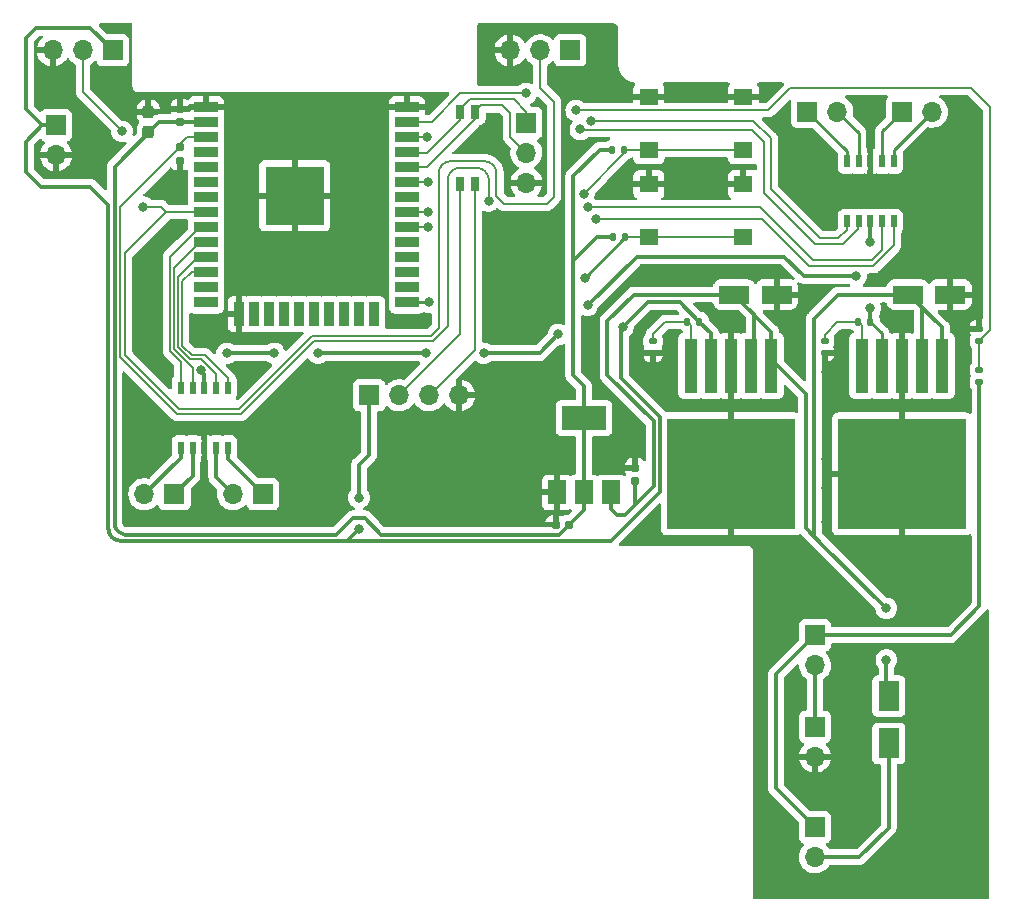
<source format=gbr>
%TF.GenerationSoftware,KiCad,Pcbnew,6.0.6-3a73a75311~116~ubuntu20.04.1*%
%TF.CreationDate,2022-07-05T17:12:33+08:00*%
%TF.ProjectId,ESP32_MAIN_V5,45535033-325f-44d4-9149-4e5f56352e6b,rev?*%
%TF.SameCoordinates,Original*%
%TF.FileFunction,Copper,L1,Top*%
%TF.FilePolarity,Positive*%
%FSLAX46Y46*%
G04 Gerber Fmt 4.6, Leading zero omitted, Abs format (unit mm)*
G04 Created by KiCad (PCBNEW 6.0.6-3a73a75311~116~ubuntu20.04.1) date 2022-07-05 17:12:33*
%MOMM*%
%LPD*%
G01*
G04 APERTURE LIST*
G04 Aperture macros list*
%AMRoundRect*
0 Rectangle with rounded corners*
0 $1 Rounding radius*
0 $2 $3 $4 $5 $6 $7 $8 $9 X,Y pos of 4 corners*
0 Add a 4 corners polygon primitive as box body*
4,1,4,$2,$3,$4,$5,$6,$7,$8,$9,$2,$3,0*
0 Add four circle primitives for the rounded corners*
1,1,$1+$1,$2,$3*
1,1,$1+$1,$4,$5*
1,1,$1+$1,$6,$7*
1,1,$1+$1,$8,$9*
0 Add four rect primitives between the rounded corners*
20,1,$1+$1,$2,$3,$4,$5,0*
20,1,$1+$1,$4,$5,$6,$7,0*
20,1,$1+$1,$6,$7,$8,$9,0*
20,1,$1+$1,$8,$9,$2,$3,0*%
G04 Aperture macros list end*
%TA.AperFunction,SMDPad,CuDef*%
%ADD10R,0.760000X1.250000*%
%TD*%
%TA.AperFunction,ComponentPad*%
%ADD11R,1.700000X1.700000*%
%TD*%
%TA.AperFunction,ComponentPad*%
%ADD12O,1.700000X1.700000*%
%TD*%
%TA.AperFunction,SMDPad,CuDef*%
%ADD13R,1.800000X2.500000*%
%TD*%
%TA.AperFunction,SMDPad,CuDef*%
%ADD14R,0.510000X1.100000*%
%TD*%
%TA.AperFunction,SMDPad,CuDef*%
%ADD15R,1.100000X4.600000*%
%TD*%
%TA.AperFunction,SMDPad,CuDef*%
%ADD16R,10.800000X9.400000*%
%TD*%
%TA.AperFunction,SMDPad,CuDef*%
%ADD17R,5.000000X5.000000*%
%TD*%
%TA.AperFunction,SMDPad,CuDef*%
%ADD18R,2.000000X0.900000*%
%TD*%
%TA.AperFunction,SMDPad,CuDef*%
%ADD19R,0.900000X2.000000*%
%TD*%
%TA.AperFunction,SMDPad,CuDef*%
%ADD20RoundRect,0.135000X-0.185000X0.135000X-0.185000X-0.135000X0.185000X-0.135000X0.185000X0.135000X0*%
%TD*%
%TA.AperFunction,SMDPad,CuDef*%
%ADD21RoundRect,0.237500X0.237500X-0.300000X0.237500X0.300000X-0.237500X0.300000X-0.237500X-0.300000X0*%
%TD*%
%TA.AperFunction,SMDPad,CuDef*%
%ADD22RoundRect,0.250000X-1.050000X-0.550000X1.050000X-0.550000X1.050000X0.550000X-1.050000X0.550000X0*%
%TD*%
%TA.AperFunction,SMDPad,CuDef*%
%ADD23RoundRect,0.135000X0.185000X-0.135000X0.185000X0.135000X-0.185000X0.135000X-0.185000X-0.135000X0*%
%TD*%
%TA.AperFunction,SMDPad,CuDef*%
%ADD24RoundRect,0.135000X-0.135000X-0.185000X0.135000X-0.185000X0.135000X0.185000X-0.135000X0.185000X0*%
%TD*%
%TA.AperFunction,SMDPad,CuDef*%
%ADD25R,1.500000X2.000000*%
%TD*%
%TA.AperFunction,SMDPad,CuDef*%
%ADD26R,3.800000X2.000000*%
%TD*%
%TA.AperFunction,SMDPad,CuDef*%
%ADD27RoundRect,0.155000X0.155000X-0.212500X0.155000X0.212500X-0.155000X0.212500X-0.155000X-0.212500X0*%
%TD*%
%TA.AperFunction,SMDPad,CuDef*%
%ADD28RoundRect,0.135000X0.135000X0.185000X-0.135000X0.185000X-0.135000X-0.185000X0.135000X-0.185000X0*%
%TD*%
%TA.AperFunction,SMDPad,CuDef*%
%ADD29R,1.600000X1.400000*%
%TD*%
%TA.AperFunction,SMDPad,CuDef*%
%ADD30RoundRect,0.155000X-0.155000X0.212500X-0.155000X-0.212500X0.155000X-0.212500X0.155000X0.212500X0*%
%TD*%
%TA.AperFunction,SMDPad,CuDef*%
%ADD31RoundRect,0.155000X-0.212500X-0.155000X0.212500X-0.155000X0.212500X0.155000X-0.212500X0.155000X0*%
%TD*%
%TA.AperFunction,ViaPad*%
%ADD32C,0.800000*%
%TD*%
%TA.AperFunction,Conductor*%
%ADD33C,0.200000*%
%TD*%
%TA.AperFunction,Conductor*%
%ADD34C,0.300000*%
%TD*%
%TA.AperFunction,Conductor*%
%ADD35C,0.180000*%
%TD*%
%TA.AperFunction,Conductor*%
%ADD36C,0.250000*%
%TD*%
G04 APERTURE END LIST*
D10*
%TO.P,SW33,1*%
%TO.N,RX0*%
X141655800Y-40511400D03*
%TO.P,SW33,2*%
%TO.N,TX0*%
X140385800Y-40511400D03*
%TO.P,SW33,3*%
%TO.N,RX_IMU*%
X140385800Y-46661400D03*
%TO.P,SW33,4*%
%TO.N,TX_IMU*%
X141655800Y-46661400D03*
%TD*%
D11*
%TO.P,BOOT1,1,Pin_1*%
%TO.N,TX0*%
X145999200Y-41452800D03*
D12*
%TO.P,BOOT1,2,Pin_2*%
%TO.N,RX0*%
X145999200Y-43992800D03*
%TO.P,BOOT1,3,Pin_3*%
%TO.N,GND*%
X145999200Y-46532800D03*
%TD*%
%TO.P,SW1,2,Pin_2*%
%TO.N,Net-(D1-Pad2)*%
X170434000Y-103632000D03*
D11*
%TO.P,SW1,1,Pin_1*%
%TO.N,BAT+*%
X170434000Y-101092000D03*
%TD*%
D13*
%TO.P,D1,1,K*%
%TO.N,VIN*%
X176682400Y-89998800D03*
%TO.P,D1,2,A*%
%TO.N,Net-(D1-Pad2)*%
X176682400Y-93998800D03*
%TD*%
D14*
%TO.P,MD2,1,IN1*%
%TO.N,M2A*%
X173133000Y-49794000D03*
%TO.P,MD2,2,IN2*%
%TO.N,M2B*%
X174133000Y-49794000D03*
%TO.P,MD2,3,VBB*%
%TO.N,6V*%
X175133000Y-49794000D03*
%TO.P,MD2,4,IN3*%
%TO.N,M3A*%
X176133000Y-49794000D03*
%TO.P,MD2,5,IN4*%
%TO.N,M3B*%
X177133000Y-49794000D03*
%TO.P,MD2,6,OUT4*%
%TO.N,O3B*%
X177133000Y-44694000D03*
%TO.P,MD2,7,OUT3*%
%TO.N,O3A*%
X176133000Y-44694000D03*
%TO.P,MD2,8,GND*%
%TO.N,GND*%
X175133000Y-44694000D03*
%TO.P,MD2,9,OUT2*%
%TO.N,O2B*%
X174133000Y-44694000D03*
%TO.P,MD2,10,OUT1*%
%TO.N,O2A*%
X173133000Y-44694000D03*
%TD*%
D15*
%TO.P,U1,1,EN*%
%TO.N,VIN*%
X166722000Y-62031000D03*
%TO.P,U1,2,VIN*%
X165022000Y-62031000D03*
%TO.P,U1,3,GND*%
%TO.N,GND*%
X163322000Y-62031000D03*
D16*
X163322000Y-71181000D03*
D15*
%TO.P,U1,4,OUT*%
%TO.N,5V*%
X161622000Y-62031000D03*
%TO.P,U1,5,FB*%
%TO.N,Net-(R11-Pad2)*%
X159922000Y-62031000D03*
%TD*%
D17*
%TO.P,MCU1,39,GND*%
%TO.N,GND*%
X126381000Y-47632000D03*
D18*
%TO.P,MCU1,38,GND*%
X135881000Y-40132000D03*
%TO.P,MCU1,37,IO23*%
%TO.N,V_read*%
X135881000Y-41402000D03*
%TO.P,MCU1,36,IO22*%
%TO.N,M2A*%
X135881000Y-42672000D03*
%TO.P,MCU1,35,TXD0/IO1*%
%TO.N,TX0*%
X135881000Y-43942000D03*
%TO.P,MCU1,34,RXD0/IO3*%
%TO.N,RX0*%
X135881000Y-45212000D03*
%TO.P,MCU1,33,IO21*%
%TO.N,M2B*%
X135881000Y-46482000D03*
%TO.P,MCU1,32,NC*%
%TO.N,unconnected-(MCU1-Pad32)*%
X135881000Y-47752000D03*
%TO.P,MCU1,31,IO19*%
%TO.N,M3A*%
X135881000Y-49022000D03*
%TO.P,MCU1,30,IO18*%
%TO.N,M3B*%
X135881000Y-50292000D03*
%TO.P,MCU1,29,IO5*%
%TO.N,unconnected-(MCU1-Pad29)*%
X135881000Y-51562000D03*
%TO.P,MCU1,28,IO17*%
%TO.N,unconnected-(MCU1-Pad28)*%
X135881000Y-52832000D03*
%TO.P,MCU1,27,IO16*%
%TO.N,unconnected-(MCU1-Pad27)*%
X135881000Y-54102000D03*
%TO.P,MCU1,26,IO4*%
%TO.N,unconnected-(MCU1-Pad26)*%
X135881000Y-55372000D03*
%TO.P,MCU1,25,IO0*%
%TO.N,BOOT*%
X135881000Y-56642000D03*
D19*
%TO.P,MCU1,24,IO2*%
%TO.N,unconnected-(MCU1-Pad24)*%
X133096000Y-57642000D03*
%TO.P,MCU1,23,IO15*%
%TO.N,unconnected-(MCU1-Pad23)*%
X131826000Y-57642000D03*
%TO.P,MCU1,22,SDI/SD1*%
%TO.N,unconnected-(MCU1-Pad22)*%
X130556000Y-57642000D03*
%TO.P,MCU1,21,SDO/SD0*%
%TO.N,unconnected-(MCU1-Pad21)*%
X129286000Y-57642000D03*
%TO.P,MCU1,20,SCK/CLK*%
%TO.N,unconnected-(MCU1-Pad20)*%
X128016000Y-57642000D03*
%TO.P,MCU1,19,SCS/CMD*%
%TO.N,unconnected-(MCU1-Pad19)*%
X126746000Y-57642000D03*
%TO.P,MCU1,18,SWP/SD3*%
%TO.N,unconnected-(MCU1-Pad18)*%
X125476000Y-57642000D03*
%TO.P,MCU1,17,SHD/SD2*%
%TO.N,unconnected-(MCU1-Pad17)*%
X124206000Y-57642000D03*
%TO.P,MCU1,16,IO13*%
%TO.N,unconnected-(MCU1-Pad16)*%
X122936000Y-57642000D03*
%TO.P,MCU1,15,GND*%
%TO.N,GND*%
X121666000Y-57642000D03*
D18*
%TO.P,MCU1,14,IO12*%
%TO.N,unconnected-(MCU1-Pad14)*%
X118881000Y-56642000D03*
%TO.P,MCU1,13,IO14*%
%TO.N,unconnected-(MCU1-Pad13)*%
X118881000Y-55372000D03*
%TO.P,MCU1,12,IO27*%
%TO.N,M4A*%
X118881000Y-54102000D03*
%TO.P,MCU1,11,IO26*%
%TO.N,M4B*%
X118881000Y-52832000D03*
%TO.P,MCU1,10,IO25*%
%TO.N,M1A*%
X118881000Y-51562000D03*
%TO.P,MCU1,9,IO33*%
%TO.N,M1B*%
X118881000Y-50292000D03*
%TO.P,MCU1,8,IO32*%
%TO.N,D_LED*%
X118881000Y-49022000D03*
%TO.P,MCU1,7,IO35*%
%TO.N,unconnected-(MCU1-Pad7)*%
X118881000Y-47752000D03*
%TO.P,MCU1,6,IO34*%
%TO.N,unconnected-(MCU1-Pad6)*%
X118881000Y-46482000D03*
%TO.P,MCU1,5,SENSOR_VN*%
%TO.N,unconnected-(MCU1-Pad5)*%
X118881000Y-45212000D03*
%TO.P,MCU1,4,SENSOR_VP*%
%TO.N,unconnected-(MCU1-Pad4)*%
X118881000Y-43942000D03*
%TO.P,MCU1,3,EN*%
%TO.N,EN*%
X118881000Y-42672000D03*
%TO.P,MCU1,2,VDD*%
%TO.N,3.3V*%
X118881000Y-41402000D03*
%TO.P,MCU1,1,GND*%
%TO.N,GND*%
X118881000Y-40132000D03*
%TD*%
D20*
%TO.P,R12,1*%
%TO.N,Net-(R11-Pad2)*%
X156718000Y-59942000D03*
%TO.P,R12,2*%
%TO.N,GND*%
X156718000Y-60962000D03*
%TD*%
D21*
%TO.P,C41,1*%
%TO.N,3.3V*%
X113995200Y-42267000D03*
%TO.P,C41,2*%
%TO.N,GND*%
X113995200Y-40542000D03*
%TD*%
D22*
%TO.P,C11,1*%
%TO.N,VIN*%
X163587000Y-55995000D03*
%TO.P,C11,2*%
%TO.N,GND*%
X167187000Y-55995000D03*
%TD*%
D23*
%TO.P,R62,1*%
%TO.N,V_read*%
X184353200Y-59895200D03*
%TO.P,R62,2*%
%TO.N,GND*%
X184353200Y-58875200D03*
%TD*%
D11*
%TO.P,IMU1,1,Pin_1*%
%TO.N,5V*%
X132689600Y-64516000D03*
D12*
%TO.P,IMU1,2,Pin_2*%
%TO.N,RX_IMU*%
X135229600Y-64516000D03*
%TO.P,IMU1,3,Pin_3*%
%TO.N,TX_IMU*%
X137769600Y-64516000D03*
%TO.P,IMU1,4,Pin_4*%
%TO.N,GND*%
X140309600Y-64516000D03*
%TD*%
D11*
%TO.P,M3,1,Pin_1*%
%TO.N,O3A*%
X177795000Y-40513000D03*
D12*
%TO.P,M3,2,Pin_2*%
%TO.N,O3B*%
X180335000Y-40513000D03*
%TD*%
D24*
%TO.P,R31,1*%
%TO.N,3.3V*%
X153312400Y-51155600D03*
%TO.P,R31,2*%
%TO.N,BOOT*%
X154332400Y-51155600D03*
%TD*%
D25*
%TO.P,U0,1,GND*%
%TO.N,GND*%
X148576000Y-72746000D03*
%TO.P,U0,2,VO*%
%TO.N,3.3V*%
X150876000Y-72746000D03*
D26*
X150876000Y-66446000D03*
D25*
%TO.P,U0,3,VI*%
%TO.N,VIN*%
X153176000Y-72746000D03*
%TD*%
D27*
%TO.P,C42,1*%
%TO.N,3.3V*%
X116713000Y-41402000D03*
%TO.P,C42,2*%
%TO.N,GND*%
X116713000Y-40267000D03*
%TD*%
D28*
%TO.P,R21,1*%
%TO.N,6V*%
X175133000Y-58293000D03*
%TO.P,R21,2*%
%TO.N,Net-(R21-Pad2)*%
X174113000Y-58293000D03*
%TD*%
D29*
%TO.P,SW31,1,1*%
%TO.N,BOOT*%
X156375600Y-51155600D03*
X164375600Y-51155600D03*
%TO.P,SW31,2,2*%
%TO.N,GND*%
X164375600Y-46655600D03*
X156375600Y-46655600D03*
%TD*%
D11*
%TO.P,M4,1,Pin_1*%
%TO.N,O4A*%
X123703000Y-72898000D03*
D12*
%TO.P,M4,2,Pin_2*%
%TO.N,O4B*%
X121163000Y-72898000D03*
%TD*%
D29*
%TO.P,SW32,1,1*%
%TO.N,EN*%
X164375600Y-43753600D03*
X156375600Y-43753600D03*
%TO.P,SW32,2,2*%
%TO.N,GND*%
X164375600Y-39253600D03*
X156375600Y-39253600D03*
%TD*%
D15*
%TO.P,U2,1,EN*%
%TO.N,VIN*%
X181200000Y-62031000D03*
%TO.P,U2,2,VIN*%
X179500000Y-62031000D03*
D16*
%TO.P,U2,3,GND*%
%TO.N,GND*%
X177800000Y-71181000D03*
D15*
X177800000Y-62031000D03*
%TO.P,U2,4,OUT*%
%TO.N,6V*%
X176100000Y-62031000D03*
%TO.P,U2,5,FB*%
%TO.N,Net-(R21-Pad2)*%
X174400000Y-62031000D03*
%TD*%
D11*
%TO.P,CAM1,1,Pin_1*%
%TO.N,5V*%
X106172000Y-41651000D03*
D12*
%TO.P,CAM1,2,Pin_2*%
%TO.N,GND*%
X106172000Y-44191000D03*
%TD*%
D11*
%TO.P,M1,1,Pin_1*%
%TO.N,O1A*%
X116205000Y-72898000D03*
D12*
%TO.P,M1,2,Pin_2*%
%TO.N,O1B*%
X113665000Y-72898000D03*
%TD*%
D30*
%TO.P,C31,2*%
%TO.N,GND*%
X116687600Y-44661900D03*
%TO.P,C31,1*%
%TO.N,EN*%
X116687600Y-43526900D03*
%TD*%
D14*
%TO.P,MD1,1,IN1*%
%TO.N,M4A*%
X120745000Y-63871000D03*
%TO.P,MD1,2,IN2*%
%TO.N,M4B*%
X119745000Y-63871000D03*
%TO.P,MD1,3,VBB*%
%TO.N,6V*%
X118745000Y-63871000D03*
%TO.P,MD1,4,IN3*%
%TO.N,M1A*%
X117745000Y-63871000D03*
%TO.P,MD1,5,IN4*%
%TO.N,M1B*%
X116745000Y-63871000D03*
%TO.P,MD1,6,OUT4*%
%TO.N,O1B*%
X116745000Y-68971000D03*
%TO.P,MD1,7,OUT3*%
%TO.N,O1A*%
X117745000Y-68971000D03*
%TO.P,MD1,8,GND*%
%TO.N,GND*%
X118745000Y-68971000D03*
%TO.P,MD1,9,OUT2*%
%TO.N,O4B*%
X119745000Y-68971000D03*
%TO.P,MD1,10,OUT1*%
%TO.N,O4A*%
X120745000Y-68971000D03*
%TD*%
D31*
%TO.P,C2,1*%
%TO.N,GND*%
X148479700Y-75488800D03*
%TO.P,C2,2*%
%TO.N,3.3V*%
X149614700Y-75488800D03*
%TD*%
D22*
%TO.P,C21,1*%
%TO.N,VIN*%
X178300000Y-55995000D03*
%TO.P,C21,2*%
%TO.N,GND*%
X181900000Y-55995000D03*
%TD*%
D11*
%TO.P,BAT1,1,Pin_1*%
%TO.N,BAT+*%
X170434000Y-84831000D03*
D12*
%TO.P,BAT1,2,Pin_2*%
%TO.N,MID1*%
X170434000Y-87371000D03*
%TD*%
D24*
%TO.P,R32,1*%
%TO.N,3.3V*%
X153261600Y-43738800D03*
%TO.P,R32,2*%
%TO.N,EN*%
X154281600Y-43738800D03*
%TD*%
D20*
%TO.P,R22,1*%
%TO.N,Net-(R21-Pad2)*%
X171246800Y-59891200D03*
%TO.P,R22,2*%
%TO.N,GND*%
X171246800Y-60911200D03*
%TD*%
D11*
%TO.P,M2,1,Pin_1*%
%TO.N,O2A*%
X169794000Y-40513000D03*
D12*
%TO.P,M2,2,Pin_2*%
%TO.N,O2B*%
X172334000Y-40513000D03*
%TD*%
D11*
%TO.P,LED2,1,Pin_1*%
%TO.N,5V*%
X149718000Y-35306000D03*
D12*
%TO.P,LED2,2,Pin_2*%
%TO.N,D_LED*%
X147178000Y-35306000D03*
%TO.P,LED2,3,Pin_3*%
%TO.N,GND*%
X144638000Y-35306000D03*
%TD*%
D30*
%TO.P,C1,2*%
%TO.N,VIN*%
X155194000Y-71814500D03*
%TO.P,C1,1*%
%TO.N,GND*%
X155194000Y-70679500D03*
%TD*%
D11*
%TO.P,BAT2,1,Pin_1*%
%TO.N,MID1*%
X170434000Y-92578000D03*
D12*
%TO.P,BAT2,2,Pin_2*%
%TO.N,GND*%
X170434000Y-95118000D03*
%TD*%
D28*
%TO.P,R11,1*%
%TO.N,5V*%
X160657000Y-58293000D03*
%TO.P,R11,2*%
%TO.N,Net-(R11-Pad2)*%
X159637000Y-58293000D03*
%TD*%
D11*
%TO.P,LED1,1,Pin_1*%
%TO.N,5V*%
X110983000Y-35306000D03*
D12*
%TO.P,LED1,2,Pin_2*%
%TO.N,D_LED*%
X108443000Y-35306000D03*
%TO.P,LED1,3,Pin_3*%
%TO.N,GND*%
X105903000Y-35306000D03*
%TD*%
D23*
%TO.P,R61,1*%
%TO.N,BAT+*%
X184353200Y-63400400D03*
%TO.P,R61,2*%
%TO.N,V_read*%
X184353200Y-62380400D03*
%TD*%
D32*
%TO.N,GND*%
X173583600Y-94183200D03*
X173583600Y-89306400D03*
X179679600Y-91948000D03*
X169011600Y-60096400D03*
X156819600Y-63550800D03*
X143357600Y-37439600D03*
X138379200Y-39370000D03*
X143306800Y-41910000D03*
X116230400Y-47294800D03*
X170078400Y-56032400D03*
%TO.N,6V*%
X142392400Y-60960000D03*
X137515600Y-60960000D03*
X128371600Y-60960000D03*
X124663200Y-60960000D03*
X120650000Y-60960000D03*
X118414800Y-62382400D03*
X148717000Y-59359800D03*
X151180800Y-56896000D03*
X173939200Y-54406800D03*
%TO.N,GND*%
X171297600Y-45872400D03*
X171297600Y-48412400D03*
X179019200Y-48412400D03*
X179019200Y-45872400D03*
X160426400Y-46634400D03*
%TO.N,VIN*%
X176479200Y-86918800D03*
X176479200Y-82550000D03*
%TO.N,GND*%
X156464000Y-75234800D03*
X171348400Y-75234800D03*
X171348400Y-72390000D03*
X171348400Y-69951600D03*
X171348400Y-62534800D03*
%TO.N,V_read*%
X150215600Y-40386000D03*
%TO.N,GND*%
X148742400Y-53441600D03*
X145796000Y-53390800D03*
X143306800Y-53390800D03*
%TO.N,M2B*%
X150571200Y-42011600D03*
%TO.N,M2A*%
X151434800Y-41300400D03*
%TO.N,M3A*%
X151180800Y-48615600D03*
%TO.N,M3B*%
X151892856Y-49581335D03*
%TO.N,V_read*%
X145999200Y-38963600D03*
%TO.N,BOOT*%
X150926800Y-54559200D03*
%TO.N,EN*%
X150876000Y-47447200D03*
X142798800Y-48056800D03*
%TO.N,GND*%
X122224800Y-62280800D03*
X114808000Y-62280800D03*
%TO.N,5V*%
X131826000Y-73202800D03*
%TO.N,M2B*%
X137668000Y-46482000D03*
%TO.N,M3A*%
X137668000Y-48971200D03*
%TO.N,M3B*%
X137668000Y-50292000D03*
%TO.N,M2A*%
X137617200Y-42672000D03*
%TO.N,5V*%
X131826000Y-75819000D03*
X154173980Y-58724800D03*
%TO.N,GND*%
X149148800Y-63957200D03*
X155651200Y-61010800D03*
X155244800Y-68376800D03*
X122478800Y-67005200D03*
X146659600Y-72948800D03*
X146608800Y-68681600D03*
X118872000Y-59309000D03*
X114757200Y-67056000D03*
%TO.N,BOOT*%
X137718800Y-56642000D03*
%TO.N,D_LED*%
X111760000Y-42164000D03*
X113538000Y-48564800D03*
%TO.N,6V*%
X175133000Y-51562000D03*
X175133000Y-57150000D03*
%TD*%
D33*
%TO.N,EN*%
X111633000Y-61285828D02*
X111633000Y-48742600D01*
X116687600Y-43526900D02*
X116645500Y-43526900D01*
X116645500Y-43526900D02*
X111633000Y-48539400D01*
X111633000Y-48539400D02*
X111633000Y-48742600D01*
%TO.N,D_LED*%
X113538000Y-48564800D02*
X115062000Y-48564800D01*
X115062000Y-48564800D02*
X115519200Y-49022000D01*
%TO.N,EN*%
X116687600Y-43526900D02*
X116687600Y-43281600D01*
X116687600Y-43281600D02*
X117297200Y-42672000D01*
X117297200Y-42672000D02*
X118881000Y-42672000D01*
X116441573Y-66094401D02*
X111633000Y-61285828D01*
X121835828Y-66094400D02*
X116441573Y-66094401D01*
X128033428Y-59896800D02*
X121835828Y-66094400D01*
X138070800Y-59896800D02*
X128033428Y-59896800D01*
X139348001Y-58619599D02*
X138070800Y-59896800D01*
X141798800Y-45262800D02*
X140348001Y-45262800D01*
X141798800Y-45262829D02*
G75*
G02*
X142796633Y-46164522I-2000J-1005171D01*
G01*
X139348001Y-46262800D02*
X139348001Y-58619599D01*
X142796633Y-48054633D02*
X142796633Y-46164522D01*
X142798800Y-48056800D02*
X142796633Y-48054633D01*
X139348000Y-46262800D02*
G75*
G02*
X140348001Y-45262800I1000000J0D01*
G01*
D34*
%TO.N,3.3V*%
X111357106Y-75963285D02*
X111247868Y-75799803D01*
X111247868Y-75799803D02*
X111172623Y-75618151D01*
X111496139Y-76102314D02*
X111357106Y-75963285D01*
X111659624Y-76211546D02*
X111496139Y-76102314D01*
X111841278Y-76286785D02*
X111659624Y-76211546D01*
X112034120Y-76325139D02*
X111841278Y-76286785D01*
X112132430Y-76327000D02*
X112034120Y-76325139D01*
X111132430Y-45178070D02*
X114908500Y-41402000D01*
X129921000Y-76327000D02*
X112132430Y-76327000D01*
X131318000Y-74930000D02*
X129921000Y-76327000D01*
X132334000Y-74930000D02*
X131318000Y-74930000D01*
X133731000Y-76327000D02*
X132334000Y-74930000D01*
X148776500Y-76327000D02*
X133731000Y-76327000D01*
X150300500Y-74803000D02*
X148776500Y-76327000D01*
X111172623Y-75618151D02*
X111134264Y-75425310D01*
X111134264Y-75425310D02*
X111132430Y-75327000D01*
X111132430Y-75327000D02*
X111132430Y-45178070D01*
X114908500Y-41402000D02*
X116713000Y-41402000D01*
D33*
%TO.N,Net-(R21-Pad2)*%
X174400000Y-62031000D02*
X174400000Y-58580000D01*
%TO.N,Net-(R11-Pad2)*%
X159922000Y-58578000D02*
X159922000Y-62031000D01*
%TO.N,Net-(R21-Pad2)*%
X174400000Y-58580000D02*
X174113000Y-58293000D01*
D34*
%TO.N,3.3V*%
X150876000Y-66446000D02*
X150876000Y-72746000D01*
D35*
%TO.N,V_read*%
X150215600Y-40386000D02*
X166471600Y-40386000D01*
X166471600Y-40386000D02*
X168351200Y-38506400D01*
X168351200Y-38506400D02*
X183642000Y-38506400D01*
X183642000Y-38506400D02*
X185267600Y-40132000D01*
X185267600Y-40132000D02*
X185267600Y-58980800D01*
X185267600Y-58980800D02*
X184353200Y-59895200D01*
D34*
%TO.N,BAT+*%
X170434000Y-84831000D02*
X181919800Y-84831000D01*
X181919800Y-84831000D02*
X184353200Y-82397600D01*
X184353200Y-82397600D02*
X184353200Y-63400400D01*
D33*
%TO.N,V_read*%
X184353200Y-59895200D02*
X184353200Y-62380400D01*
%TO.N,Net-(R21-Pad2)*%
X171294000Y-59380300D02*
X172335400Y-58338900D01*
X171294000Y-59937100D02*
X171294000Y-59380300D01*
X172335400Y-58338900D02*
X174213000Y-58338900D01*
%TO.N,Net-(R11-Pad2)*%
X159637000Y-58293000D02*
X159922000Y-58578000D01*
X156718000Y-59891200D02*
X156718000Y-59334400D01*
X156718000Y-59334400D02*
X157759400Y-58293000D01*
X157759400Y-58293000D02*
X159637000Y-58293000D01*
D34*
%TO.N,6V*%
X151180800Y-56896000D02*
X151231600Y-56896000D01*
X151231600Y-56896000D02*
X155346400Y-52781200D01*
X155346400Y-52781200D02*
X167843200Y-52781200D01*
X167843200Y-52781200D02*
X169468800Y-54406800D01*
X169468800Y-54406800D02*
X173939200Y-54406800D01*
X142392400Y-60960000D02*
X147116800Y-60960000D01*
X147116800Y-60960000D02*
X148717000Y-59359800D01*
X128371600Y-60960000D02*
X137515600Y-60960000D01*
X120650000Y-60960000D02*
X124663200Y-60960000D01*
X118414800Y-62382400D02*
X118745000Y-62712600D01*
X118745000Y-62712600D02*
X118745000Y-63871000D01*
%TO.N,VIN*%
X164787000Y-57195000D02*
X166722000Y-59130000D01*
X169672000Y-75793600D02*
X170738800Y-76860400D01*
X166722000Y-59130000D02*
X166722000Y-61464400D01*
X166722000Y-61464400D02*
X169672000Y-64414400D01*
X169672000Y-64414400D02*
X169672000Y-75793600D01*
D33*
%TO.N,TX0*%
X135881000Y-43969000D02*
X137617200Y-43969000D01*
X137617200Y-43969000D02*
X140385800Y-41200400D01*
X140385800Y-41200400D02*
X140385800Y-40511400D01*
%TO.N,RX0*%
X141655800Y-40511400D02*
X141655800Y-41122600D01*
X141655800Y-41122600D02*
X137566400Y-45212000D01*
X137566400Y-45212000D02*
X135881000Y-45212000D01*
%TO.N,TX0*%
X145999200Y-41479800D02*
X145999200Y-40514600D01*
X145999200Y-40514600D02*
X144932400Y-39447800D01*
X144932400Y-39447800D02*
X141221400Y-39447800D01*
X141221400Y-39447800D02*
X140385800Y-40283400D01*
X140385800Y-40283400D02*
X140385800Y-40538400D01*
%TO.N,RX0*%
X141655800Y-40511400D02*
X142187600Y-39979600D01*
X143967200Y-39979600D02*
X144627600Y-40640000D01*
X142187600Y-39979600D02*
X143967200Y-39979600D01*
X144627600Y-40640000D02*
X144627600Y-42621200D01*
X144627600Y-42621200D02*
X145999200Y-43992800D01*
D34*
%TO.N,VIN*%
X164787000Y-57195000D02*
X165252400Y-57660400D01*
X165252400Y-57660400D02*
X165252400Y-61565600D01*
X165252400Y-61565600D02*
X164787000Y-62031000D01*
X163587000Y-55995000D02*
X155079000Y-55995000D01*
X152857200Y-58216800D02*
X152857200Y-62788800D01*
X155079000Y-55995000D02*
X152857200Y-58216800D01*
X152857200Y-62788800D02*
X156768800Y-66700400D01*
X156768800Y-66700400D02*
X156768800Y-72237600D01*
X156768800Y-72237600D02*
X154381200Y-74625200D01*
X155194000Y-71814500D02*
X155194000Y-73812400D01*
X155194000Y-73812400D02*
X154381200Y-74625200D01*
X154381200Y-74625200D02*
X153670000Y-74625200D01*
X153670000Y-74625200D02*
X153176000Y-74131200D01*
X153176000Y-74131200D02*
X153176000Y-72746000D01*
%TO.N,5V*%
X154173980Y-58724800D02*
X154025600Y-58873180D01*
X154025600Y-58873180D02*
X154025600Y-63093600D01*
X154025600Y-63093600D02*
X157276800Y-66344800D01*
X157276800Y-66344800D02*
X157276800Y-72694800D01*
X157276800Y-72694800D02*
X153136600Y-76835000D01*
X153136600Y-76835000D02*
X130810000Y-76835000D01*
%TO.N,MID1*%
X170434000Y-92578000D02*
X170434000Y-87371000D01*
%TO.N,VIN*%
X170865800Y-76987400D02*
X170738800Y-76860400D01*
X178300000Y-55995000D02*
X172401800Y-55995000D01*
X170332400Y-76454000D02*
X170738800Y-76860400D01*
X172401800Y-55995000D02*
X170332400Y-58064400D01*
X170332400Y-58064400D02*
X170332400Y-76454000D01*
X169722800Y-75844400D02*
X170865800Y-76987400D01*
X170865800Y-76987400D02*
X176428400Y-82550000D01*
X176428400Y-82550000D02*
X176479200Y-82550000D01*
X176479200Y-89795600D02*
X176682400Y-89998800D01*
X176479200Y-86918800D02*
X176479200Y-89795600D01*
%TO.N,Net-(D1-Pad2)*%
X170434000Y-103632000D02*
X174193200Y-103632000D01*
X174193200Y-103632000D02*
X176682400Y-101142800D01*
X176682400Y-101142800D02*
X176682400Y-93998800D01*
%TO.N,BAT+*%
X170434000Y-84831000D02*
X167132000Y-88133000D01*
X167132000Y-88133000D02*
X167132000Y-97790000D01*
X167132000Y-97790000D02*
X170434000Y-101092000D01*
D33*
%TO.N,D_LED*%
X138582400Y-45704000D02*
G75*
G02*
X139582400Y-44704000I1000000J0D01*
G01*
X143459200Y-47650400D02*
X144119600Y-48310800D01*
X127863600Y-59486800D02*
X137900972Y-59486800D01*
X144119600Y-48310800D02*
X147726400Y-48310800D01*
X143459200Y-45704000D02*
X143459200Y-47650400D01*
X137900972Y-59486800D02*
X138582400Y-58805372D01*
X147726400Y-48310800D02*
X148336000Y-47701200D01*
X148336000Y-39652470D02*
X147178000Y-38494470D01*
X139582400Y-44704000D02*
X142459200Y-44704000D01*
X138582400Y-58805372D02*
X138582400Y-45704000D01*
X143459200Y-45704000D02*
G75*
G03*
X142459200Y-44704000I-1000000J0D01*
G01*
X147178000Y-38494470D02*
X147178000Y-35306000D01*
X116611400Y-65684400D02*
X121666000Y-65684400D01*
X121666000Y-65684400D02*
X127863600Y-59486800D01*
X112043000Y-61116000D02*
X116611400Y-65684400D01*
X112043000Y-52498200D02*
X112043000Y-61116000D01*
X115519200Y-49022000D02*
X112043000Y-52498200D01*
X148336000Y-47701200D02*
X148336000Y-39652470D01*
%TO.N,M3A*%
X170281600Y-53086000D02*
X175260000Y-53086000D01*
X151180800Y-48615600D02*
X165811200Y-48615600D01*
X165811200Y-48615600D02*
X170281600Y-53086000D01*
X175260000Y-53086000D02*
X176133000Y-52213000D01*
X176133000Y-52213000D02*
X176133000Y-49794000D01*
%TO.N,M2B*%
X150622000Y-42062400D02*
X150571200Y-42011600D01*
X151434800Y-42062400D02*
X150622000Y-42062400D01*
%TO.N,M3B*%
X177133000Y-51822600D02*
X177133000Y-49794000D01*
X151892856Y-49581335D02*
X152145465Y-49581335D01*
X175361600Y-53594000D02*
X177133000Y-51822600D01*
X165912800Y-49580800D02*
X169926000Y-53594000D01*
X152146000Y-49580800D02*
X165912800Y-49580800D01*
X152145465Y-49581335D02*
X152146000Y-49580800D01*
X169926000Y-53594000D02*
X175361600Y-53594000D01*
%TO.N,M2B*%
X174133000Y-49794000D02*
X174133000Y-50089000D01*
X174133000Y-50089000D02*
X174091600Y-50130400D01*
X174091600Y-50444400D02*
X172821600Y-51714400D01*
X174091600Y-50130400D02*
X174091600Y-50444400D01*
X172821600Y-51714400D02*
X170434000Y-51714400D01*
X170434000Y-51714400D02*
X166116000Y-47396400D01*
X166116000Y-47396400D02*
X166116000Y-43103800D01*
X166116000Y-43103800D02*
X165074600Y-42062400D01*
X165074600Y-42062400D02*
X151434800Y-42062400D01*
%TO.N,M2A*%
X173133000Y-49794000D02*
X173133000Y-50488600D01*
X173133000Y-50488600D02*
X172415200Y-51206400D01*
X172415200Y-51206400D02*
X170840400Y-51206400D01*
X170840400Y-51206400D02*
X166674800Y-47040800D01*
X166674800Y-47040800D02*
X166674800Y-42773600D01*
X166674800Y-42773600D02*
X165201600Y-41300400D01*
X165201600Y-41300400D02*
X151434800Y-41300400D01*
D35*
%TO.N,V_read*%
X145999200Y-38963600D02*
X140411200Y-38963600D01*
X140411200Y-38963600D02*
X137972800Y-41402000D01*
X137972800Y-41402000D02*
X135881000Y-41402000D01*
D36*
%TO.N,BOOT*%
X150926800Y-54559200D02*
X150928800Y-54559200D01*
X150928800Y-54559200D02*
X154332400Y-51155600D01*
D34*
%TO.N,3.3V*%
X149961600Y-53151600D02*
X151957600Y-51155600D01*
X151957600Y-51155600D02*
X153312400Y-51155600D01*
X149961600Y-53151600D02*
X149961600Y-62839600D01*
X149961600Y-62839600D02*
X150876000Y-63754000D01*
X150876000Y-63754000D02*
X150876000Y-66446000D01*
X149961600Y-53151600D02*
X149961600Y-45974000D01*
X149961600Y-45974000D02*
X152196800Y-43738800D01*
X152196800Y-43738800D02*
X153077600Y-43738800D01*
D33*
%TO.N,EN*%
X150876000Y-47447200D02*
X154281600Y-44041600D01*
X154281600Y-44041600D02*
X154281600Y-43738800D01*
%TO.N,BOOT*%
X154552400Y-51155600D02*
X156375600Y-51155600D01*
%TO.N,EN*%
X154552400Y-43753600D02*
X156375600Y-43753600D01*
D34*
%TO.N,5V*%
X131826000Y-73202800D02*
X131826000Y-70408800D01*
X131826000Y-70408800D02*
X132689600Y-69545200D01*
X132689600Y-69545200D02*
X132689600Y-64516000D01*
D35*
%TO.N,M2A*%
X137617200Y-42672000D02*
X135881000Y-42672000D01*
D33*
%TO.N,M2B*%
X135881000Y-46482000D02*
X137668000Y-46482000D01*
%TO.N,M3A*%
X137617200Y-49022000D02*
X135881000Y-49022000D01*
X137668000Y-48971200D02*
X137617200Y-49022000D01*
%TO.N,M3B*%
X135881000Y-50292000D02*
X137668000Y-50292000D01*
D34*
%TO.N,5V*%
X110617000Y-75835000D02*
G75*
G03*
X111617000Y-76835000I1000000J0D01*
G01*
X105024000Y-41651000D02*
X103632000Y-43043000D01*
X103632000Y-43043000D02*
X103632000Y-45593000D01*
X103632000Y-45593000D02*
X104902000Y-46863000D01*
X104902000Y-46863000D02*
X109093000Y-46863000D01*
X111617000Y-76835000D02*
X130810000Y-76835000D01*
X109093000Y-46863000D02*
X110617000Y-48387000D01*
X110617000Y-48387000D02*
X110617000Y-75835000D01*
D33*
%TO.N,RX_IMU*%
X140385800Y-46661400D02*
X140385800Y-59359800D01*
X140385800Y-59359800D02*
X135229600Y-64516000D01*
%TO.N,TX_IMU*%
X137769600Y-64516000D02*
X137820400Y-64516000D01*
X137820400Y-64516000D02*
X141655800Y-60680600D01*
X141655800Y-60680600D02*
X141655800Y-46661400D01*
%TO.N,D_LED*%
X115519200Y-49022000D02*
X118881000Y-49022000D01*
D35*
%TO.N,M4A*%
X118881000Y-54102000D02*
X117652800Y-54102000D01*
X117652800Y-54102000D02*
X116869600Y-54885200D01*
X116869600Y-54885200D02*
X116869600Y-60329200D01*
X116869600Y-60329200D02*
X117668400Y-61128000D01*
X117668400Y-61128000D02*
X118786000Y-61128000D01*
X118786000Y-61128000D02*
X120745000Y-63087000D01*
X120745000Y-63087000D02*
X120745000Y-63871000D01*
%TO.N,M4B*%
X118881000Y-52832000D02*
X118211600Y-52832000D01*
X117527568Y-61468000D02*
X118465600Y-61468000D01*
X118211600Y-52832000D02*
X116529600Y-54514000D01*
X116529600Y-54514000D02*
X116529600Y-60470032D01*
X116529600Y-60470032D02*
X117527568Y-61468000D01*
X118465600Y-61468000D02*
X119745000Y-62747400D01*
X119745000Y-62747400D02*
X119745000Y-63871000D01*
D33*
%TO.N,M1B*%
X118881000Y-50292000D02*
X118331000Y-50292000D01*
X118331000Y-50292000D02*
X115819600Y-52803400D01*
X115819600Y-52803400D02*
X115819600Y-60764122D01*
X116745000Y-61689522D02*
X116745000Y-63871000D01*
X115819600Y-60764122D02*
X116745000Y-61689522D01*
%TO.N,M1A*%
X118881000Y-51562000D02*
X118331000Y-51562000D01*
X118331000Y-51562000D02*
X116179600Y-53713400D01*
X116179600Y-53713400D02*
X116179600Y-60615006D01*
X116179600Y-60615006D02*
X117745000Y-62180406D01*
X117745000Y-62180406D02*
X117745000Y-63871000D01*
D35*
%TO.N,BOOT*%
X164375600Y-51155600D02*
X156375600Y-51155600D01*
D33*
%TO.N,EN*%
X164375600Y-43753600D02*
X156375600Y-43753600D01*
D34*
%TO.N,5V*%
X109078000Y-33401000D02*
X104521000Y-33401000D01*
X104521000Y-33401000D02*
X103632000Y-34290000D01*
X159006000Y-56642000D02*
X160657000Y-58293000D01*
X161622000Y-62031000D02*
X161622000Y-59258000D01*
X154173980Y-58724800D02*
X156256780Y-56642000D01*
X103632000Y-34290000D02*
X103632000Y-40259000D01*
X105024000Y-41651000D02*
X106172000Y-41651000D01*
X156256780Y-56642000D02*
X159006000Y-56642000D01*
X110983000Y-35306000D02*
X109078000Y-33401000D01*
X161622000Y-59258000D02*
X160657000Y-58293000D01*
X131826000Y-75819000D02*
X130810000Y-76835000D01*
X103632000Y-40259000D02*
X105024000Y-41651000D01*
%TO.N,3.3V*%
X116713000Y-41402000D02*
X118881000Y-41402000D01*
X150876000Y-72746000D02*
X150876000Y-74227500D01*
X150876000Y-74227500D02*
X150300500Y-74803000D01*
D36*
%TO.N,BOOT*%
X135881000Y-56642000D02*
X137718800Y-56642000D01*
D33*
%TO.N,D_LED*%
X108443000Y-38847000D02*
X111760000Y-42164000D01*
X108443000Y-35306000D02*
X108443000Y-38847000D01*
D34*
%TO.N,VIN*%
X178423000Y-55995000D02*
X181200000Y-58772000D01*
X179500000Y-61970000D02*
X179500000Y-57072000D01*
X179500000Y-57072000D02*
X178423000Y-55995000D01*
X178300000Y-55995000D02*
X178423000Y-55995000D01*
X181200000Y-58772000D02*
X181200000Y-61970000D01*
X163587000Y-55995000D02*
X164787000Y-57195000D01*
%TO.N,O4A*%
X120745000Y-69940000D02*
X123703000Y-72898000D01*
X120745000Y-68971000D02*
X120745000Y-69940000D01*
D36*
%TO.N,6V*%
X176100000Y-59260000D02*
X175133000Y-58293000D01*
D34*
X175133000Y-49794000D02*
X175133000Y-51562000D01*
X175133000Y-57150000D02*
X175133000Y-58293000D01*
D36*
X176100000Y-59260000D02*
X176100000Y-62031000D01*
D34*
%TO.N,O4B*%
X119745000Y-71480000D02*
X121163000Y-72898000D01*
X119745000Y-68971000D02*
X119745000Y-71480000D01*
D36*
%TO.N,O3A*%
X176133000Y-44694000D02*
X176133000Y-42175000D01*
X176133000Y-42175000D02*
X177795000Y-40513000D01*
%TO.N,O3B*%
X177133000Y-43715000D02*
X180335000Y-40513000D01*
X177133000Y-44694000D02*
X177133000Y-43715000D01*
%TO.N,O2A*%
X169794000Y-40513000D02*
X173133000Y-43852000D01*
X173133000Y-43852000D02*
X173133000Y-44694000D01*
%TO.N,O2B*%
X174133000Y-42312000D02*
X174133000Y-44694000D01*
X172334000Y-40513000D02*
X174133000Y-42312000D01*
D34*
%TO.N,O1A*%
X117745000Y-68971000D02*
X117745000Y-71358000D01*
X117745000Y-71358000D02*
X116205000Y-72898000D01*
%TO.N,O1B*%
X116745000Y-68971000D02*
X116745000Y-69818000D01*
X116745000Y-69818000D02*
X113665000Y-72898000D01*
%TD*%
%TA.AperFunction,Conductor*%
%TO.N,GND*%
G36*
X176543993Y-39124902D02*
G01*
X176590486Y-39178558D01*
X176600590Y-39248832D01*
X176576698Y-39306465D01*
X176561851Y-39326276D01*
X176494385Y-39416295D01*
X176443255Y-39552684D01*
X176436500Y-39614866D01*
X176436500Y-40923405D01*
X176416498Y-40991526D01*
X176399595Y-41012500D01*
X175740747Y-41671348D01*
X175732461Y-41678888D01*
X175725982Y-41683000D01*
X175680305Y-41731642D01*
X175679357Y-41732651D01*
X175676602Y-41735493D01*
X175656865Y-41755230D01*
X175654385Y-41758427D01*
X175646682Y-41767447D01*
X175616414Y-41799679D01*
X175612595Y-41806625D01*
X175612593Y-41806628D01*
X175606652Y-41817434D01*
X175595801Y-41833953D01*
X175583386Y-41849959D01*
X175580241Y-41857228D01*
X175580238Y-41857232D01*
X175565826Y-41890537D01*
X175560609Y-41901187D01*
X175539305Y-41939940D01*
X175537334Y-41947615D01*
X175537334Y-41947616D01*
X175535606Y-41954346D01*
X175534487Y-41958707D01*
X175534267Y-41959562D01*
X175527863Y-41978266D01*
X175519819Y-41996855D01*
X175518580Y-42004678D01*
X175518577Y-42004688D01*
X175512901Y-42040524D01*
X175510495Y-42052144D01*
X175503027Y-42081231D01*
X175499500Y-42094970D01*
X175499500Y-42115224D01*
X175497949Y-42134934D01*
X175494780Y-42154943D01*
X175495526Y-42162835D01*
X175498941Y-42198961D01*
X175499500Y-42210819D01*
X175499500Y-43513964D01*
X175479498Y-43582085D01*
X175425842Y-43628578D01*
X175408998Y-43634860D01*
X175389876Y-43640475D01*
X175388671Y-43641865D01*
X175387000Y-43649548D01*
X175387000Y-43982180D01*
X175380416Y-44018495D01*
X175380856Y-44018600D01*
X175379029Y-44026284D01*
X175376255Y-44033684D01*
X175369500Y-44095866D01*
X175369500Y-45292134D01*
X175376255Y-45354316D01*
X175379029Y-45361715D01*
X175380856Y-45369400D01*
X175380416Y-45369505D01*
X175387000Y-45405820D01*
X175387000Y-45733884D01*
X175391475Y-45749123D01*
X175392865Y-45750328D01*
X175400548Y-45751999D01*
X175432669Y-45751999D01*
X175439490Y-45751629D01*
X175490352Y-45746105D01*
X175505603Y-45742479D01*
X175588058Y-45711568D01*
X175658865Y-45706385D01*
X175676514Y-45711567D01*
X175767684Y-45745745D01*
X175829866Y-45752500D01*
X176436134Y-45752500D01*
X176498316Y-45745745D01*
X176588771Y-45711835D01*
X176659577Y-45706652D01*
X176677228Y-45711834D01*
X176767684Y-45745745D01*
X176829866Y-45752500D01*
X177436134Y-45752500D01*
X177498316Y-45745745D01*
X177634705Y-45694615D01*
X177751261Y-45607261D01*
X177838615Y-45490705D01*
X177889745Y-45354316D01*
X177896500Y-45292134D01*
X177896500Y-44095866D01*
X177892098Y-44055341D01*
X177890598Y-44041534D01*
X177890598Y-44041532D01*
X177889745Y-44033684D01*
X177869271Y-43979069D01*
X177864088Y-43908264D01*
X177898158Y-43845746D01*
X179879549Y-41864355D01*
X179941861Y-41830329D01*
X179993762Y-41829979D01*
X180173597Y-41866567D01*
X180178772Y-41866757D01*
X180178774Y-41866757D01*
X180391673Y-41874564D01*
X180391677Y-41874564D01*
X180396837Y-41874753D01*
X180401957Y-41874097D01*
X180401959Y-41874097D01*
X180613288Y-41847025D01*
X180613289Y-41847025D01*
X180618416Y-41846368D01*
X180629882Y-41842928D01*
X180827429Y-41783661D01*
X180827434Y-41783659D01*
X180832384Y-41782174D01*
X181032994Y-41683896D01*
X181214860Y-41554173D01*
X181279213Y-41490045D01*
X181358400Y-41411134D01*
X181373096Y-41396489D01*
X181386850Y-41377349D01*
X181500435Y-41219277D01*
X181503453Y-41215077D01*
X181516870Y-41187931D01*
X181600136Y-41019453D01*
X181600137Y-41019451D01*
X181602430Y-41014811D01*
X181655030Y-40841684D01*
X181665865Y-40806023D01*
X181665865Y-40806021D01*
X181667370Y-40801069D01*
X181696529Y-40579590D01*
X181696611Y-40576240D01*
X181698074Y-40516365D01*
X181698074Y-40516361D01*
X181698156Y-40513000D01*
X181679852Y-40290361D01*
X181625431Y-40073702D01*
X181536354Y-39868840D01*
X181481870Y-39784621D01*
X181417822Y-39685617D01*
X181417820Y-39685614D01*
X181415014Y-39681277D01*
X181264670Y-39516051D01*
X181260619Y-39512852D01*
X181260615Y-39512848D01*
X181093414Y-39380800D01*
X181093410Y-39380798D01*
X181089359Y-39377598D01*
X181023440Y-39341209D01*
X180973469Y-39290776D01*
X180958697Y-39221333D01*
X180983813Y-39154928D01*
X181040844Y-39112643D01*
X181084333Y-39104900D01*
X183341903Y-39104900D01*
X183410024Y-39124902D01*
X183430998Y-39141805D01*
X184632195Y-40343002D01*
X184666221Y-40405314D01*
X184669100Y-40432097D01*
X184669100Y-57990945D01*
X184649098Y-58059066D01*
X184631557Y-58080674D01*
X184610292Y-58101637D01*
X184607200Y-58113574D01*
X184607200Y-58742603D01*
X184587198Y-58810724D01*
X184570295Y-58831698D01*
X184322197Y-59079796D01*
X184259885Y-59113822D01*
X184233102Y-59116701D01*
X184103212Y-59116701D01*
X184066734Y-59119571D01*
X184060552Y-59121367D01*
X184060547Y-59121368D01*
X184050810Y-59124197D01*
X184015658Y-59129200D01*
X183551300Y-59129200D01*
X183537769Y-59133173D01*
X183536634Y-59141071D01*
X183571181Y-59259983D01*
X183577429Y-59274420D01*
X183604722Y-59320570D01*
X183622182Y-59389387D01*
X183604723Y-59448846D01*
X183572931Y-59502604D01*
X183570720Y-59510215D01*
X183570719Y-59510217D01*
X183551238Y-59577271D01*
X183527571Y-59658734D01*
X183527067Y-59665141D01*
X183527066Y-59665145D01*
X183525015Y-59691212D01*
X183524700Y-59695211D01*
X183524701Y-60095188D01*
X183527571Y-60131666D01*
X183572931Y-60287796D01*
X183576966Y-60294618D01*
X183576966Y-60294619D01*
X183650021Y-60418148D01*
X183655694Y-60427741D01*
X183707795Y-60479842D01*
X183741821Y-60542154D01*
X183744700Y-60568937D01*
X183744700Y-61706663D01*
X183724698Y-61774784D01*
X183707795Y-61795758D01*
X183655694Y-61847859D01*
X183651660Y-61854680D01*
X183622099Y-61904666D01*
X183572931Y-61987804D01*
X183527571Y-62143934D01*
X183524700Y-62180411D01*
X183524701Y-62580388D01*
X183527571Y-62616866D01*
X183572931Y-62772996D01*
X183576967Y-62779821D01*
X183576969Y-62779825D01*
X183604431Y-62826261D01*
X183621891Y-62895077D01*
X183604431Y-62954539D01*
X183576969Y-63000975D01*
X183576967Y-63000979D01*
X183572931Y-63007804D01*
X183570720Y-63015415D01*
X183570719Y-63015417D01*
X183552132Y-63079393D01*
X183527571Y-63163934D01*
X183527067Y-63170341D01*
X183527066Y-63170345D01*
X183524893Y-63197956D01*
X183524700Y-63200411D01*
X183524701Y-63600388D01*
X183527571Y-63636866D01*
X183572931Y-63792996D01*
X183576966Y-63799818D01*
X183576966Y-63799819D01*
X183617134Y-63867739D01*
X183655694Y-63932941D01*
X183661300Y-63938547D01*
X183666156Y-63944807D01*
X183664028Y-63946457D01*
X183691821Y-63997354D01*
X183694700Y-64024137D01*
X183694700Y-65964981D01*
X183674698Y-66033102D01*
X183621042Y-66079595D01*
X183550768Y-66089699D01*
X183493136Y-66065808D01*
X183453648Y-66036213D01*
X183438054Y-66027676D01*
X183317606Y-65982522D01*
X183302351Y-65978895D01*
X183251486Y-65973369D01*
X183244672Y-65973000D01*
X178072115Y-65973000D01*
X178056876Y-65977475D01*
X178055671Y-65978865D01*
X178054000Y-65986548D01*
X178054000Y-76370884D01*
X178058475Y-76386123D01*
X178059865Y-76387328D01*
X178067548Y-76388999D01*
X183244669Y-76388999D01*
X183251490Y-76388629D01*
X183302352Y-76383105D01*
X183317604Y-76379479D01*
X183438054Y-76334324D01*
X183453648Y-76325787D01*
X183493136Y-76296192D01*
X183559642Y-76271345D01*
X183629025Y-76286398D01*
X183679254Y-76336573D01*
X183694700Y-76397019D01*
X183694700Y-82072651D01*
X183674698Y-82140772D01*
X183657795Y-82161746D01*
X181683945Y-84135595D01*
X181621633Y-84169621D01*
X181594850Y-84172500D01*
X171918500Y-84172500D01*
X171850379Y-84152498D01*
X171803886Y-84098842D01*
X171792500Y-84046500D01*
X171792500Y-83932866D01*
X171785745Y-83870684D01*
X171734615Y-83734295D01*
X171647261Y-83617739D01*
X171530705Y-83530385D01*
X171394316Y-83479255D01*
X171332134Y-83472500D01*
X169535866Y-83472500D01*
X169473684Y-83479255D01*
X169337295Y-83530385D01*
X169220739Y-83617739D01*
X169133385Y-83734295D01*
X169082255Y-83870684D01*
X169075500Y-83932866D01*
X169075500Y-85206051D01*
X169055498Y-85274172D01*
X169038595Y-85295146D01*
X166724395Y-87609345D01*
X166715615Y-87617335D01*
X166715613Y-87617337D01*
X166708920Y-87621584D01*
X166703494Y-87627362D01*
X166703493Y-87627363D01*
X166660396Y-87673257D01*
X166657641Y-87676099D01*
X166637073Y-87696667D01*
X166634356Y-87700170D01*
X166626648Y-87709195D01*
X166595028Y-87742867D01*
X166591207Y-87749818D01*
X166591206Y-87749819D01*
X166584697Y-87761658D01*
X166573843Y-87778182D01*
X166569777Y-87783425D01*
X166560696Y-87795132D01*
X166557549Y-87802404D01*
X166557548Y-87802406D01*
X166542346Y-87837535D01*
X166537124Y-87848195D01*
X166514876Y-87888663D01*
X166509541Y-87909441D01*
X166503142Y-87928131D01*
X166494620Y-87947824D01*
X166487937Y-87990020D01*
X166487394Y-87993448D01*
X166484987Y-88005071D01*
X166473500Y-88049812D01*
X166473500Y-88071259D01*
X166471949Y-88090969D01*
X166468594Y-88112152D01*
X166469340Y-88120043D01*
X166472941Y-88158138D01*
X166473500Y-88169996D01*
X166473500Y-97707944D01*
X166472941Y-97719800D01*
X166471212Y-97727537D01*
X166471461Y-97735459D01*
X166473438Y-97798369D01*
X166473500Y-97802327D01*
X166473500Y-97831432D01*
X166474056Y-97835832D01*
X166474988Y-97847664D01*
X166476438Y-97893831D01*
X166478650Y-97901444D01*
X166478650Y-97901445D01*
X166482419Y-97914416D01*
X166486430Y-97933782D01*
X166489118Y-97955064D01*
X166492034Y-97962429D01*
X166492035Y-97962433D01*
X166506126Y-97998021D01*
X166509965Y-98009231D01*
X166522855Y-98053600D01*
X166533775Y-98072065D01*
X166542466Y-98089805D01*
X166550365Y-98109756D01*
X166577516Y-98147126D01*
X166584033Y-98157048D01*
X166603507Y-98189977D01*
X166603510Y-98189981D01*
X166607547Y-98196807D01*
X166622711Y-98211971D01*
X166635551Y-98227004D01*
X166648159Y-98244357D01*
X166683752Y-98273802D01*
X166692532Y-98281792D01*
X169038595Y-100627855D01*
X169072621Y-100690167D01*
X169075500Y-100716950D01*
X169075500Y-101990134D01*
X169082255Y-102052316D01*
X169133385Y-102188705D01*
X169220739Y-102305261D01*
X169337295Y-102392615D01*
X169345704Y-102395767D01*
X169345705Y-102395768D01*
X169454451Y-102436535D01*
X169511216Y-102479176D01*
X169535916Y-102545738D01*
X169520709Y-102615087D01*
X169501316Y-102641568D01*
X169374629Y-102774138D01*
X169248743Y-102958680D01*
X169154688Y-103161305D01*
X169094989Y-103376570D01*
X169071251Y-103598695D01*
X169084110Y-103821715D01*
X169085247Y-103826761D01*
X169085248Y-103826767D01*
X169109304Y-103933508D01*
X169133222Y-104039639D01*
X169178377Y-104150842D01*
X169210612Y-104230228D01*
X169217266Y-104246616D01*
X169333987Y-104437088D01*
X169480250Y-104605938D01*
X169652126Y-104748632D01*
X169845000Y-104861338D01*
X170053692Y-104941030D01*
X170058760Y-104942061D01*
X170058763Y-104942062D01*
X170166017Y-104963883D01*
X170272597Y-104985567D01*
X170277772Y-104985757D01*
X170277774Y-104985757D01*
X170490673Y-104993564D01*
X170490677Y-104993564D01*
X170495837Y-104993753D01*
X170500957Y-104993097D01*
X170500959Y-104993097D01*
X170712288Y-104966025D01*
X170712289Y-104966025D01*
X170717416Y-104965368D01*
X170722366Y-104963883D01*
X170926429Y-104902661D01*
X170926434Y-104902659D01*
X170931384Y-104901174D01*
X171131994Y-104802896D01*
X171313860Y-104673173D01*
X171472096Y-104515489D01*
X171531594Y-104432689D01*
X171596060Y-104342974D01*
X171652055Y-104299326D01*
X171698383Y-104290500D01*
X174111144Y-104290500D01*
X174123000Y-104291059D01*
X174123003Y-104291059D01*
X174130737Y-104292788D01*
X174201569Y-104290562D01*
X174205527Y-104290500D01*
X174234632Y-104290500D01*
X174239032Y-104289944D01*
X174250864Y-104289012D01*
X174297031Y-104287562D01*
X174317621Y-104281580D01*
X174336982Y-104277570D01*
X174343970Y-104276688D01*
X174350404Y-104275875D01*
X174350405Y-104275875D01*
X174358264Y-104274882D01*
X174365629Y-104271966D01*
X174365633Y-104271965D01*
X174401221Y-104257874D01*
X174412431Y-104254035D01*
X174456800Y-104241145D01*
X174475265Y-104230225D01*
X174493005Y-104221534D01*
X174512956Y-104213635D01*
X174550329Y-104186482D01*
X174560248Y-104179967D01*
X174593177Y-104160493D01*
X174593181Y-104160490D01*
X174600007Y-104156453D01*
X174615171Y-104141289D01*
X174630205Y-104128448D01*
X174641143Y-104120501D01*
X174647557Y-104115841D01*
X174677003Y-104080247D01*
X174684992Y-104071468D01*
X177090000Y-101666459D01*
X177098781Y-101658469D01*
X177098790Y-101658461D01*
X177105480Y-101654216D01*
X177154021Y-101602525D01*
X177156775Y-101599684D01*
X177177326Y-101579133D01*
X177180038Y-101575637D01*
X177187749Y-101566608D01*
X177213944Y-101538713D01*
X177219372Y-101532933D01*
X177229701Y-101514145D01*
X177240558Y-101497616D01*
X177248847Y-101486931D01*
X177248848Y-101486929D01*
X177253704Y-101480669D01*
X177272057Y-101438256D01*
X177277268Y-101427619D01*
X177299524Y-101387137D01*
X177304857Y-101366366D01*
X177311259Y-101347664D01*
X177319779Y-101327977D01*
X177327005Y-101282352D01*
X177329413Y-101270726D01*
X177338929Y-101233665D01*
X177338929Y-101233664D01*
X177340900Y-101225988D01*
X177340900Y-101204542D01*
X177342451Y-101184831D01*
X177344566Y-101171478D01*
X177345806Y-101163649D01*
X177341459Y-101117664D01*
X177340900Y-101105806D01*
X177340900Y-95883300D01*
X177360902Y-95815179D01*
X177414558Y-95768686D01*
X177466900Y-95757300D01*
X177630534Y-95757300D01*
X177692716Y-95750545D01*
X177829105Y-95699415D01*
X177945661Y-95612061D01*
X178033015Y-95495505D01*
X178084145Y-95359116D01*
X178090900Y-95296934D01*
X178090900Y-92700666D01*
X178084145Y-92638484D01*
X178033015Y-92502095D01*
X177945661Y-92385539D01*
X177829105Y-92298185D01*
X177692716Y-92247055D01*
X177630534Y-92240300D01*
X175734266Y-92240300D01*
X175672084Y-92247055D01*
X175535695Y-92298185D01*
X175419139Y-92385539D01*
X175331785Y-92502095D01*
X175280655Y-92638484D01*
X175273900Y-92700666D01*
X175273900Y-95296934D01*
X175280655Y-95359116D01*
X175331785Y-95495505D01*
X175419139Y-95612061D01*
X175535695Y-95699415D01*
X175672084Y-95750545D01*
X175734266Y-95757300D01*
X175897900Y-95757300D01*
X175966021Y-95777302D01*
X176012514Y-95830958D01*
X176023900Y-95883300D01*
X176023900Y-100817851D01*
X176003898Y-100885972D01*
X175986995Y-100906946D01*
X173957345Y-102936595D01*
X173895033Y-102970621D01*
X173868250Y-102973500D01*
X171694632Y-102973500D01*
X171626511Y-102953498D01*
X171588840Y-102915940D01*
X171516822Y-102804617D01*
X171516820Y-102804614D01*
X171514014Y-102800277D01*
X171510532Y-102796450D01*
X171366798Y-102638488D01*
X171335746Y-102574642D01*
X171344141Y-102504143D01*
X171389317Y-102449375D01*
X171415761Y-102435706D01*
X171522297Y-102395767D01*
X171530705Y-102392615D01*
X171647261Y-102305261D01*
X171734615Y-102188705D01*
X171785745Y-102052316D01*
X171792500Y-101990134D01*
X171792500Y-100193866D01*
X171785745Y-100131684D01*
X171734615Y-99995295D01*
X171647261Y-99878739D01*
X171530705Y-99791385D01*
X171394316Y-99740255D01*
X171332134Y-99733500D01*
X170058949Y-99733500D01*
X169990828Y-99713498D01*
X169969854Y-99696595D01*
X167827405Y-97554145D01*
X167793379Y-97491833D01*
X167790500Y-97465050D01*
X167790500Y-95385966D01*
X169102257Y-95385966D01*
X169132565Y-95520446D01*
X169135645Y-95530275D01*
X169215770Y-95727603D01*
X169220413Y-95736794D01*
X169331694Y-95918388D01*
X169337777Y-95926699D01*
X169477213Y-96087667D01*
X169484580Y-96094883D01*
X169648434Y-96230916D01*
X169656881Y-96236831D01*
X169840756Y-96344279D01*
X169850042Y-96348729D01*
X170049001Y-96424703D01*
X170058899Y-96427579D01*
X170162250Y-96448606D01*
X170176299Y-96447410D01*
X170180000Y-96437065D01*
X170180000Y-96436517D01*
X170688000Y-96436517D01*
X170692064Y-96450359D01*
X170705478Y-96452393D01*
X170712184Y-96451534D01*
X170722262Y-96449392D01*
X170926255Y-96388191D01*
X170935842Y-96384433D01*
X171127095Y-96290739D01*
X171135945Y-96285464D01*
X171309328Y-96161792D01*
X171317200Y-96155139D01*
X171468052Y-96004812D01*
X171474730Y-95996965D01*
X171599003Y-95824020D01*
X171604313Y-95815183D01*
X171698670Y-95624267D01*
X171702469Y-95614672D01*
X171764377Y-95410910D01*
X171766555Y-95400837D01*
X171767986Y-95389962D01*
X171765775Y-95375778D01*
X171752617Y-95372000D01*
X170706115Y-95372000D01*
X170690876Y-95376475D01*
X170689671Y-95377865D01*
X170688000Y-95385548D01*
X170688000Y-96436517D01*
X170180000Y-96436517D01*
X170180000Y-95390115D01*
X170175525Y-95374876D01*
X170174135Y-95373671D01*
X170166452Y-95372000D01*
X169117225Y-95372000D01*
X169103694Y-95375973D01*
X169102257Y-95385966D01*
X167790500Y-95385966D01*
X167790500Y-88457950D01*
X167810502Y-88389829D01*
X167827405Y-88368855D01*
X168860947Y-87335313D01*
X168923259Y-87301287D01*
X168994074Y-87306352D01*
X169050910Y-87348899D01*
X169075832Y-87417154D01*
X169084110Y-87560715D01*
X169085247Y-87565761D01*
X169085248Y-87565767D01*
X169099130Y-87627363D01*
X169133222Y-87778639D01*
X169217266Y-87985616D01*
X169225664Y-87999320D01*
X169328199Y-88166642D01*
X169333987Y-88176088D01*
X169480250Y-88344938D01*
X169652126Y-88487632D01*
X169656583Y-88490236D01*
X169656588Y-88490240D01*
X169713070Y-88523245D01*
X169761794Y-88574883D01*
X169775500Y-88632033D01*
X169775500Y-91093500D01*
X169755498Y-91161621D01*
X169701842Y-91208114D01*
X169649500Y-91219500D01*
X169535866Y-91219500D01*
X169473684Y-91226255D01*
X169337295Y-91277385D01*
X169220739Y-91364739D01*
X169133385Y-91481295D01*
X169082255Y-91617684D01*
X169075500Y-91679866D01*
X169075500Y-93476134D01*
X169082255Y-93538316D01*
X169133385Y-93674705D01*
X169220739Y-93791261D01*
X169337295Y-93878615D01*
X169345704Y-93881767D01*
X169345705Y-93881768D01*
X169454960Y-93922726D01*
X169511725Y-93965367D01*
X169536425Y-94031929D01*
X169521218Y-94101278D01*
X169501825Y-94127759D01*
X169378590Y-94256717D01*
X169372104Y-94264727D01*
X169252098Y-94440649D01*
X169247000Y-94449623D01*
X169157338Y-94642783D01*
X169153775Y-94652470D01*
X169098389Y-94852183D01*
X169099912Y-94860607D01*
X169112292Y-94864000D01*
X171752344Y-94864000D01*
X171765875Y-94860027D01*
X171767180Y-94850947D01*
X171725214Y-94683875D01*
X171721894Y-94674124D01*
X171636972Y-94478814D01*
X171632105Y-94469739D01*
X171516426Y-94290926D01*
X171510136Y-94282757D01*
X171366293Y-94124677D01*
X171335241Y-94060831D01*
X171343635Y-93990333D01*
X171388812Y-93935564D01*
X171415256Y-93921895D01*
X171522297Y-93881767D01*
X171530705Y-93878615D01*
X171647261Y-93791261D01*
X171734615Y-93674705D01*
X171785745Y-93538316D01*
X171792500Y-93476134D01*
X171792500Y-91679866D01*
X171785745Y-91617684D01*
X171734615Y-91481295D01*
X171647261Y-91364739D01*
X171556789Y-91296934D01*
X175273900Y-91296934D01*
X175280655Y-91359116D01*
X175331785Y-91495505D01*
X175419139Y-91612061D01*
X175535695Y-91699415D01*
X175672084Y-91750545D01*
X175734266Y-91757300D01*
X177630534Y-91757300D01*
X177692716Y-91750545D01*
X177829105Y-91699415D01*
X177945661Y-91612061D01*
X178033015Y-91495505D01*
X178084145Y-91359116D01*
X178090900Y-91296934D01*
X178090900Y-88700666D01*
X178084145Y-88638484D01*
X178033015Y-88502095D01*
X177945661Y-88385539D01*
X177829105Y-88298185D01*
X177692716Y-88247055D01*
X177630534Y-88240300D01*
X177263700Y-88240300D01*
X177195579Y-88220298D01*
X177149086Y-88166642D01*
X177137700Y-88114300D01*
X177137700Y-87593559D01*
X177157702Y-87525438D01*
X177170064Y-87509249D01*
X177213821Y-87460652D01*
X177213822Y-87460651D01*
X177218240Y-87455744D01*
X177313727Y-87290356D01*
X177372742Y-87108728D01*
X177374103Y-87095784D01*
X177392014Y-86925365D01*
X177392704Y-86918800D01*
X177372742Y-86728872D01*
X177313727Y-86547244D01*
X177218240Y-86381856D01*
X177211213Y-86374051D01*
X177094875Y-86244845D01*
X177094874Y-86244844D01*
X177090453Y-86239934D01*
X176945704Y-86134767D01*
X176941294Y-86131563D01*
X176941293Y-86131562D01*
X176935952Y-86127682D01*
X176929924Y-86124998D01*
X176929922Y-86124997D01*
X176767519Y-86052691D01*
X176767518Y-86052691D01*
X176761488Y-86050006D01*
X176668088Y-86030153D01*
X176581144Y-86011672D01*
X176581139Y-86011672D01*
X176574687Y-86010300D01*
X176383713Y-86010300D01*
X176377261Y-86011672D01*
X176377256Y-86011672D01*
X176290312Y-86030153D01*
X176196912Y-86050006D01*
X176190882Y-86052691D01*
X176190881Y-86052691D01*
X176028478Y-86124997D01*
X176028476Y-86124998D01*
X176022448Y-86127682D01*
X176017107Y-86131562D01*
X176017106Y-86131563D01*
X176012696Y-86134767D01*
X175867947Y-86239934D01*
X175863526Y-86244844D01*
X175863525Y-86244845D01*
X175747188Y-86374051D01*
X175740160Y-86381856D01*
X175644673Y-86547244D01*
X175585658Y-86728872D01*
X175565696Y-86918800D01*
X175566386Y-86925365D01*
X175584298Y-87095784D01*
X175585658Y-87108728D01*
X175644673Y-87290356D01*
X175740160Y-87455744D01*
X175744578Y-87460651D01*
X175744579Y-87460652D01*
X175788336Y-87509249D01*
X175819054Y-87573256D01*
X175820700Y-87593559D01*
X175820700Y-88117857D01*
X175800698Y-88185978D01*
X175747042Y-88232471D01*
X175708307Y-88243120D01*
X175679940Y-88246201D01*
X175679936Y-88246202D01*
X175672084Y-88247055D01*
X175535695Y-88298185D01*
X175419139Y-88385539D01*
X175331785Y-88502095D01*
X175280655Y-88638484D01*
X175273900Y-88700666D01*
X175273900Y-91296934D01*
X171556789Y-91296934D01*
X171530705Y-91277385D01*
X171394316Y-91226255D01*
X171332134Y-91219500D01*
X171218500Y-91219500D01*
X171150379Y-91199498D01*
X171103886Y-91145842D01*
X171092500Y-91093500D01*
X171092500Y-88634961D01*
X171112502Y-88566840D01*
X171145332Y-88532382D01*
X171158142Y-88523245D01*
X171313860Y-88412173D01*
X171320296Y-88405760D01*
X171468435Y-88258137D01*
X171472096Y-88254489D01*
X171478052Y-88246201D01*
X171599435Y-88077277D01*
X171602453Y-88073077D01*
X171610033Y-88057741D01*
X171699136Y-87877453D01*
X171699137Y-87877451D01*
X171701430Y-87872811D01*
X171761196Y-87676099D01*
X171764865Y-87664023D01*
X171764865Y-87664021D01*
X171766370Y-87659069D01*
X171795529Y-87437590D01*
X171797156Y-87371000D01*
X171778852Y-87148361D01*
X171724431Y-86931702D01*
X171635354Y-86726840D01*
X171514014Y-86539277D01*
X171510532Y-86535450D01*
X171366798Y-86377488D01*
X171335746Y-86313642D01*
X171344141Y-86243143D01*
X171389317Y-86188375D01*
X171415761Y-86174706D01*
X171522297Y-86134767D01*
X171530705Y-86131615D01*
X171647261Y-86044261D01*
X171734615Y-85927705D01*
X171785745Y-85791316D01*
X171792500Y-85729134D01*
X171792500Y-85615500D01*
X171812502Y-85547379D01*
X171866158Y-85500886D01*
X171918500Y-85489500D01*
X181837744Y-85489500D01*
X181849600Y-85490059D01*
X181849603Y-85490059D01*
X181857337Y-85491788D01*
X181928169Y-85489562D01*
X181932127Y-85489500D01*
X181961232Y-85489500D01*
X181965632Y-85488944D01*
X181977464Y-85488012D01*
X182023631Y-85486562D01*
X182044221Y-85480580D01*
X182063582Y-85476570D01*
X182070570Y-85475688D01*
X182077004Y-85474875D01*
X182077005Y-85474875D01*
X182084864Y-85473882D01*
X182092229Y-85470966D01*
X182092233Y-85470965D01*
X182127821Y-85456874D01*
X182139031Y-85453035D01*
X182183400Y-85440145D01*
X182201865Y-85429225D01*
X182219605Y-85420534D01*
X182239556Y-85412635D01*
X182276929Y-85385482D01*
X182286848Y-85378967D01*
X182319777Y-85359493D01*
X182319781Y-85359490D01*
X182326607Y-85355453D01*
X182341771Y-85340289D01*
X182356805Y-85327448D01*
X182367743Y-85319501D01*
X182374157Y-85314841D01*
X182403603Y-85279247D01*
X182411592Y-85270468D01*
X184760800Y-82921259D01*
X184769581Y-82913269D01*
X184769590Y-82913261D01*
X184776280Y-82909016D01*
X184824821Y-82857325D01*
X184827575Y-82854484D01*
X184848126Y-82833933D01*
X184850838Y-82830437D01*
X184858549Y-82821408D01*
X184884744Y-82793513D01*
X184890172Y-82787733D01*
X184900501Y-82768945D01*
X184911358Y-82752416D01*
X184919647Y-82741731D01*
X184919648Y-82741729D01*
X184924504Y-82735469D01*
X184935435Y-82710208D01*
X184980846Y-82655634D01*
X185048553Y-82634274D01*
X185117060Y-82652911D01*
X185164616Y-82705626D01*
X185177072Y-82760306D01*
X185172931Y-91683283D01*
X185165794Y-107061558D01*
X185145760Y-107129670D01*
X185092083Y-107176138D01*
X185039794Y-107187500D01*
X165278536Y-107187500D01*
X165210415Y-107167498D01*
X165163922Y-107113842D01*
X165152536Y-107061255D01*
X165182604Y-91604881D01*
X165209478Y-77790298D01*
X165209976Y-77708791D01*
X165202021Y-77680958D01*
X165198408Y-77663950D01*
X165195615Y-77644174D01*
X165194360Y-77635284D01*
X165190662Y-77627108D01*
X165190660Y-77627102D01*
X165183519Y-77611316D01*
X165177172Y-77594014D01*
X165172415Y-77577371D01*
X165169949Y-77568741D01*
X165165158Y-77561147D01*
X165154502Y-77544257D01*
X165146264Y-77528955D01*
X165138027Y-77510745D01*
X165134330Y-77502572D01*
X165117202Y-77482616D01*
X165106253Y-77467789D01*
X165097014Y-77453146D01*
X165092224Y-77445554D01*
X165070527Y-77426392D01*
X165058326Y-77414017D01*
X165045313Y-77398856D01*
X165039465Y-77392042D01*
X165017425Y-77377695D01*
X165002758Y-77366540D01*
X164989778Y-77355077D01*
X164983049Y-77349134D01*
X164974924Y-77345319D01*
X164974922Y-77345318D01*
X164956848Y-77336832D01*
X164941663Y-77328378D01*
X164924918Y-77317478D01*
X164924913Y-77317476D01*
X164917392Y-77312580D01*
X164892205Y-77304994D01*
X164875005Y-77298407D01*
X164851200Y-77287231D01*
X164822595Y-77282777D01*
X164805647Y-77278924D01*
X164786520Y-77273163D01*
X164786517Y-77273163D01*
X164777922Y-77270574D01*
X164759313Y-77270424D01*
X164743309Y-77270295D01*
X164742099Y-77270243D01*
X164740614Y-77270012D01*
X164708656Y-77270012D01*
X164707641Y-77270008D01*
X164637283Y-77269441D01*
X164637278Y-77269441D01*
X164632269Y-77269401D01*
X164630527Y-77269895D01*
X164628787Y-77270012D01*
X153937038Y-77270012D01*
X153868917Y-77250010D01*
X153822424Y-77196354D01*
X153812320Y-77126080D01*
X153841814Y-77061500D01*
X153847943Y-77054917D01*
X157198906Y-73703954D01*
X157261218Y-73669928D01*
X157332033Y-73674993D01*
X157388869Y-73717540D01*
X157413680Y-73784060D01*
X157414001Y-73793049D01*
X157414001Y-75925669D01*
X157414371Y-75932490D01*
X157419895Y-75983352D01*
X157423521Y-75998604D01*
X157468676Y-76119054D01*
X157477214Y-76134649D01*
X157553715Y-76236724D01*
X157566276Y-76249285D01*
X157668351Y-76325786D01*
X157683946Y-76334324D01*
X157804394Y-76379478D01*
X157819649Y-76383105D01*
X157870514Y-76388631D01*
X157877328Y-76389000D01*
X163049885Y-76389000D01*
X163065124Y-76384525D01*
X163066329Y-76383135D01*
X163068000Y-76375452D01*
X163068000Y-65991116D01*
X163063525Y-65975877D01*
X163062135Y-65974672D01*
X163054452Y-65973001D01*
X157888451Y-65973001D01*
X157820330Y-65952999D01*
X157799356Y-65936096D01*
X157786089Y-65922829D01*
X157773248Y-65907795D01*
X157765301Y-65896857D01*
X157760641Y-65890443D01*
X157725047Y-65860997D01*
X157716268Y-65853008D01*
X154721005Y-62857745D01*
X154686979Y-62795433D01*
X154684100Y-62768650D01*
X154684100Y-61227871D01*
X155901434Y-61227871D01*
X155935981Y-61346783D01*
X155942230Y-61361222D01*
X156016854Y-61487405D01*
X156026501Y-61499841D01*
X156130159Y-61603499D01*
X156142595Y-61613146D01*
X156268778Y-61687770D01*
X156283217Y-61694019D01*
X156425436Y-61735338D01*
X156438023Y-61737637D01*
X156445943Y-61738260D01*
X156461030Y-61735090D01*
X156464000Y-61723626D01*
X156464000Y-61721566D01*
X156972000Y-61721566D01*
X156976344Y-61736361D01*
X156988003Y-61738421D01*
X156997977Y-61737637D01*
X157010564Y-61735338D01*
X157152783Y-61694019D01*
X157167222Y-61687770D01*
X157293405Y-61613146D01*
X157305841Y-61603499D01*
X157409499Y-61499841D01*
X157419146Y-61487405D01*
X157493770Y-61361222D01*
X157500019Y-61346783D01*
X157532961Y-61233395D01*
X157532921Y-61219295D01*
X157525651Y-61216000D01*
X156990115Y-61216000D01*
X156974876Y-61220475D01*
X156973671Y-61221865D01*
X156972000Y-61229548D01*
X156972000Y-61721566D01*
X156464000Y-61721566D01*
X156464000Y-61234115D01*
X156459525Y-61218876D01*
X156458135Y-61217671D01*
X156450452Y-61216000D01*
X155916100Y-61216000D01*
X155902569Y-61219973D01*
X155901434Y-61227871D01*
X154684100Y-61227871D01*
X154684100Y-59541344D01*
X154704102Y-59473223D01*
X154736036Y-59439410D01*
X154785233Y-59403666D01*
X154860638Y-59319920D01*
X154908601Y-59266652D01*
X154908602Y-59266651D01*
X154913020Y-59261744D01*
X154987995Y-59131884D01*
X155005203Y-59102079D01*
X155005204Y-59102078D01*
X155008507Y-59096356D01*
X155049169Y-58971213D01*
X155065482Y-58921007D01*
X155065482Y-58921005D01*
X155067522Y-58914728D01*
X155069484Y-58896066D01*
X155073482Y-58858023D01*
X155080735Y-58789013D01*
X155107748Y-58723358D01*
X155116950Y-58713090D01*
X156492635Y-57337405D01*
X156554947Y-57303379D01*
X156581730Y-57300500D01*
X158681050Y-57300500D01*
X158749171Y-57320502D01*
X158770145Y-57337405D01*
X158902145Y-57469405D01*
X158936171Y-57531717D01*
X158931106Y-57602532D01*
X158888559Y-57659368D01*
X158822039Y-57684179D01*
X158813050Y-57684500D01*
X157807536Y-57684500D01*
X157791093Y-57683422D01*
X157759400Y-57679250D01*
X157751211Y-57680328D01*
X157719526Y-57684499D01*
X157719517Y-57684500D01*
X157719515Y-57684500D01*
X157719509Y-57684501D01*
X157719507Y-57684501D01*
X157619943Y-57697609D01*
X157608736Y-57699084D01*
X157608734Y-57699085D01*
X157600549Y-57700162D01*
X157452524Y-57761476D01*
X157445973Y-57766503D01*
X157445971Y-57766504D01*
X157396454Y-57804500D01*
X157357328Y-57834523D01*
X157357325Y-57834526D01*
X157325413Y-57859013D01*
X157320383Y-57865568D01*
X157305948Y-57884379D01*
X157295081Y-57896770D01*
X156321766Y-58870085D01*
X156309375Y-58880952D01*
X156284013Y-58900413D01*
X156259526Y-58932325D01*
X156259523Y-58932328D01*
X156254860Y-58938405D01*
X156201569Y-59007855D01*
X156186476Y-59027524D01*
X156125162Y-59175549D01*
X156125162Y-59175550D01*
X156123414Y-59188826D01*
X156111150Y-59281981D01*
X156082428Y-59346909D01*
X156075323Y-59354630D01*
X156020494Y-59409459D01*
X155937731Y-59549404D01*
X155892371Y-59705534D01*
X155891867Y-59711941D01*
X155891866Y-59711945D01*
X155889693Y-59739556D01*
X155889500Y-59742011D01*
X155889501Y-60141988D01*
X155892371Y-60178466D01*
X155937731Y-60334596D01*
X155969523Y-60388353D01*
X155986982Y-60457166D01*
X155969522Y-60516630D01*
X155942229Y-60562780D01*
X155935981Y-60577217D01*
X155903039Y-60690605D01*
X155903079Y-60704705D01*
X155910349Y-60708000D01*
X156380458Y-60708000D01*
X156415610Y-60713003D01*
X156425353Y-60715834D01*
X156425360Y-60715835D01*
X156431534Y-60717629D01*
X156437941Y-60718133D01*
X156437945Y-60718134D01*
X156465556Y-60720307D01*
X156465562Y-60720307D01*
X156468011Y-60720500D01*
X156717848Y-60720500D01*
X156967988Y-60720499D01*
X157004466Y-60717629D01*
X157010648Y-60715833D01*
X157010653Y-60715832D01*
X157020390Y-60713003D01*
X157055542Y-60708000D01*
X157519900Y-60708000D01*
X157533431Y-60704027D01*
X157534566Y-60696129D01*
X157500019Y-60577217D01*
X157493771Y-60562780D01*
X157466478Y-60516630D01*
X157449018Y-60447813D01*
X157466477Y-60388354D01*
X157498269Y-60334596D01*
X157509884Y-60294619D01*
X157541834Y-60184644D01*
X157543629Y-60178466D01*
X157544135Y-60172047D01*
X157546307Y-60144444D01*
X157546307Y-60144438D01*
X157546500Y-60141989D01*
X157546499Y-59742012D01*
X157543629Y-59705534D01*
X157498269Y-59549404D01*
X157494234Y-59542581D01*
X157491085Y-59535304D01*
X157494192Y-59533959D01*
X157480489Y-59480192D01*
X157502932Y-59412836D01*
X157517312Y-59395637D01*
X157974544Y-58938405D01*
X158036856Y-58904379D01*
X158063639Y-58901500D01*
X158963263Y-58901500D01*
X159031384Y-58921502D01*
X159052358Y-58938405D01*
X159104459Y-58990506D01*
X159178163Y-59034094D01*
X159185924Y-59038684D01*
X159234377Y-59090577D01*
X159247082Y-59160428D01*
X159220007Y-59226059D01*
X159166014Y-59265120D01*
X159133705Y-59277232D01*
X159133704Y-59277233D01*
X159125295Y-59280385D01*
X159008739Y-59367739D01*
X158921385Y-59484295D01*
X158870255Y-59620684D01*
X158863500Y-59682866D01*
X158863500Y-64379134D01*
X158870255Y-64441316D01*
X158921385Y-64577705D01*
X159008739Y-64694261D01*
X159125295Y-64781615D01*
X159261684Y-64832745D01*
X159323866Y-64839500D01*
X160520134Y-64839500D01*
X160582316Y-64832745D01*
X160645896Y-64808910D01*
X160710301Y-64784766D01*
X160710304Y-64784764D01*
X160718705Y-64781615D01*
X160719024Y-64782466D01*
X160780849Y-64768945D01*
X160825166Y-64781958D01*
X160825295Y-64781615D01*
X160829981Y-64783372D01*
X160829985Y-64783373D01*
X160833696Y-64784764D01*
X160833699Y-64784766D01*
X160898104Y-64808910D01*
X160961684Y-64832745D01*
X161023866Y-64839500D01*
X162220134Y-64839500D01*
X162282316Y-64832745D01*
X162345896Y-64808910D01*
X162410301Y-64784766D01*
X162410304Y-64784764D01*
X162418705Y-64781615D01*
X162418964Y-64782307D01*
X162481374Y-64768657D01*
X162525385Y-64781580D01*
X162525538Y-64781172D01*
X162531112Y-64783262D01*
X162533034Y-64783826D01*
X162533939Y-64784321D01*
X162654394Y-64829478D01*
X162669649Y-64833105D01*
X162720514Y-64838631D01*
X162727328Y-64839000D01*
X163049885Y-64839000D01*
X163065124Y-64834525D01*
X163066329Y-64833135D01*
X163068000Y-64825452D01*
X163068000Y-59241116D01*
X163063525Y-59225877D01*
X163062135Y-59224672D01*
X163054452Y-59223001D01*
X162727331Y-59223001D01*
X162720510Y-59223371D01*
X162669648Y-59228895D01*
X162654396Y-59232521D01*
X162533939Y-59277679D01*
X162533034Y-59278174D01*
X162532034Y-59278393D01*
X162525538Y-59280828D01*
X162525186Y-59279890D01*
X162463677Y-59293343D01*
X162418789Y-59280163D01*
X162418706Y-59280385D01*
X162415667Y-59279246D01*
X162415666Y-59279246D01*
X162410303Y-59277235D01*
X162410299Y-59277233D01*
X162357572Y-59257467D01*
X162300807Y-59214826D01*
X162277750Y-59160139D01*
X162277562Y-59154169D01*
X162271580Y-59133579D01*
X162267570Y-59114216D01*
X162265875Y-59100796D01*
X162265875Y-59100795D01*
X162264882Y-59092936D01*
X162261966Y-59085571D01*
X162261965Y-59085567D01*
X162247874Y-59049979D01*
X162244035Y-59038769D01*
X162231145Y-58994400D01*
X162220225Y-58975935D01*
X162211534Y-58958195D01*
X162203635Y-58938244D01*
X162176482Y-58900871D01*
X162169967Y-58890952D01*
X162150493Y-58858023D01*
X162150490Y-58858019D01*
X162146453Y-58851193D01*
X162131289Y-58836029D01*
X162118448Y-58820995D01*
X162110501Y-58810057D01*
X162105841Y-58803643D01*
X162070247Y-58774197D01*
X162061468Y-58766208D01*
X161472404Y-58177144D01*
X161438378Y-58114832D01*
X161435499Y-58088049D01*
X161435499Y-58043012D01*
X161432629Y-58006534D01*
X161397917Y-57887055D01*
X161389481Y-57858017D01*
X161389480Y-57858015D01*
X161387269Y-57850404D01*
X161377343Y-57833619D01*
X161308540Y-57717280D01*
X161304506Y-57710459D01*
X161189541Y-57595494D01*
X161111140Y-57549128D01*
X161056419Y-57516766D01*
X161056418Y-57516766D01*
X161049596Y-57512731D01*
X161041985Y-57510520D01*
X161041983Y-57510519D01*
X160899644Y-57469166D01*
X160899645Y-57469166D01*
X160893466Y-57467371D01*
X160887059Y-57466867D01*
X160887055Y-57466866D01*
X160859444Y-57464693D01*
X160859438Y-57464693D01*
X160856989Y-57464500D01*
X160811950Y-57464500D01*
X160743829Y-57444498D01*
X160722855Y-57427595D01*
X160163855Y-56868595D01*
X160129829Y-56806283D01*
X160134894Y-56735468D01*
X160177441Y-56678632D01*
X160243961Y-56653821D01*
X160252950Y-56653500D01*
X161682781Y-56653500D01*
X161750902Y-56673502D01*
X161797395Y-56727158D01*
X161802303Y-56739618D01*
X161845450Y-56868946D01*
X161938522Y-57019348D01*
X162063697Y-57144305D01*
X162069927Y-57148145D01*
X162069928Y-57148146D01*
X162206352Y-57232239D01*
X162214262Y-57237115D01*
X162287091Y-57261271D01*
X162375611Y-57290632D01*
X162375613Y-57290632D01*
X162382139Y-57292797D01*
X162388975Y-57293497D01*
X162388978Y-57293498D01*
X162432031Y-57297909D01*
X162486600Y-57303500D01*
X163912051Y-57303500D01*
X163980172Y-57323502D01*
X164001146Y-57340405D01*
X164262546Y-57601805D01*
X164262547Y-57601807D01*
X164556995Y-57896255D01*
X164591021Y-57958567D01*
X164593900Y-57985350D01*
X164593900Y-59096500D01*
X164573898Y-59164621D01*
X164520242Y-59211114D01*
X164467900Y-59222500D01*
X164423866Y-59222500D01*
X164361684Y-59229255D01*
X164342230Y-59236548D01*
X164233699Y-59277234D01*
X164233696Y-59277236D01*
X164225295Y-59280385D01*
X164225036Y-59279693D01*
X164162626Y-59293343D01*
X164118615Y-59280420D01*
X164118462Y-59280828D01*
X164112888Y-59278738D01*
X164110966Y-59278174D01*
X164110061Y-59277679D01*
X163989606Y-59232522D01*
X163974351Y-59228895D01*
X163923486Y-59223369D01*
X163916672Y-59223000D01*
X163594115Y-59223000D01*
X163578876Y-59227475D01*
X163577671Y-59228865D01*
X163576000Y-59236548D01*
X163576000Y-64820884D01*
X163580475Y-64836123D01*
X163581865Y-64837328D01*
X163589548Y-64838999D01*
X163916669Y-64838999D01*
X163923490Y-64838629D01*
X163974352Y-64833105D01*
X163989604Y-64829479D01*
X164110061Y-64784321D01*
X164110966Y-64783826D01*
X164111966Y-64783607D01*
X164118462Y-64781172D01*
X164118814Y-64782110D01*
X164180323Y-64768657D01*
X164225212Y-64781838D01*
X164225295Y-64781615D01*
X164228337Y-64782756D01*
X164228344Y-64782758D01*
X164233696Y-64784764D01*
X164233699Y-64784766D01*
X164298104Y-64808910D01*
X164361684Y-64832745D01*
X164423866Y-64839500D01*
X165620134Y-64839500D01*
X165682316Y-64832745D01*
X165745896Y-64808910D01*
X165810301Y-64784766D01*
X165810304Y-64784764D01*
X165818705Y-64781615D01*
X165819024Y-64782466D01*
X165880849Y-64768945D01*
X165925166Y-64781958D01*
X165925295Y-64781615D01*
X165929981Y-64783372D01*
X165929985Y-64783373D01*
X165933696Y-64784764D01*
X165933699Y-64784766D01*
X165998104Y-64808910D01*
X166061684Y-64832745D01*
X166123866Y-64839500D01*
X167320134Y-64839500D01*
X167382316Y-64832745D01*
X167518705Y-64781615D01*
X167635261Y-64694261D01*
X167722615Y-64577705D01*
X167773745Y-64441316D01*
X167780500Y-64379134D01*
X167780500Y-63758350D01*
X167800502Y-63690229D01*
X167854158Y-63643736D01*
X167924432Y-63633632D01*
X167989012Y-63663126D01*
X167995595Y-63669255D01*
X168976595Y-64650255D01*
X169010621Y-64712567D01*
X169013500Y-64739350D01*
X169013500Y-65865913D01*
X168993498Y-65934034D01*
X168939842Y-65980527D01*
X168869568Y-65990631D01*
X168843274Y-65983896D01*
X168839611Y-65982523D01*
X168824351Y-65978895D01*
X168773486Y-65973369D01*
X168766672Y-65973000D01*
X163594115Y-65973000D01*
X163578876Y-65977475D01*
X163577671Y-65978865D01*
X163576000Y-65986548D01*
X163576000Y-76370884D01*
X163580475Y-76386123D01*
X163581865Y-76387328D01*
X163589548Y-76388999D01*
X168766669Y-76388999D01*
X168773490Y-76388629D01*
X168824352Y-76383105D01*
X168839604Y-76379479D01*
X168960054Y-76334324D01*
X168975644Y-76325789D01*
X169057095Y-76264745D01*
X169123602Y-76239898D01*
X169192984Y-76254951D01*
X169212973Y-76268485D01*
X169223750Y-76277400D01*
X169232532Y-76285392D01*
X169823111Y-76875971D01*
X169835951Y-76891004D01*
X169848559Y-76908357D01*
X169884152Y-76937802D01*
X169892932Y-76945792D01*
X170341347Y-77394207D01*
X175542197Y-82595056D01*
X175576223Y-82657368D01*
X175578411Y-82670978D01*
X175585658Y-82739928D01*
X175644673Y-82921556D01*
X175740160Y-83086944D01*
X175867947Y-83228866D01*
X176022448Y-83341118D01*
X176028476Y-83343802D01*
X176028478Y-83343803D01*
X176190881Y-83416109D01*
X176196912Y-83418794D01*
X176290312Y-83438647D01*
X176377256Y-83457128D01*
X176377261Y-83457128D01*
X176383713Y-83458500D01*
X176574687Y-83458500D01*
X176581139Y-83457128D01*
X176581144Y-83457128D01*
X176668088Y-83438647D01*
X176761488Y-83418794D01*
X176767519Y-83416109D01*
X176929922Y-83343803D01*
X176929924Y-83343802D01*
X176935952Y-83341118D01*
X177090453Y-83228866D01*
X177218240Y-83086944D01*
X177313727Y-82921556D01*
X177372742Y-82739928D01*
X177379989Y-82670982D01*
X177392014Y-82556565D01*
X177392704Y-82550000D01*
X177372742Y-82360072D01*
X177313727Y-82178444D01*
X177304087Y-82161746D01*
X177221541Y-82018774D01*
X177218240Y-82013056D01*
X177090453Y-81871134D01*
X176935952Y-81758882D01*
X176929924Y-81756198D01*
X176929922Y-81756197D01*
X176767519Y-81683891D01*
X176767518Y-81683891D01*
X176761488Y-81681206D01*
X176668088Y-81661353D01*
X176581144Y-81642872D01*
X176581139Y-81642872D01*
X176574687Y-81641500D01*
X176503349Y-81641500D01*
X176435228Y-81621498D01*
X176414254Y-81604595D01*
X171302133Y-76492473D01*
X171027805Y-76218145D01*
X170993779Y-76155833D01*
X170990900Y-76129050D01*
X170990900Y-75925669D01*
X171892001Y-75925669D01*
X171892371Y-75932490D01*
X171897895Y-75983352D01*
X171901521Y-75998604D01*
X171946676Y-76119054D01*
X171955214Y-76134649D01*
X172031715Y-76236724D01*
X172044276Y-76249285D01*
X172146351Y-76325786D01*
X172161946Y-76334324D01*
X172282394Y-76379478D01*
X172297649Y-76383105D01*
X172348514Y-76388631D01*
X172355328Y-76389000D01*
X177527885Y-76389000D01*
X177543124Y-76384525D01*
X177544329Y-76383135D01*
X177546000Y-76375452D01*
X177546000Y-71453115D01*
X177541525Y-71437876D01*
X177540135Y-71436671D01*
X177532452Y-71435000D01*
X171910116Y-71435000D01*
X171894877Y-71439475D01*
X171893672Y-71440865D01*
X171892001Y-71448548D01*
X171892001Y-75925669D01*
X170990900Y-75925669D01*
X170990900Y-70908885D01*
X171892000Y-70908885D01*
X171896475Y-70924124D01*
X171897865Y-70925329D01*
X171905548Y-70927000D01*
X177527885Y-70927000D01*
X177543124Y-70922525D01*
X177544329Y-70921135D01*
X177546000Y-70913452D01*
X177546000Y-65991116D01*
X177541525Y-65975877D01*
X177540135Y-65974672D01*
X177532452Y-65973001D01*
X172355331Y-65973001D01*
X172348510Y-65973371D01*
X172297648Y-65978895D01*
X172282396Y-65982521D01*
X172161946Y-66027676D01*
X172146351Y-66036214D01*
X172044276Y-66112715D01*
X172031715Y-66125276D01*
X171955214Y-66227351D01*
X171946676Y-66242946D01*
X171901522Y-66363394D01*
X171897895Y-66378649D01*
X171892369Y-66429514D01*
X171892000Y-66436328D01*
X171892000Y-70908885D01*
X170990900Y-70908885D01*
X170990900Y-61696212D01*
X170992800Y-61681309D01*
X170992800Y-61670766D01*
X171500800Y-61670766D01*
X171505144Y-61685561D01*
X171516803Y-61687621D01*
X171526777Y-61686837D01*
X171539364Y-61684538D01*
X171681583Y-61643219D01*
X171696022Y-61636970D01*
X171822205Y-61562346D01*
X171834641Y-61552699D01*
X171938299Y-61449041D01*
X171947946Y-61436605D01*
X172022570Y-61310422D01*
X172028819Y-61295983D01*
X172061761Y-61182595D01*
X172061721Y-61168495D01*
X172054451Y-61165200D01*
X171518915Y-61165200D01*
X171503676Y-61169675D01*
X171502471Y-61171065D01*
X171500800Y-61178748D01*
X171500800Y-61670766D01*
X170992800Y-61670766D01*
X170992800Y-60795700D01*
X171012802Y-60727579D01*
X171066458Y-60681086D01*
X171118800Y-60669700D01*
X171486858Y-60669699D01*
X171496788Y-60669699D01*
X171533266Y-60666829D01*
X171539448Y-60665033D01*
X171539453Y-60665032D01*
X171549190Y-60662203D01*
X171584342Y-60657200D01*
X172048700Y-60657200D01*
X172062231Y-60653227D01*
X172063366Y-60645329D01*
X172028819Y-60526417D01*
X172022571Y-60511980D01*
X171995278Y-60465830D01*
X171977818Y-60397013D01*
X171995277Y-60337554D01*
X172027069Y-60283796D01*
X172032648Y-60264595D01*
X172067553Y-60144450D01*
X172072429Y-60127666D01*
X172073175Y-60118198D01*
X172075107Y-60093644D01*
X172075107Y-60093638D01*
X172075300Y-60091189D01*
X172075299Y-59691212D01*
X172072429Y-59654734D01*
X172049924Y-59577271D01*
X172050127Y-59506274D01*
X172081826Y-59453023D01*
X172550544Y-58984305D01*
X172612856Y-58950279D01*
X172639639Y-58947400D01*
X173485163Y-58947400D01*
X173553284Y-58967402D01*
X173574258Y-58984305D01*
X173580459Y-58990506D01*
X173587280Y-58994540D01*
X173620214Y-59014017D01*
X173654163Y-59034094D01*
X173662700Y-59039143D01*
X173711153Y-59091036D01*
X173723858Y-59160887D01*
X173696783Y-59226518D01*
X173642789Y-59265579D01*
X173611707Y-59277231D01*
X173611704Y-59277233D01*
X173603295Y-59280385D01*
X173486739Y-59367739D01*
X173399385Y-59484295D01*
X173348255Y-59620684D01*
X173341500Y-59682866D01*
X173341500Y-64379134D01*
X173348255Y-64441316D01*
X173399385Y-64577705D01*
X173486739Y-64694261D01*
X173603295Y-64781615D01*
X173739684Y-64832745D01*
X173801866Y-64839500D01*
X174998134Y-64839500D01*
X175060316Y-64832745D01*
X175123896Y-64808910D01*
X175188301Y-64784766D01*
X175188304Y-64784764D01*
X175196705Y-64781615D01*
X175197024Y-64782466D01*
X175258849Y-64768945D01*
X175303166Y-64781958D01*
X175303295Y-64781615D01*
X175307981Y-64783372D01*
X175307985Y-64783373D01*
X175311696Y-64784764D01*
X175311699Y-64784766D01*
X175376104Y-64808910D01*
X175439684Y-64832745D01*
X175501866Y-64839500D01*
X176698134Y-64839500D01*
X176760316Y-64832745D01*
X176823896Y-64808910D01*
X176888301Y-64784766D01*
X176888304Y-64784764D01*
X176896705Y-64781615D01*
X176896964Y-64782307D01*
X176959374Y-64768657D01*
X177003385Y-64781580D01*
X177003538Y-64781172D01*
X177009112Y-64783262D01*
X177011034Y-64783826D01*
X177011939Y-64784321D01*
X177132394Y-64829478D01*
X177147649Y-64833105D01*
X177198514Y-64838631D01*
X177205328Y-64839000D01*
X177527885Y-64839000D01*
X177543124Y-64834525D01*
X177544329Y-64833135D01*
X177546000Y-64825452D01*
X177546000Y-59241116D01*
X177541525Y-59225877D01*
X177540135Y-59224672D01*
X177532452Y-59223001D01*
X177205331Y-59223001D01*
X177198510Y-59223371D01*
X177147648Y-59228895D01*
X177132396Y-59232521D01*
X177011939Y-59277679D01*
X177011034Y-59278174D01*
X177010034Y-59278393D01*
X177003538Y-59280828D01*
X177003186Y-59279890D01*
X176941677Y-59293343D01*
X176896789Y-59280163D01*
X176896706Y-59280385D01*
X176893667Y-59279246D01*
X176893666Y-59279246D01*
X176888303Y-59277235D01*
X176888299Y-59277233D01*
X176808112Y-59247173D01*
X176751347Y-59204532D01*
X176732408Y-59159606D01*
X176730674Y-59160110D01*
X176725021Y-59140652D01*
X176721012Y-59121293D01*
X176720068Y-59113822D01*
X176718474Y-59101203D01*
X176715558Y-59093837D01*
X176715556Y-59093831D01*
X176702200Y-59060098D01*
X176698355Y-59048868D01*
X176688230Y-59014017D01*
X176688230Y-59014016D01*
X176686019Y-59006407D01*
X176675705Y-58988966D01*
X176667008Y-58971213D01*
X176662472Y-58959758D01*
X176659552Y-58952383D01*
X176633563Y-58916612D01*
X176627047Y-58906692D01*
X176625679Y-58904379D01*
X176604542Y-58868638D01*
X176590221Y-58854317D01*
X176577380Y-58839283D01*
X176571869Y-58831698D01*
X176565472Y-58822893D01*
X176531395Y-58794702D01*
X176522616Y-58786712D01*
X175948404Y-58212500D01*
X175914378Y-58150188D01*
X175911499Y-58123405D01*
X175911499Y-58043012D01*
X175908629Y-58006534D01*
X175873917Y-57887055D01*
X175865481Y-57858017D01*
X175865480Y-57858015D01*
X175863269Y-57850404D01*
X175855515Y-57837293D01*
X175838054Y-57768480D01*
X175860568Y-57701148D01*
X175864114Y-57696679D01*
X175867621Y-57691851D01*
X175872040Y-57686944D01*
X175922162Y-57600131D01*
X175964223Y-57527279D01*
X175964224Y-57527278D01*
X175967527Y-57521556D01*
X176026542Y-57339928D01*
X176028077Y-57325329D01*
X176045814Y-57156565D01*
X176045814Y-57156564D01*
X176046504Y-57150000D01*
X176032772Y-57019348D01*
X176027232Y-56966635D01*
X176027232Y-56966633D01*
X176026542Y-56960072D01*
X175980521Y-56818435D01*
X175978493Y-56747469D01*
X176015156Y-56686671D01*
X176078868Y-56655346D01*
X176100354Y-56653500D01*
X176395781Y-56653500D01*
X176463902Y-56673502D01*
X176510395Y-56727158D01*
X176515303Y-56739618D01*
X176558450Y-56868946D01*
X176651522Y-57019348D01*
X176776697Y-57144305D01*
X176782927Y-57148145D01*
X176782928Y-57148146D01*
X176919352Y-57232239D01*
X176927262Y-57237115D01*
X177000091Y-57261271D01*
X177088611Y-57290632D01*
X177088613Y-57290632D01*
X177095139Y-57292797D01*
X177101975Y-57293497D01*
X177101978Y-57293498D01*
X177145031Y-57297909D01*
X177199600Y-57303500D01*
X178715500Y-57303500D01*
X178783621Y-57323502D01*
X178830114Y-57377158D01*
X178841500Y-57429500D01*
X178841500Y-59141246D01*
X178821498Y-59209367D01*
X178767842Y-59255860D01*
X178759730Y-59259228D01*
X178711703Y-59277233D01*
X178703295Y-59280385D01*
X178703036Y-59279693D01*
X178640626Y-59293343D01*
X178596615Y-59280420D01*
X178596462Y-59280828D01*
X178590888Y-59278738D01*
X178588966Y-59278174D01*
X178588061Y-59277679D01*
X178467606Y-59232522D01*
X178452351Y-59228895D01*
X178401486Y-59223369D01*
X178394672Y-59223000D01*
X178072115Y-59223000D01*
X178056876Y-59227475D01*
X178055671Y-59228865D01*
X178054000Y-59236548D01*
X178054000Y-64820884D01*
X178058475Y-64836123D01*
X178059865Y-64837328D01*
X178067548Y-64838999D01*
X178394669Y-64838999D01*
X178401490Y-64838629D01*
X178452352Y-64833105D01*
X178467604Y-64829479D01*
X178588061Y-64784321D01*
X178588966Y-64783826D01*
X178589966Y-64783607D01*
X178596462Y-64781172D01*
X178596814Y-64782110D01*
X178658323Y-64768657D01*
X178703212Y-64781838D01*
X178703295Y-64781615D01*
X178706337Y-64782756D01*
X178706344Y-64782758D01*
X178711696Y-64784764D01*
X178711699Y-64784766D01*
X178776104Y-64808910D01*
X178839684Y-64832745D01*
X178901866Y-64839500D01*
X180098134Y-64839500D01*
X180160316Y-64832745D01*
X180223896Y-64808910D01*
X180288301Y-64784766D01*
X180288304Y-64784764D01*
X180296705Y-64781615D01*
X180297024Y-64782466D01*
X180358849Y-64768945D01*
X180403166Y-64781958D01*
X180403295Y-64781615D01*
X180407981Y-64783372D01*
X180407985Y-64783373D01*
X180411696Y-64784764D01*
X180411699Y-64784766D01*
X180476104Y-64808910D01*
X180539684Y-64832745D01*
X180601866Y-64839500D01*
X181798134Y-64839500D01*
X181860316Y-64832745D01*
X181996705Y-64781615D01*
X182113261Y-64694261D01*
X182200615Y-64577705D01*
X182251745Y-64441316D01*
X182258500Y-64379134D01*
X182258500Y-59682866D01*
X182251745Y-59620684D01*
X182200615Y-59484295D01*
X182113261Y-59367739D01*
X181996705Y-59280385D01*
X181985189Y-59276068D01*
X181940270Y-59259228D01*
X181883505Y-59216586D01*
X181858806Y-59150024D01*
X181858500Y-59141246D01*
X181858500Y-58854056D01*
X181859059Y-58842200D01*
X181859059Y-58842197D01*
X181860788Y-58834463D01*
X181858562Y-58763631D01*
X181858500Y-58759673D01*
X181858500Y-58730568D01*
X181857944Y-58726168D01*
X181857012Y-58714330D01*
X181856358Y-58693490D01*
X181855562Y-58668169D01*
X181849580Y-58647579D01*
X181845570Y-58628216D01*
X181843875Y-58614796D01*
X181843875Y-58614795D01*
X181842882Y-58606936D01*
X181841642Y-58603805D01*
X183538239Y-58603805D01*
X183538279Y-58617905D01*
X183545549Y-58621200D01*
X184081085Y-58621200D01*
X184096324Y-58616725D01*
X184097529Y-58615335D01*
X184099200Y-58607652D01*
X184099200Y-58115634D01*
X184094856Y-58100839D01*
X184083197Y-58098779D01*
X184073223Y-58099563D01*
X184060636Y-58101862D01*
X183918417Y-58143181D01*
X183903978Y-58149430D01*
X183777795Y-58224054D01*
X183765359Y-58233701D01*
X183661701Y-58337359D01*
X183652054Y-58349795D01*
X183577430Y-58475978D01*
X183571181Y-58490417D01*
X183538239Y-58603805D01*
X181841642Y-58603805D01*
X181839966Y-58599571D01*
X181839965Y-58599567D01*
X181825874Y-58563979D01*
X181822035Y-58552769D01*
X181809145Y-58508400D01*
X181798225Y-58489935D01*
X181789534Y-58472195D01*
X181781635Y-58452244D01*
X181754482Y-58414871D01*
X181747967Y-58404952D01*
X181728493Y-58372023D01*
X181728490Y-58372019D01*
X181724453Y-58365193D01*
X181709289Y-58350029D01*
X181696448Y-58334995D01*
X181688501Y-58324057D01*
X181683841Y-58317643D01*
X181648247Y-58288197D01*
X181639468Y-58280208D01*
X180877355Y-57518095D01*
X180843329Y-57455783D01*
X180848394Y-57384968D01*
X180890941Y-57328132D01*
X180957461Y-57303321D01*
X180966450Y-57303000D01*
X181627885Y-57303000D01*
X181643124Y-57298525D01*
X181644329Y-57297135D01*
X181646000Y-57289452D01*
X181646000Y-57284884D01*
X182154000Y-57284884D01*
X182158475Y-57300123D01*
X182159865Y-57301328D01*
X182167548Y-57302999D01*
X182997095Y-57302999D01*
X183003614Y-57302662D01*
X183099206Y-57292743D01*
X183112600Y-57289851D01*
X183266784Y-57238412D01*
X183279962Y-57232239D01*
X183417807Y-57146937D01*
X183429208Y-57137901D01*
X183543739Y-57023171D01*
X183552751Y-57011760D01*
X183637816Y-56873757D01*
X183643963Y-56860576D01*
X183695138Y-56706290D01*
X183698005Y-56692914D01*
X183707672Y-56598562D01*
X183708000Y-56592146D01*
X183708000Y-56267115D01*
X183703525Y-56251876D01*
X183702135Y-56250671D01*
X183694452Y-56249000D01*
X182172115Y-56249000D01*
X182156876Y-56253475D01*
X182155671Y-56254865D01*
X182154000Y-56262548D01*
X182154000Y-57284884D01*
X181646000Y-57284884D01*
X181646000Y-55722885D01*
X182154000Y-55722885D01*
X182158475Y-55738124D01*
X182159865Y-55739329D01*
X182167548Y-55741000D01*
X183689884Y-55741000D01*
X183705123Y-55736525D01*
X183706328Y-55735135D01*
X183707999Y-55727452D01*
X183707999Y-55397905D01*
X183707662Y-55391386D01*
X183697743Y-55295794D01*
X183694851Y-55282400D01*
X183643412Y-55128216D01*
X183637239Y-55115038D01*
X183551937Y-54977193D01*
X183542901Y-54965792D01*
X183428171Y-54851261D01*
X183416760Y-54842249D01*
X183278757Y-54757184D01*
X183265576Y-54751037D01*
X183111290Y-54699862D01*
X183097914Y-54696995D01*
X183003562Y-54687328D01*
X182997145Y-54687000D01*
X182172115Y-54687000D01*
X182156876Y-54691475D01*
X182155671Y-54692865D01*
X182154000Y-54700548D01*
X182154000Y-55722885D01*
X181646000Y-55722885D01*
X181646000Y-54705116D01*
X181641525Y-54689877D01*
X181640135Y-54688672D01*
X181632452Y-54687001D01*
X180802905Y-54687001D01*
X180796386Y-54687338D01*
X180700794Y-54697257D01*
X180687400Y-54700149D01*
X180533216Y-54751588D01*
X180520038Y-54757761D01*
X180382193Y-54843063D01*
X180370792Y-54852099D01*
X180256261Y-54966829D01*
X180247249Y-54978240D01*
X180207549Y-55042646D01*
X180154777Y-55090139D01*
X180084706Y-55101563D01*
X180019582Y-55073289D01*
X179993145Y-55042833D01*
X179982664Y-55025895D01*
X179948478Y-54970652D01*
X179823303Y-54845695D01*
X179817072Y-54841854D01*
X179678968Y-54756725D01*
X179678966Y-54756724D01*
X179672738Y-54752885D01*
X179592995Y-54726436D01*
X179511389Y-54699368D01*
X179511387Y-54699368D01*
X179504861Y-54697203D01*
X179498025Y-54696503D01*
X179498022Y-54696502D01*
X179454969Y-54692091D01*
X179400400Y-54686500D01*
X177199600Y-54686500D01*
X177196354Y-54686837D01*
X177196350Y-54686837D01*
X177100692Y-54696762D01*
X177100688Y-54696763D01*
X177093834Y-54697474D01*
X177087298Y-54699655D01*
X177087296Y-54699655D01*
X176958680Y-54742565D01*
X176926054Y-54753450D01*
X176775652Y-54846522D01*
X176650695Y-54971697D01*
X176646855Y-54977927D01*
X176646854Y-54977928D01*
X176566329Y-55108564D01*
X176557885Y-55122262D01*
X176555581Y-55129209D01*
X176515461Y-55250167D01*
X176475031Y-55308527D01*
X176409466Y-55335764D01*
X176395868Y-55336500D01*
X174592998Y-55336500D01*
X174524877Y-55316498D01*
X174478384Y-55262842D01*
X174468280Y-55192568D01*
X174497774Y-55127988D01*
X174518935Y-55108565D01*
X174550453Y-55085666D01*
X174579134Y-55053813D01*
X174673821Y-54948652D01*
X174673822Y-54948651D01*
X174678240Y-54943744D01*
X174773727Y-54778356D01*
X174832742Y-54596728D01*
X174852704Y-54406800D01*
X174845859Y-54341670D01*
X174858632Y-54271831D01*
X174907134Y-54219985D01*
X174971169Y-54202500D01*
X175313464Y-54202500D01*
X175329907Y-54203578D01*
X175361600Y-54207750D01*
X175369789Y-54206672D01*
X175401474Y-54202501D01*
X175401484Y-54202500D01*
X175401485Y-54202500D01*
X175401493Y-54202499D01*
X175512264Y-54187916D01*
X175512266Y-54187915D01*
X175514328Y-54187644D01*
X175520451Y-54186838D01*
X175528077Y-54183679D01*
X175528078Y-54183679D01*
X175570063Y-54166288D01*
X175668476Y-54125524D01*
X175763672Y-54052477D01*
X175763675Y-54052474D01*
X175795587Y-54027987D01*
X175800617Y-54021432D01*
X175815052Y-54002621D01*
X175825919Y-53990230D01*
X177529229Y-52286920D01*
X177541618Y-52276054D01*
X177560441Y-52261610D01*
X177566987Y-52256587D01*
X177617065Y-52191325D01*
X177664524Y-52129476D01*
X177672331Y-52110630D01*
X177722678Y-51989080D01*
X177725838Y-51981451D01*
X177731390Y-51939279D01*
X177732429Y-51931386D01*
X177741500Y-51862486D01*
X177741500Y-51862480D01*
X177745672Y-51830789D01*
X177746750Y-51822600D01*
X177742578Y-51790907D01*
X177741500Y-51774464D01*
X177741500Y-50762261D01*
X177761502Y-50694140D01*
X177766674Y-50686696D01*
X177833229Y-50597892D01*
X177833230Y-50597890D01*
X177838615Y-50590705D01*
X177889745Y-50454316D01*
X177896500Y-50392134D01*
X177896500Y-49195866D01*
X177889745Y-49133684D01*
X177838615Y-48997295D01*
X177751261Y-48880739D01*
X177634705Y-48793385D01*
X177498316Y-48742255D01*
X177436134Y-48735500D01*
X176829866Y-48735500D01*
X176767684Y-48742255D01*
X176677230Y-48776165D01*
X176606423Y-48781348D01*
X176588770Y-48776165D01*
X176498316Y-48742255D01*
X176436134Y-48735500D01*
X175829866Y-48735500D01*
X175767684Y-48742255D01*
X175677230Y-48776165D01*
X175606423Y-48781348D01*
X175588770Y-48776165D01*
X175498316Y-48742255D01*
X175436134Y-48735500D01*
X174829866Y-48735500D01*
X174767684Y-48742255D01*
X174677230Y-48776165D01*
X174606423Y-48781348D01*
X174588770Y-48776165D01*
X174498316Y-48742255D01*
X174436134Y-48735500D01*
X173829866Y-48735500D01*
X173767684Y-48742255D01*
X173677230Y-48776165D01*
X173606423Y-48781348D01*
X173588770Y-48776165D01*
X173498316Y-48742255D01*
X173436134Y-48735500D01*
X172829866Y-48735500D01*
X172767684Y-48742255D01*
X172631295Y-48793385D01*
X172514739Y-48880739D01*
X172427385Y-48997295D01*
X172376255Y-49133684D01*
X172369500Y-49195866D01*
X172369500Y-50339361D01*
X172349498Y-50407482D01*
X172332595Y-50428456D01*
X172200056Y-50560995D01*
X172137744Y-50595021D01*
X172110961Y-50597900D01*
X171144639Y-50597900D01*
X171076518Y-50577898D01*
X171055544Y-50560995D01*
X167320205Y-46825656D01*
X167286179Y-46763344D01*
X167283300Y-46736561D01*
X167283300Y-42821736D01*
X167284378Y-42805290D01*
X167287472Y-42781788D01*
X167288550Y-42773600D01*
X167283300Y-42733722D01*
X167283300Y-42733715D01*
X167267638Y-42614750D01*
X167206324Y-42466725D01*
X167201297Y-42460174D01*
X167201295Y-42460170D01*
X167186522Y-42440918D01*
X167159341Y-42405495D01*
X167133277Y-42371528D01*
X167133274Y-42371525D01*
X167108787Y-42339613D01*
X167100478Y-42333237D01*
X167083421Y-42320148D01*
X167071030Y-42309281D01*
X165961344Y-41199595D01*
X165927318Y-41137283D01*
X165932383Y-41066468D01*
X165974930Y-41009632D01*
X166041450Y-40984821D01*
X166050439Y-40984500D01*
X166424118Y-40984500D01*
X166440565Y-40985578D01*
X166471600Y-40989664D01*
X166510823Y-40984500D01*
X166510828Y-40984500D01*
X166619654Y-40970173D01*
X166619656Y-40970172D01*
X166627840Y-40969095D01*
X166715535Y-40932770D01*
X166750810Y-40918159D01*
X166765801Y-40911950D01*
X166765802Y-40911949D01*
X166773432Y-40908789D01*
X166791687Y-40894782D01*
X166867067Y-40836940D01*
X166869284Y-40839830D01*
X166869285Y-40839829D01*
X166867068Y-40836939D01*
X166891909Y-40817878D01*
X166898455Y-40812855D01*
X166917517Y-40788013D01*
X166928384Y-40775623D01*
X168224713Y-39479294D01*
X168287025Y-39445268D01*
X168357840Y-39450333D01*
X168414676Y-39492880D01*
X168439487Y-39559400D01*
X168439071Y-39581993D01*
X168435500Y-39614866D01*
X168435500Y-41411134D01*
X168442255Y-41473316D01*
X168493385Y-41609705D01*
X168580739Y-41726261D01*
X168697295Y-41813615D01*
X168833684Y-41864745D01*
X168895866Y-41871500D01*
X170204406Y-41871500D01*
X170272527Y-41891502D01*
X170293501Y-41908405D01*
X172337734Y-43952639D01*
X172371760Y-44014951D01*
X172373902Y-44055341D01*
X172370110Y-44090249D01*
X172369500Y-44095866D01*
X172369500Y-45292134D01*
X172376255Y-45354316D01*
X172427385Y-45490705D01*
X172514739Y-45607261D01*
X172631295Y-45694615D01*
X172767684Y-45745745D01*
X172829866Y-45752500D01*
X173436134Y-45752500D01*
X173498316Y-45745745D01*
X173588771Y-45711835D01*
X173659577Y-45706652D01*
X173677228Y-45711834D01*
X173767684Y-45745745D01*
X173829866Y-45752500D01*
X174436134Y-45752500D01*
X174498316Y-45745745D01*
X174589483Y-45711568D01*
X174660289Y-45706385D01*
X174677942Y-45711568D01*
X174760394Y-45742478D01*
X174775649Y-45746105D01*
X174826514Y-45751631D01*
X174833328Y-45752000D01*
X174860885Y-45752000D01*
X174876124Y-45747525D01*
X174877329Y-45746135D01*
X174879000Y-45738452D01*
X174879000Y-45405820D01*
X174885584Y-45369505D01*
X174885144Y-45369400D01*
X174886971Y-45361715D01*
X174889745Y-45354316D01*
X174896500Y-45292134D01*
X174896500Y-44095866D01*
X174889745Y-44033684D01*
X174886971Y-44026284D01*
X174885144Y-44018600D01*
X174885584Y-44018495D01*
X174879000Y-43982180D01*
X174879000Y-43654116D01*
X174874525Y-43638877D01*
X174873135Y-43637672D01*
X174865718Y-43636059D01*
X174803406Y-43602035D01*
X174769380Y-43539723D01*
X174766500Y-43512938D01*
X174766500Y-42390767D01*
X174767027Y-42379584D01*
X174768702Y-42372091D01*
X174768329Y-42360206D01*
X174766562Y-42304014D01*
X174766500Y-42300055D01*
X174766500Y-42272144D01*
X174765995Y-42268144D01*
X174765062Y-42256301D01*
X174763922Y-42220029D01*
X174763673Y-42212110D01*
X174758022Y-42192658D01*
X174754014Y-42173306D01*
X174752467Y-42161063D01*
X174751474Y-42153203D01*
X174746553Y-42140774D01*
X174735200Y-42112097D01*
X174731355Y-42100870D01*
X174727409Y-42087289D01*
X174719018Y-42058407D01*
X174714984Y-42051585D01*
X174714981Y-42051579D01*
X174708706Y-42040968D01*
X174700010Y-42023218D01*
X174695472Y-42011756D01*
X174695469Y-42011751D01*
X174692552Y-42004383D01*
X174670530Y-41974072D01*
X174666573Y-41968625D01*
X174660057Y-41958707D01*
X174641575Y-41927457D01*
X174637542Y-41920637D01*
X174623218Y-41906313D01*
X174610376Y-41891278D01*
X174598472Y-41874893D01*
X174564406Y-41846711D01*
X174555627Y-41838722D01*
X173685218Y-40968313D01*
X173651192Y-40906001D01*
X173653755Y-40842589D01*
X173655472Y-40836940D01*
X173666370Y-40801069D01*
X173695529Y-40579590D01*
X173695611Y-40576240D01*
X173697074Y-40516365D01*
X173697074Y-40516361D01*
X173697156Y-40513000D01*
X173678852Y-40290361D01*
X173624431Y-40073702D01*
X173535354Y-39868840D01*
X173480870Y-39784621D01*
X173416822Y-39685617D01*
X173416820Y-39685614D01*
X173414014Y-39681277D01*
X173263670Y-39516051D01*
X173259619Y-39512852D01*
X173259615Y-39512848D01*
X173092414Y-39380800D01*
X173092410Y-39380798D01*
X173088359Y-39377598D01*
X173022440Y-39341209D01*
X172972469Y-39290776D01*
X172957697Y-39221333D01*
X172982813Y-39154928D01*
X173039844Y-39112643D01*
X173083333Y-39104900D01*
X176475872Y-39104900D01*
X176543993Y-39124902D01*
G37*
%TD.AperFunction*%
%TA.AperFunction,Conductor*%
G36*
X127525593Y-61369350D02*
G01*
X127582429Y-61411897D01*
X127590680Y-61424406D01*
X127632560Y-61496944D01*
X127636978Y-61501851D01*
X127636979Y-61501852D01*
X127751054Y-61628545D01*
X127760347Y-61638866D01*
X127818765Y-61681309D01*
X127897151Y-61738260D01*
X127914848Y-61751118D01*
X127920876Y-61753802D01*
X127920878Y-61753803D01*
X128027103Y-61801097D01*
X128089312Y-61828794D01*
X128179005Y-61847859D01*
X128269656Y-61867128D01*
X128269661Y-61867128D01*
X128276113Y-61868500D01*
X128467087Y-61868500D01*
X128473539Y-61867128D01*
X128473544Y-61867128D01*
X128564195Y-61847859D01*
X128653888Y-61828794D01*
X128716097Y-61801097D01*
X128822322Y-61753803D01*
X128822324Y-61753802D01*
X128828352Y-61751118D01*
X128846050Y-61738260D01*
X128938947Y-61670766D01*
X128977763Y-61642564D01*
X129044631Y-61618706D01*
X129051824Y-61618500D01*
X136835376Y-61618500D01*
X136909437Y-61642564D01*
X136982987Y-61696002D01*
X137026340Y-61752222D01*
X137032416Y-61822958D01*
X136998020Y-61887031D01*
X135714648Y-63170403D01*
X135652336Y-63204429D01*
X135587887Y-63200358D01*
X135587687Y-63201116D01*
X135583856Y-63200104D01*
X135583495Y-63200081D01*
X135582689Y-63199796D01*
X135577812Y-63198069D01*
X135572723Y-63197162D01*
X135572721Y-63197162D01*
X135362973Y-63159800D01*
X135362967Y-63159799D01*
X135357884Y-63158894D01*
X135284052Y-63157992D01*
X135139681Y-63156228D01*
X135139679Y-63156228D01*
X135134511Y-63156165D01*
X134913691Y-63189955D01*
X134701356Y-63259357D01*
X134669243Y-63276074D01*
X134519505Y-63354023D01*
X134503207Y-63362507D01*
X134499074Y-63365610D01*
X134499071Y-63365612D01*
X134357453Y-63471942D01*
X134324565Y-63496635D01*
X134268137Y-63555684D01*
X134243883Y-63581064D01*
X134182359Y-63616494D01*
X134111446Y-63613037D01*
X134053660Y-63571791D01*
X134034807Y-63538243D01*
X133993367Y-63427703D01*
X133990215Y-63419295D01*
X133902861Y-63302739D01*
X133786305Y-63215385D01*
X133649916Y-63164255D01*
X133587734Y-63157500D01*
X131791466Y-63157500D01*
X131729284Y-63164255D01*
X131592895Y-63215385D01*
X131476339Y-63302739D01*
X131388985Y-63419295D01*
X131337855Y-63555684D01*
X131331100Y-63617866D01*
X131331100Y-65414134D01*
X131337855Y-65476316D01*
X131388985Y-65612705D01*
X131476339Y-65729261D01*
X131592895Y-65816615D01*
X131729284Y-65867745D01*
X131791466Y-65874500D01*
X131905100Y-65874500D01*
X131973221Y-65894502D01*
X132019714Y-65948158D01*
X132031100Y-66000500D01*
X132031100Y-69220250D01*
X132011098Y-69288371D01*
X131994195Y-69309345D01*
X131418395Y-69885145D01*
X131409615Y-69893135D01*
X131409613Y-69893137D01*
X131402920Y-69897384D01*
X131397494Y-69903162D01*
X131397493Y-69903163D01*
X131354396Y-69949057D01*
X131351641Y-69951899D01*
X131331073Y-69972467D01*
X131328356Y-69975970D01*
X131320648Y-69984995D01*
X131289028Y-70018667D01*
X131285207Y-70025618D01*
X131285206Y-70025619D01*
X131278697Y-70037458D01*
X131267843Y-70053982D01*
X131262093Y-70061396D01*
X131254696Y-70070932D01*
X131251549Y-70078204D01*
X131251548Y-70078206D01*
X131236346Y-70113335D01*
X131231124Y-70123995D01*
X131220294Y-70143695D01*
X131208876Y-70164463D01*
X131203541Y-70185241D01*
X131197142Y-70203931D01*
X131188620Y-70223624D01*
X131187380Y-70231455D01*
X131181394Y-70269248D01*
X131178987Y-70280871D01*
X131167500Y-70325612D01*
X131167500Y-70347059D01*
X131165949Y-70366769D01*
X131162594Y-70387952D01*
X131165872Y-70422624D01*
X131166941Y-70433938D01*
X131167500Y-70445796D01*
X131167500Y-72528041D01*
X131147498Y-72596162D01*
X131135136Y-72612351D01*
X131112413Y-72637588D01*
X131086960Y-72665856D01*
X130991473Y-72831244D01*
X130932458Y-73012872D01*
X130931768Y-73019433D01*
X130931768Y-73019435D01*
X130925135Y-73082547D01*
X130912496Y-73202800D01*
X130932458Y-73392728D01*
X130991473Y-73574356D01*
X131086960Y-73739744D01*
X131091378Y-73744651D01*
X131091379Y-73744652D01*
X131198484Y-73863604D01*
X131214747Y-73881666D01*
X131288883Y-73935529D01*
X131358759Y-73986297D01*
X131369248Y-73993918D01*
X131375274Y-73996601D01*
X131375281Y-73996605D01*
X131451136Y-74030377D01*
X131505232Y-74076357D01*
X131525882Y-74144284D01*
X131506530Y-74212592D01*
X131453319Y-74259594D01*
X131388085Y-74270916D01*
X131380463Y-74269212D01*
X131325955Y-74270925D01*
X131309631Y-74271438D01*
X131305673Y-74271500D01*
X131276568Y-74271500D01*
X131272168Y-74272056D01*
X131260336Y-74272988D01*
X131214169Y-74274438D01*
X131193579Y-74280420D01*
X131174218Y-74284430D01*
X131167230Y-74285312D01*
X131160796Y-74286125D01*
X131160795Y-74286125D01*
X131152936Y-74287118D01*
X131145571Y-74290034D01*
X131145567Y-74290035D01*
X131109979Y-74304126D01*
X131098769Y-74307965D01*
X131054400Y-74320855D01*
X131035943Y-74331771D01*
X131018193Y-74340466D01*
X130998244Y-74348365D01*
X130991833Y-74353023D01*
X130991831Y-74353024D01*
X130960864Y-74375523D01*
X130950946Y-74382038D01*
X130911193Y-74405548D01*
X130896032Y-74420709D01*
X130881000Y-74433548D01*
X130863643Y-74446159D01*
X130858590Y-74452267D01*
X130834194Y-74481757D01*
X130826204Y-74490537D01*
X129685145Y-75631595D01*
X129622833Y-75665621D01*
X129596050Y-75668500D01*
X112139841Y-75668500D01*
X112137459Y-75668477D01*
X112132595Y-75668385D01*
X112116339Y-75668077D01*
X112094150Y-75665680D01*
X112067090Y-75660299D01*
X112045511Y-75656007D01*
X112021880Y-75648839D01*
X111982988Y-75632730D01*
X111961209Y-75621089D01*
X111926217Y-75597709D01*
X111907123Y-75582040D01*
X111877368Y-75552286D01*
X111861698Y-75533192D01*
X111838315Y-75498198D01*
X111826670Y-75476413D01*
X111810565Y-75437532D01*
X111803395Y-75413896D01*
X111793745Y-75365384D01*
X111791346Y-75343152D01*
X111790952Y-75322027D01*
X111790930Y-75319677D01*
X111790930Y-72864695D01*
X112302251Y-72864695D01*
X112302548Y-72869848D01*
X112302548Y-72869851D01*
X112310391Y-73005865D01*
X112315110Y-73087715D01*
X112316247Y-73092761D01*
X112316248Y-73092767D01*
X112329849Y-73153115D01*
X112364222Y-73305639D01*
X112448266Y-73512616D01*
X112450965Y-73517020D01*
X112544667Y-73669928D01*
X112564987Y-73703088D01*
X112711250Y-73871938D01*
X112883126Y-74014632D01*
X113076000Y-74127338D01*
X113080825Y-74129180D01*
X113080826Y-74129181D01*
X113120377Y-74144284D01*
X113284692Y-74207030D01*
X113289760Y-74208061D01*
X113289763Y-74208062D01*
X113397017Y-74229883D01*
X113503597Y-74251567D01*
X113508772Y-74251757D01*
X113508774Y-74251757D01*
X113721673Y-74259564D01*
X113721677Y-74259564D01*
X113726837Y-74259753D01*
X113731957Y-74259097D01*
X113731959Y-74259097D01*
X113943288Y-74232025D01*
X113943289Y-74232025D01*
X113948416Y-74231368D01*
X113953366Y-74229883D01*
X114157429Y-74168661D01*
X114157434Y-74168659D01*
X114162384Y-74167174D01*
X114362994Y-74068896D01*
X114544860Y-73939173D01*
X114653091Y-73831319D01*
X114715462Y-73797404D01*
X114786268Y-73802592D01*
X114843030Y-73845238D01*
X114860012Y-73876341D01*
X114863464Y-73885549D01*
X114904385Y-73994705D01*
X114991739Y-74111261D01*
X115108295Y-74198615D01*
X115244684Y-74249745D01*
X115306866Y-74256500D01*
X117103134Y-74256500D01*
X117165316Y-74249745D01*
X117301705Y-74198615D01*
X117418261Y-74111261D01*
X117505615Y-73994705D01*
X117556745Y-73858316D01*
X117563500Y-73796134D01*
X117563500Y-72522950D01*
X117583502Y-72454829D01*
X117600405Y-72433855D01*
X118152605Y-71881655D01*
X118161385Y-71873665D01*
X118161387Y-71873663D01*
X118168080Y-71869416D01*
X118216605Y-71817742D01*
X118219359Y-71814901D01*
X118239927Y-71794333D01*
X118242647Y-71790826D01*
X118250353Y-71781804D01*
X118260881Y-71770593D01*
X118281972Y-71748133D01*
X118285794Y-71741181D01*
X118292303Y-71729342D01*
X118303157Y-71712818D01*
X118311445Y-71702132D01*
X118316304Y-71695868D01*
X118321120Y-71684739D01*
X118334654Y-71653465D01*
X118339876Y-71642805D01*
X118358305Y-71609284D01*
X118358306Y-71609282D01*
X118362124Y-71602337D01*
X118367459Y-71581559D01*
X118373858Y-71562869D01*
X118382380Y-71543176D01*
X118389606Y-71497552D01*
X118392013Y-71485929D01*
X118401528Y-71448868D01*
X118403500Y-71441188D01*
X118403500Y-71419741D01*
X118405051Y-71400031D01*
X118407166Y-71386677D01*
X118408406Y-71378848D01*
X118404059Y-71332859D01*
X118403500Y-71321004D01*
X118403500Y-70143695D01*
X118423502Y-70075574D01*
X118477158Y-70029081D01*
X118487528Y-70025213D01*
X118489329Y-70023135D01*
X118491000Y-70015452D01*
X118491000Y-69682820D01*
X118497584Y-69646505D01*
X118497144Y-69646400D01*
X118498971Y-69638716D01*
X118501745Y-69631316D01*
X118508500Y-69569134D01*
X118981500Y-69569134D01*
X118988255Y-69631316D01*
X118991029Y-69638716D01*
X118992856Y-69646400D01*
X118992416Y-69646505D01*
X118999000Y-69682820D01*
X118999000Y-70010884D01*
X119003475Y-70026123D01*
X119022889Y-70042946D01*
X119049595Y-70057528D01*
X119083620Y-70119840D01*
X119086500Y-70146624D01*
X119086500Y-71397944D01*
X119085941Y-71409800D01*
X119084212Y-71417537D01*
X119084461Y-71425459D01*
X119086438Y-71488369D01*
X119086500Y-71492327D01*
X119086500Y-71521432D01*
X119087056Y-71525832D01*
X119087988Y-71537664D01*
X119089438Y-71583831D01*
X119091650Y-71591444D01*
X119091650Y-71591445D01*
X119095419Y-71604416D01*
X119099430Y-71623782D01*
X119102118Y-71645064D01*
X119105034Y-71652429D01*
X119105035Y-71652433D01*
X119119126Y-71688021D01*
X119122965Y-71699231D01*
X119135855Y-71743600D01*
X119146775Y-71762065D01*
X119155466Y-71779805D01*
X119163365Y-71799756D01*
X119190516Y-71837126D01*
X119197033Y-71847048D01*
X119216507Y-71879977D01*
X119216510Y-71879981D01*
X119220547Y-71886807D01*
X119235711Y-71901971D01*
X119248551Y-71917004D01*
X119261159Y-71934357D01*
X119296752Y-71963802D01*
X119305532Y-71971792D01*
X119805101Y-72471361D01*
X119839127Y-72533673D01*
X119837424Y-72594125D01*
X119823989Y-72642570D01*
X119800251Y-72864695D01*
X119800548Y-72869848D01*
X119800548Y-72869851D01*
X119808391Y-73005865D01*
X119813110Y-73087715D01*
X119814247Y-73092761D01*
X119814248Y-73092767D01*
X119827849Y-73153115D01*
X119862222Y-73305639D01*
X119946266Y-73512616D01*
X119948965Y-73517020D01*
X120042667Y-73669928D01*
X120062987Y-73703088D01*
X120209250Y-73871938D01*
X120381126Y-74014632D01*
X120574000Y-74127338D01*
X120578825Y-74129180D01*
X120578826Y-74129181D01*
X120618377Y-74144284D01*
X120782692Y-74207030D01*
X120787760Y-74208061D01*
X120787763Y-74208062D01*
X120895017Y-74229883D01*
X121001597Y-74251567D01*
X121006772Y-74251757D01*
X121006774Y-74251757D01*
X121219673Y-74259564D01*
X121219677Y-74259564D01*
X121224837Y-74259753D01*
X121229957Y-74259097D01*
X121229959Y-74259097D01*
X121441288Y-74232025D01*
X121441289Y-74232025D01*
X121446416Y-74231368D01*
X121451366Y-74229883D01*
X121655429Y-74168661D01*
X121655434Y-74168659D01*
X121660384Y-74167174D01*
X121860994Y-74068896D01*
X122042860Y-73939173D01*
X122151091Y-73831319D01*
X122213462Y-73797404D01*
X122284268Y-73802592D01*
X122341030Y-73845238D01*
X122358012Y-73876341D01*
X122361464Y-73885549D01*
X122402385Y-73994705D01*
X122489739Y-74111261D01*
X122606295Y-74198615D01*
X122742684Y-74249745D01*
X122804866Y-74256500D01*
X124601134Y-74256500D01*
X124663316Y-74249745D01*
X124799705Y-74198615D01*
X124916261Y-74111261D01*
X125003615Y-73994705D01*
X125054745Y-73858316D01*
X125061500Y-73796134D01*
X125061500Y-71999866D01*
X125054745Y-71937684D01*
X125003615Y-71801295D01*
X124916261Y-71684739D01*
X124799705Y-71597385D01*
X124663316Y-71546255D01*
X124601134Y-71539500D01*
X123327950Y-71539500D01*
X123259829Y-71519498D01*
X123238855Y-71502595D01*
X121522525Y-69786265D01*
X121488499Y-69723953D01*
X121493638Y-69652942D01*
X121501745Y-69631316D01*
X121502599Y-69623460D01*
X121508131Y-69572531D01*
X121508500Y-69569134D01*
X121508500Y-68372866D01*
X121501745Y-68310684D01*
X121450615Y-68174295D01*
X121363261Y-68057739D01*
X121246705Y-67970385D01*
X121110316Y-67919255D01*
X121048134Y-67912500D01*
X120441866Y-67912500D01*
X120379684Y-67919255D01*
X120301412Y-67948598D01*
X120289230Y-67953165D01*
X120218423Y-67958348D01*
X120200770Y-67953165D01*
X120188588Y-67948598D01*
X120110316Y-67919255D01*
X120048134Y-67912500D01*
X119441866Y-67912500D01*
X119379684Y-67919255D01*
X119288517Y-67953432D01*
X119217711Y-67958615D01*
X119200058Y-67953432D01*
X119117606Y-67922522D01*
X119102351Y-67918895D01*
X119051486Y-67913369D01*
X119044672Y-67913000D01*
X119017115Y-67913000D01*
X119001876Y-67917475D01*
X119000671Y-67918865D01*
X118999000Y-67926548D01*
X118999000Y-68259180D01*
X118992416Y-68295495D01*
X118992856Y-68295600D01*
X118991029Y-68303284D01*
X118988255Y-68310684D01*
X118981500Y-68372866D01*
X118981500Y-69569134D01*
X118508500Y-69569134D01*
X118508500Y-68372866D01*
X118501745Y-68310684D01*
X118498971Y-68303284D01*
X118497144Y-68295600D01*
X118497584Y-68295495D01*
X118491000Y-68259180D01*
X118491000Y-67931116D01*
X118486525Y-67915877D01*
X118485135Y-67914672D01*
X118477452Y-67913001D01*
X118445331Y-67913001D01*
X118438510Y-67913371D01*
X118387648Y-67918895D01*
X118372397Y-67922521D01*
X118289942Y-67953432D01*
X118219135Y-67958615D01*
X118201486Y-67953433D01*
X118110316Y-67919255D01*
X118048134Y-67912500D01*
X117441866Y-67912500D01*
X117379684Y-67919255D01*
X117301412Y-67948598D01*
X117289230Y-67953165D01*
X117218423Y-67958348D01*
X117200770Y-67953165D01*
X117188588Y-67948598D01*
X117110316Y-67919255D01*
X117048134Y-67912500D01*
X116441866Y-67912500D01*
X116379684Y-67919255D01*
X116243295Y-67970385D01*
X116126739Y-68057739D01*
X116039385Y-68174295D01*
X115988255Y-68310684D01*
X115981500Y-68372866D01*
X115981500Y-69569134D01*
X115982928Y-69582275D01*
X115970401Y-69652158D01*
X115946760Y-69684980D01*
X114092335Y-71539405D01*
X114030023Y-71573431D01*
X113981145Y-71574357D01*
X113935874Y-71566293D01*
X113798373Y-71541800D01*
X113798367Y-71541799D01*
X113793284Y-71540894D01*
X113719452Y-71539992D01*
X113575081Y-71538228D01*
X113575079Y-71538228D01*
X113569911Y-71538165D01*
X113349091Y-71571955D01*
X113136756Y-71641357D01*
X113132164Y-71643747D01*
X113132165Y-71643747D01*
X112967739Y-71729342D01*
X112938607Y-71744507D01*
X112934474Y-71747610D01*
X112934471Y-71747612D01*
X112766584Y-71873665D01*
X112759965Y-71878635D01*
X112605629Y-72040138D01*
X112479743Y-72224680D01*
X112385688Y-72427305D01*
X112325989Y-72642570D01*
X112302251Y-72864695D01*
X111790930Y-72864695D01*
X111790930Y-62608497D01*
X111810932Y-62540376D01*
X111864588Y-62493883D01*
X111934862Y-62483779D01*
X111999442Y-62513273D01*
X112006025Y-62519402D01*
X115977258Y-66490635D01*
X115988121Y-66503021D01*
X116007586Y-66528388D01*
X116039498Y-66552875D01*
X116039501Y-66552878D01*
X116134697Y-66625925D01*
X116282722Y-66687239D01*
X116290909Y-66688317D01*
X116290910Y-66688317D01*
X116302115Y-66689792D01*
X116333311Y-66693899D01*
X116401688Y-66702901D01*
X116401691Y-66702901D01*
X116401699Y-66702902D01*
X116433384Y-66707073D01*
X116441573Y-66708151D01*
X116473266Y-66703979D01*
X116489709Y-66702901D01*
X119138701Y-66702901D01*
X121787692Y-66702900D01*
X121804135Y-66703978D01*
X121835828Y-66708150D01*
X121844017Y-66707072D01*
X121875702Y-66702901D01*
X121875712Y-66702900D01*
X121875713Y-66702900D01*
X121975285Y-66689791D01*
X121986492Y-66688316D01*
X121986494Y-66688315D01*
X121994679Y-66687238D01*
X122142704Y-66625924D01*
X122149257Y-66620896D01*
X122237897Y-66552880D01*
X122237903Y-66552874D01*
X122263262Y-66533415D01*
X122269815Y-66528387D01*
X122274845Y-66521832D01*
X122289280Y-66503021D01*
X122300147Y-66490630D01*
X127392466Y-61398311D01*
X127454778Y-61364285D01*
X127525593Y-61369350D01*
G37*
%TD.AperFunction*%
%TA.AperFunction,Conductor*%
G36*
X149260516Y-60192918D02*
G01*
X149298329Y-60253007D01*
X149303100Y-60287352D01*
X149303100Y-62757544D01*
X149302541Y-62769400D01*
X149300812Y-62777137D01*
X149301061Y-62785059D01*
X149303038Y-62847969D01*
X149303100Y-62851927D01*
X149303100Y-62881032D01*
X149303656Y-62885432D01*
X149304588Y-62897264D01*
X149306038Y-62943431D01*
X149308250Y-62951044D01*
X149308250Y-62951045D01*
X149312019Y-62964016D01*
X149316030Y-62983382D01*
X149318718Y-63004664D01*
X149321634Y-63012029D01*
X149321635Y-63012033D01*
X149335726Y-63047621D01*
X149339565Y-63058831D01*
X149352455Y-63103200D01*
X149363375Y-63121665D01*
X149372066Y-63139405D01*
X149379965Y-63159356D01*
X149406303Y-63195607D01*
X149407116Y-63196726D01*
X149413633Y-63206648D01*
X149433107Y-63239577D01*
X149433110Y-63239581D01*
X149437147Y-63246407D01*
X149452311Y-63261571D01*
X149465151Y-63276604D01*
X149477759Y-63293957D01*
X149497054Y-63309919D01*
X149513352Y-63323402D01*
X149522132Y-63331392D01*
X150180595Y-63989855D01*
X150214621Y-64052167D01*
X150217500Y-64078950D01*
X150217500Y-64811500D01*
X150197498Y-64879621D01*
X150143842Y-64926114D01*
X150091500Y-64937500D01*
X148927866Y-64937500D01*
X148865684Y-64944255D01*
X148729295Y-64995385D01*
X148612739Y-65082739D01*
X148525385Y-65199295D01*
X148474255Y-65335684D01*
X148467500Y-65397866D01*
X148467500Y-67494134D01*
X148474255Y-67556316D01*
X148525385Y-67692705D01*
X148612739Y-67809261D01*
X148729295Y-67896615D01*
X148865684Y-67947745D01*
X148927866Y-67954500D01*
X150091500Y-67954500D01*
X150159621Y-67974502D01*
X150206114Y-68028158D01*
X150217500Y-68080500D01*
X150217500Y-71111500D01*
X150197498Y-71179621D01*
X150143842Y-71226114D01*
X150091500Y-71237500D01*
X150077866Y-71237500D01*
X150015684Y-71244255D01*
X149879295Y-71295385D01*
X149831790Y-71330988D01*
X149801148Y-71353953D01*
X149734642Y-71378801D01*
X149665259Y-71363748D01*
X149650018Y-71353953D01*
X149579648Y-71301214D01*
X149564054Y-71292676D01*
X149443606Y-71247522D01*
X149428351Y-71243895D01*
X149377486Y-71238369D01*
X149370672Y-71238000D01*
X148848115Y-71238000D01*
X148832876Y-71242475D01*
X148831671Y-71243865D01*
X148830000Y-71251548D01*
X148830000Y-74235884D01*
X148834475Y-74251123D01*
X148835865Y-74252328D01*
X148843548Y-74253999D01*
X149370669Y-74253999D01*
X149377490Y-74253629D01*
X149428352Y-74248105D01*
X149443604Y-74244479D01*
X149564054Y-74199324D01*
X149579648Y-74190786D01*
X149650018Y-74138047D01*
X149716524Y-74113199D01*
X149785907Y-74128252D01*
X149801142Y-74138043D01*
X149818066Y-74150726D01*
X149860579Y-74207585D01*
X149865604Y-74278403D01*
X149831594Y-74340646D01*
X149805573Y-74366667D01*
X149805570Y-74366671D01*
X149538846Y-74633395D01*
X149476534Y-74667421D01*
X149449751Y-74670300D01*
X149349168Y-74670300D01*
X149280399Y-74676619D01*
X149241163Y-74688915D01*
X149134404Y-74722371D01*
X149134402Y-74722372D01*
X149127155Y-74724643D01*
X149120656Y-74728579D01*
X149111990Y-74733827D01*
X149043361Y-74752007D01*
X148981443Y-74733826D01*
X148973531Y-74729034D01*
X148959789Y-74722829D01*
X148820296Y-74679115D01*
X148807246Y-74676502D01*
X148750238Y-74671263D01*
X148736576Y-74675275D01*
X148735371Y-74676665D01*
X148733700Y-74684348D01*
X148733700Y-75386350D01*
X148713698Y-75454471D01*
X148696795Y-75475445D01*
X148540645Y-75631595D01*
X148478333Y-75665621D01*
X148451550Y-75668500D01*
X134055949Y-75668500D01*
X133987828Y-75648498D01*
X133966854Y-75631595D01*
X133552562Y-75217303D01*
X147610191Y-75217303D01*
X147613006Y-75231635D01*
X147624902Y-75234800D01*
X148207585Y-75234800D01*
X148222824Y-75230325D01*
X148224029Y-75228935D01*
X148225700Y-75221252D01*
X148225700Y-74688915D01*
X148221225Y-74673676D01*
X148219835Y-74672471D01*
X148213014Y-74670987D01*
X148211312Y-74671066D01*
X148152154Y-74676502D01*
X148139104Y-74679115D01*
X147999611Y-74722829D01*
X147985866Y-74729035D01*
X147861596Y-74804296D01*
X147849727Y-74813603D01*
X147747003Y-74916327D01*
X147737696Y-74928196D01*
X147662435Y-75052466D01*
X147656229Y-75066211D01*
X147612513Y-75205712D01*
X147610191Y-75217303D01*
X133552562Y-75217303D01*
X132857655Y-74522396D01*
X132849663Y-74513613D01*
X132849663Y-74513612D01*
X132845416Y-74506920D01*
X132793741Y-74458394D01*
X132790900Y-74455640D01*
X132770333Y-74435073D01*
X132766826Y-74432353D01*
X132757804Y-74424647D01*
X132754765Y-74421793D01*
X132724133Y-74393028D01*
X132713521Y-74387194D01*
X132705342Y-74382697D01*
X132688818Y-74371843D01*
X132678132Y-74363555D01*
X132671868Y-74358696D01*
X132664596Y-74355549D01*
X132664594Y-74355548D01*
X132629465Y-74340346D01*
X132618805Y-74335124D01*
X132585284Y-74316695D01*
X132585282Y-74316694D01*
X132578337Y-74312876D01*
X132557559Y-74307541D01*
X132538869Y-74301142D01*
X132519176Y-74292620D01*
X132473552Y-74285394D01*
X132461929Y-74282987D01*
X132427661Y-74274189D01*
X132417188Y-74271500D01*
X132395741Y-74271500D01*
X132376031Y-74269949D01*
X132362677Y-74267834D01*
X132354848Y-74266594D01*
X132308859Y-74270941D01*
X132297004Y-74271500D01*
X132252076Y-74271500D01*
X132183955Y-74251498D01*
X132137462Y-74197842D01*
X132127358Y-74127568D01*
X132156852Y-74062988D01*
X132200828Y-74030393D01*
X132276719Y-73996605D01*
X132276726Y-73996601D01*
X132282752Y-73993918D01*
X132293242Y-73986297D01*
X132363117Y-73935529D01*
X132437253Y-73881666D01*
X132453516Y-73863604D01*
X132519187Y-73790669D01*
X147318001Y-73790669D01*
X147318371Y-73797490D01*
X147323895Y-73848352D01*
X147327521Y-73863604D01*
X147372676Y-73984054D01*
X147381214Y-73999649D01*
X147457715Y-74101724D01*
X147470276Y-74114285D01*
X147572351Y-74190786D01*
X147587946Y-74199324D01*
X147708394Y-74244478D01*
X147723649Y-74248105D01*
X147774514Y-74253631D01*
X147781328Y-74254000D01*
X148303885Y-74254000D01*
X148319124Y-74249525D01*
X148320329Y-74248135D01*
X148322000Y-74240452D01*
X148322000Y-73018115D01*
X148317525Y-73002876D01*
X148316135Y-73001671D01*
X148308452Y-73000000D01*
X147336116Y-73000000D01*
X147320877Y-73004475D01*
X147319672Y-73005865D01*
X147318001Y-73013548D01*
X147318001Y-73790669D01*
X132519187Y-73790669D01*
X132560621Y-73744652D01*
X132560622Y-73744651D01*
X132565040Y-73739744D01*
X132660527Y-73574356D01*
X132719542Y-73392728D01*
X132739504Y-73202800D01*
X132726865Y-73082547D01*
X132720232Y-73019435D01*
X132720232Y-73019433D01*
X132719542Y-73012872D01*
X132660527Y-72831244D01*
X132565040Y-72665856D01*
X132539588Y-72637588D01*
X132516864Y-72612351D01*
X132486146Y-72548344D01*
X132484500Y-72528041D01*
X132484500Y-72473885D01*
X147318000Y-72473885D01*
X147322475Y-72489124D01*
X147323865Y-72490329D01*
X147331548Y-72492000D01*
X148303885Y-72492000D01*
X148319124Y-72487525D01*
X148320329Y-72486135D01*
X148322000Y-72478452D01*
X148322000Y-71256116D01*
X148317525Y-71240877D01*
X148316135Y-71239672D01*
X148308452Y-71238001D01*
X147781331Y-71238001D01*
X147774510Y-71238371D01*
X147723648Y-71243895D01*
X147708396Y-71247521D01*
X147587946Y-71292676D01*
X147572351Y-71301214D01*
X147470276Y-71377715D01*
X147457715Y-71390276D01*
X147381214Y-71492351D01*
X147372676Y-71507946D01*
X147327522Y-71628394D01*
X147323895Y-71643649D01*
X147318369Y-71694514D01*
X147318000Y-71701328D01*
X147318000Y-72473885D01*
X132484500Y-72473885D01*
X132484500Y-70733750D01*
X132504502Y-70665629D01*
X132521405Y-70644655D01*
X133097205Y-70068855D01*
X133105985Y-70060865D01*
X133105987Y-70060863D01*
X133112680Y-70056616D01*
X133161205Y-70004942D01*
X133163959Y-70002101D01*
X133184527Y-69981533D01*
X133187247Y-69978026D01*
X133194953Y-69969004D01*
X133226572Y-69935333D01*
X133230394Y-69928381D01*
X133236903Y-69916542D01*
X133247757Y-69900018D01*
X133256045Y-69889332D01*
X133260904Y-69883068D01*
X133264052Y-69875794D01*
X133279254Y-69840665D01*
X133284476Y-69830005D01*
X133302905Y-69796484D01*
X133302906Y-69796482D01*
X133306724Y-69789537D01*
X133312059Y-69768759D01*
X133318458Y-69750069D01*
X133326980Y-69730376D01*
X133334206Y-69684752D01*
X133336613Y-69673129D01*
X133345076Y-69640167D01*
X133348100Y-69628388D01*
X133348100Y-69606941D01*
X133349651Y-69587231D01*
X133351766Y-69573877D01*
X133353006Y-69566048D01*
X133348659Y-69520059D01*
X133348100Y-69508204D01*
X133348100Y-66000500D01*
X133368102Y-65932379D01*
X133421758Y-65885886D01*
X133474100Y-65874500D01*
X133587734Y-65874500D01*
X133649916Y-65867745D01*
X133786305Y-65816615D01*
X133902861Y-65729261D01*
X133990215Y-65612705D01*
X134012399Y-65553529D01*
X134034198Y-65495382D01*
X134076840Y-65438618D01*
X134143402Y-65413918D01*
X134212750Y-65429126D01*
X134247417Y-65457114D01*
X134275850Y-65489938D01*
X134447726Y-65632632D01*
X134640600Y-65745338D01*
X134849292Y-65825030D01*
X134854360Y-65826061D01*
X134854363Y-65826062D01*
X134949462Y-65845410D01*
X135068197Y-65869567D01*
X135073372Y-65869757D01*
X135073374Y-65869757D01*
X135286273Y-65877564D01*
X135286277Y-65877564D01*
X135291437Y-65877753D01*
X135296557Y-65877097D01*
X135296559Y-65877097D01*
X135507888Y-65850025D01*
X135507889Y-65850025D01*
X135513016Y-65849368D01*
X135517966Y-65847883D01*
X135722029Y-65786661D01*
X135722034Y-65786659D01*
X135726984Y-65785174D01*
X135927594Y-65686896D01*
X136109460Y-65557173D01*
X136267696Y-65399489D01*
X136398053Y-65218077D01*
X136399376Y-65219028D01*
X136446245Y-65175857D01*
X136516180Y-65163625D01*
X136581626Y-65191144D01*
X136609475Y-65222994D01*
X136669587Y-65321088D01*
X136815850Y-65489938D01*
X136987726Y-65632632D01*
X137180600Y-65745338D01*
X137389292Y-65825030D01*
X137394360Y-65826061D01*
X137394363Y-65826062D01*
X137489462Y-65845410D01*
X137608197Y-65869567D01*
X137613372Y-65869757D01*
X137613374Y-65869757D01*
X137826273Y-65877564D01*
X137826277Y-65877564D01*
X137831437Y-65877753D01*
X137836557Y-65877097D01*
X137836559Y-65877097D01*
X138047888Y-65850025D01*
X138047889Y-65850025D01*
X138053016Y-65849368D01*
X138057966Y-65847883D01*
X138262029Y-65786661D01*
X138262034Y-65786659D01*
X138266984Y-65785174D01*
X138467594Y-65686896D01*
X138649460Y-65557173D01*
X138807696Y-65399489D01*
X138938053Y-65218077D01*
X138939240Y-65218930D01*
X138986560Y-65175362D01*
X139056497Y-65163145D01*
X139121938Y-65190678D01*
X139149766Y-65222511D01*
X139207294Y-65316388D01*
X139213377Y-65324699D01*
X139352813Y-65485667D01*
X139360180Y-65492883D01*
X139524034Y-65628916D01*
X139532481Y-65634831D01*
X139716356Y-65742279D01*
X139725642Y-65746729D01*
X139924601Y-65822703D01*
X139934499Y-65825579D01*
X140037850Y-65846606D01*
X140051899Y-65845410D01*
X140055600Y-65835065D01*
X140055600Y-65834517D01*
X140563600Y-65834517D01*
X140567664Y-65848359D01*
X140581078Y-65850393D01*
X140587784Y-65849534D01*
X140597862Y-65847392D01*
X140801855Y-65786191D01*
X140811442Y-65782433D01*
X141002695Y-65688739D01*
X141011545Y-65683464D01*
X141184928Y-65559792D01*
X141192800Y-65553139D01*
X141343652Y-65402812D01*
X141350330Y-65394965D01*
X141474603Y-65222020D01*
X141479913Y-65213183D01*
X141574270Y-65022267D01*
X141578069Y-65012672D01*
X141639977Y-64808910D01*
X141642155Y-64798837D01*
X141643586Y-64787962D01*
X141641375Y-64773778D01*
X141628217Y-64770000D01*
X140581715Y-64770000D01*
X140566476Y-64774475D01*
X140565271Y-64775865D01*
X140563600Y-64783548D01*
X140563600Y-65834517D01*
X140055600Y-65834517D01*
X140055600Y-64243885D01*
X140563600Y-64243885D01*
X140568075Y-64259124D01*
X140569465Y-64260329D01*
X140577148Y-64262000D01*
X141627944Y-64262000D01*
X141641475Y-64258027D01*
X141642780Y-64248947D01*
X141600814Y-64081875D01*
X141597494Y-64072124D01*
X141512572Y-63876814D01*
X141507705Y-63867739D01*
X141392026Y-63688926D01*
X141385736Y-63680757D01*
X141242406Y-63523240D01*
X141234873Y-63516215D01*
X141067739Y-63384222D01*
X141059152Y-63378517D01*
X140872717Y-63275599D01*
X140863305Y-63271369D01*
X140662559Y-63200280D01*
X140652588Y-63197646D01*
X140581437Y-63184972D01*
X140568140Y-63186432D01*
X140563600Y-63200989D01*
X140563600Y-64243885D01*
X140055600Y-64243885D01*
X140055600Y-63193539D01*
X140075602Y-63125418D01*
X140092505Y-63104444D01*
X141581573Y-61615376D01*
X141643885Y-61581350D01*
X141714700Y-61586415D01*
X141764304Y-61620160D01*
X141781147Y-61638866D01*
X141787138Y-61643219D01*
X141917951Y-61738260D01*
X141935648Y-61751118D01*
X141941676Y-61753802D01*
X141941678Y-61753803D01*
X142047903Y-61801097D01*
X142110112Y-61828794D01*
X142199805Y-61847859D01*
X142290456Y-61867128D01*
X142290461Y-61867128D01*
X142296913Y-61868500D01*
X142487887Y-61868500D01*
X142494339Y-61867128D01*
X142494344Y-61867128D01*
X142584995Y-61847859D01*
X142674688Y-61828794D01*
X142736897Y-61801097D01*
X142843122Y-61753803D01*
X142843124Y-61753802D01*
X142849152Y-61751118D01*
X142866850Y-61738260D01*
X142959747Y-61670766D01*
X142998563Y-61642564D01*
X143065431Y-61618706D01*
X143072624Y-61618500D01*
X147034744Y-61618500D01*
X147046600Y-61619059D01*
X147046603Y-61619059D01*
X147054337Y-61620788D01*
X147125169Y-61618562D01*
X147129127Y-61618500D01*
X147158232Y-61618500D01*
X147162632Y-61617944D01*
X147174464Y-61617012D01*
X147220631Y-61615562D01*
X147241221Y-61609580D01*
X147260582Y-61605570D01*
X147267570Y-61604688D01*
X147274004Y-61603875D01*
X147274005Y-61603875D01*
X147281864Y-61602882D01*
X147289229Y-61599966D01*
X147289233Y-61599965D01*
X147324821Y-61585874D01*
X147336031Y-61582035D01*
X147380400Y-61569145D01*
X147398865Y-61558225D01*
X147416605Y-61549534D01*
X147436556Y-61541635D01*
X147473929Y-61514482D01*
X147483848Y-61507967D01*
X147516777Y-61488493D01*
X147516781Y-61488490D01*
X147523607Y-61484453D01*
X147538771Y-61469289D01*
X147553805Y-61456448D01*
X147564743Y-61448501D01*
X147571157Y-61443841D01*
X147600603Y-61408247D01*
X147608592Y-61399468D01*
X148702855Y-60305205D01*
X148765167Y-60271179D01*
X148791950Y-60268300D01*
X148812487Y-60268300D01*
X148818939Y-60266928D01*
X148818944Y-60266928D01*
X148905888Y-60248447D01*
X148999288Y-60228594D01*
X149005315Y-60225911D01*
X149005323Y-60225908D01*
X149125852Y-60172245D01*
X149196219Y-60162811D01*
X149260516Y-60192918D01*
G37*
%TD.AperFunction*%
%TA.AperFunction,Conductor*%
G36*
X167586371Y-53459702D02*
G01*
X167607345Y-53476605D01*
X168668995Y-54538255D01*
X168703021Y-54600567D01*
X168697956Y-54671382D01*
X168655409Y-54728218D01*
X168588889Y-54753029D01*
X168540232Y-54746943D01*
X168398290Y-54699862D01*
X168384914Y-54696995D01*
X168290562Y-54687328D01*
X168284145Y-54687000D01*
X167459115Y-54687000D01*
X167443876Y-54691475D01*
X167442671Y-54692865D01*
X167441000Y-54700548D01*
X167441000Y-55722885D01*
X167445475Y-55738124D01*
X167446865Y-55739329D01*
X167454548Y-55741000D01*
X168976884Y-55741000D01*
X168992123Y-55736525D01*
X168993328Y-55735135D01*
X168994999Y-55727452D01*
X168994999Y-55397905D01*
X168994662Y-55391386D01*
X168984743Y-55295794D01*
X168981851Y-55282400D01*
X168930410Y-55128211D01*
X168927298Y-55121567D01*
X168916515Y-55051394D01*
X168945381Y-54986531D01*
X169004733Y-54947571D01*
X169075727Y-54946884D01*
X169118628Y-54968560D01*
X169124670Y-54973247D01*
X169124672Y-54973248D01*
X169130932Y-54978104D01*
X169138204Y-54981251D01*
X169138206Y-54981252D01*
X169173335Y-54996454D01*
X169183996Y-55001676D01*
X169224463Y-55023924D01*
X169245241Y-55029259D01*
X169263931Y-55035658D01*
X169283624Y-55044180D01*
X169327396Y-55051113D01*
X169329248Y-55051406D01*
X169340871Y-55053813D01*
X169368872Y-55061002D01*
X169385612Y-55065300D01*
X169407059Y-55065300D01*
X169426769Y-55066851D01*
X169447952Y-55070206D01*
X169493941Y-55065859D01*
X169505796Y-55065300D01*
X173258976Y-55065300D01*
X173327097Y-55085302D01*
X173333038Y-55089365D01*
X173359464Y-55108565D01*
X173402817Y-55164787D01*
X173408892Y-55235524D01*
X173375760Y-55298315D01*
X173313939Y-55333226D01*
X173285402Y-55336500D01*
X172483860Y-55336500D01*
X172472003Y-55335941D01*
X172464263Y-55334211D01*
X172456338Y-55334460D01*
X172456337Y-55334460D01*
X172393399Y-55336438D01*
X172389441Y-55336500D01*
X172360368Y-55336500D01*
X172356434Y-55336997D01*
X172356432Y-55336997D01*
X172355989Y-55337053D01*
X172344154Y-55337985D01*
X172311364Y-55339016D01*
X172305889Y-55339188D01*
X172305888Y-55339188D01*
X172297969Y-55339437D01*
X172278244Y-55345168D01*
X172277371Y-55345421D01*
X172258018Y-55349429D01*
X172254543Y-55349868D01*
X172236736Y-55352118D01*
X172229368Y-55355035D01*
X172229365Y-55355036D01*
X172193782Y-55369125D01*
X172182547Y-55372971D01*
X172145816Y-55383642D01*
X172145813Y-55383643D01*
X172138200Y-55385855D01*
X172119735Y-55396775D01*
X172101995Y-55405466D01*
X172082044Y-55413365D01*
X172044674Y-55440516D01*
X172034752Y-55447033D01*
X172001823Y-55466507D01*
X172001819Y-55466510D01*
X171994993Y-55470547D01*
X171979829Y-55485711D01*
X171964796Y-55498551D01*
X171947443Y-55511159D01*
X171917998Y-55546752D01*
X171910008Y-55555532D01*
X169924795Y-57540745D01*
X169916015Y-57548735D01*
X169916013Y-57548737D01*
X169909320Y-57552984D01*
X169903894Y-57558762D01*
X169903893Y-57558763D01*
X169860796Y-57604657D01*
X169858041Y-57607499D01*
X169837473Y-57628067D01*
X169834756Y-57631570D01*
X169827048Y-57640595D01*
X169795428Y-57674267D01*
X169791607Y-57681218D01*
X169791606Y-57681219D01*
X169785097Y-57693058D01*
X169774243Y-57709582D01*
X169766418Y-57719671D01*
X169761096Y-57726532D01*
X169757949Y-57733804D01*
X169757948Y-57733806D01*
X169742746Y-57768935D01*
X169737524Y-57779595D01*
X169719487Y-57812404D01*
X169715276Y-57820063D01*
X169709941Y-57840841D01*
X169703542Y-57859531D01*
X169695020Y-57879224D01*
X169691748Y-57899885D01*
X169687794Y-57924848D01*
X169685387Y-57936471D01*
X169679714Y-57958567D01*
X169673900Y-57981212D01*
X169673900Y-58002659D01*
X169672349Y-58022369D01*
X169668994Y-58043552D01*
X169670461Y-58059066D01*
X169673341Y-58089538D01*
X169673900Y-58101396D01*
X169673900Y-63180850D01*
X169653898Y-63248971D01*
X169600242Y-63295464D01*
X169529968Y-63305568D01*
X169465388Y-63276074D01*
X169458805Y-63269945D01*
X167817405Y-61628545D01*
X167783379Y-61566233D01*
X167780500Y-61539450D01*
X167780500Y-59682866D01*
X167773745Y-59620684D01*
X167722615Y-59484295D01*
X167635261Y-59367739D01*
X167518705Y-59280385D01*
X167477986Y-59265120D01*
X167463019Y-59259509D01*
X167406255Y-59216867D01*
X167381312Y-59145487D01*
X167380562Y-59121633D01*
X167380500Y-59117673D01*
X167380500Y-59088568D01*
X167379944Y-59084168D01*
X167379012Y-59072330D01*
X167378455Y-59054579D01*
X167377562Y-59026169D01*
X167371580Y-59005579D01*
X167367570Y-58986216D01*
X167365875Y-58972796D01*
X167365875Y-58972795D01*
X167364882Y-58964936D01*
X167361966Y-58957571D01*
X167361965Y-58957567D01*
X167347874Y-58921979D01*
X167344035Y-58910769D01*
X167331145Y-58866400D01*
X167320229Y-58847943D01*
X167311534Y-58830193D01*
X167303635Y-58810244D01*
X167292343Y-58794702D01*
X167276477Y-58772864D01*
X167269960Y-58762943D01*
X167268026Y-58759673D01*
X167246452Y-58723193D01*
X167231291Y-58708032D01*
X167218449Y-58692997D01*
X167216369Y-58690134D01*
X167205841Y-58675643D01*
X167170241Y-58646192D01*
X167161462Y-58638203D01*
X166041355Y-57518095D01*
X166007329Y-57455783D01*
X166012394Y-57384967D01*
X166054941Y-57328132D01*
X166121461Y-57303321D01*
X166130450Y-57303000D01*
X166914885Y-57303000D01*
X166930124Y-57298525D01*
X166931329Y-57297135D01*
X166933000Y-57289452D01*
X166933000Y-57284884D01*
X167441000Y-57284884D01*
X167445475Y-57300123D01*
X167446865Y-57301328D01*
X167454548Y-57302999D01*
X168284095Y-57302999D01*
X168290614Y-57302662D01*
X168386206Y-57292743D01*
X168399600Y-57289851D01*
X168553784Y-57238412D01*
X168566962Y-57232239D01*
X168704807Y-57146937D01*
X168716208Y-57137901D01*
X168830739Y-57023171D01*
X168839751Y-57011760D01*
X168924816Y-56873757D01*
X168930963Y-56860576D01*
X168982138Y-56706290D01*
X168985005Y-56692914D01*
X168994672Y-56598562D01*
X168995000Y-56592146D01*
X168995000Y-56267115D01*
X168990525Y-56251876D01*
X168989135Y-56250671D01*
X168981452Y-56249000D01*
X167459115Y-56249000D01*
X167443876Y-56253475D01*
X167442671Y-56254865D01*
X167441000Y-56262548D01*
X167441000Y-57284884D01*
X166933000Y-57284884D01*
X166933000Y-54705116D01*
X166928525Y-54689877D01*
X166927135Y-54688672D01*
X166919452Y-54687001D01*
X166089905Y-54687001D01*
X166083386Y-54687338D01*
X165987794Y-54697257D01*
X165974400Y-54700149D01*
X165820216Y-54751588D01*
X165807038Y-54757761D01*
X165669193Y-54843063D01*
X165657792Y-54852099D01*
X165543261Y-54966829D01*
X165534249Y-54978240D01*
X165494549Y-55042646D01*
X165441777Y-55090139D01*
X165371706Y-55101563D01*
X165306582Y-55073289D01*
X165280145Y-55042833D01*
X165269664Y-55025895D01*
X165235478Y-54970652D01*
X165110303Y-54845695D01*
X165104072Y-54841854D01*
X164965968Y-54756725D01*
X164965966Y-54756724D01*
X164959738Y-54752885D01*
X164879995Y-54726436D01*
X164798389Y-54699368D01*
X164798387Y-54699368D01*
X164791861Y-54697203D01*
X164785025Y-54696503D01*
X164785022Y-54696502D01*
X164741969Y-54692091D01*
X164687400Y-54686500D01*
X162486600Y-54686500D01*
X162483354Y-54686837D01*
X162483350Y-54686837D01*
X162387692Y-54696762D01*
X162387688Y-54696763D01*
X162380834Y-54697474D01*
X162374298Y-54699655D01*
X162374296Y-54699655D01*
X162245680Y-54742565D01*
X162213054Y-54753450D01*
X162062652Y-54846522D01*
X161937695Y-54971697D01*
X161933855Y-54977927D01*
X161933854Y-54977928D01*
X161853329Y-55108564D01*
X161844885Y-55122262D01*
X161842581Y-55129209D01*
X161802461Y-55250167D01*
X161762031Y-55308527D01*
X161696466Y-55335764D01*
X161682868Y-55336500D01*
X155161059Y-55336500D01*
X155149203Y-55335941D01*
X155141463Y-55334211D01*
X155133537Y-55334460D01*
X155133536Y-55334460D01*
X155070611Y-55336438D01*
X155066653Y-55336500D01*
X155037568Y-55336500D01*
X155033637Y-55336997D01*
X155033630Y-55336997D01*
X155033179Y-55337054D01*
X155021343Y-55337986D01*
X154975169Y-55339438D01*
X154954579Y-55345420D01*
X154935218Y-55349430D01*
X154928230Y-55350312D01*
X154921796Y-55351125D01*
X154921795Y-55351125D01*
X154913936Y-55352118D01*
X154906571Y-55355034D01*
X154906567Y-55355035D01*
X154870979Y-55369126D01*
X154859769Y-55372965D01*
X154815400Y-55385855D01*
X154796935Y-55396775D01*
X154779195Y-55405466D01*
X154759244Y-55413365D01*
X154721874Y-55440516D01*
X154711952Y-55447033D01*
X154679023Y-55466507D01*
X154679019Y-55466510D01*
X154672193Y-55470547D01*
X154657029Y-55485711D01*
X154641996Y-55498551D01*
X154624643Y-55511159D01*
X154595198Y-55546752D01*
X154587208Y-55555532D01*
X152449595Y-57693145D01*
X152440815Y-57701135D01*
X152440813Y-57701137D01*
X152434120Y-57705384D01*
X152428694Y-57711162D01*
X152428693Y-57711163D01*
X152385596Y-57757057D01*
X152382841Y-57759899D01*
X152362273Y-57780467D01*
X152359556Y-57783970D01*
X152351848Y-57792995D01*
X152320228Y-57826667D01*
X152316407Y-57833618D01*
X152316406Y-57833619D01*
X152309897Y-57845458D01*
X152299043Y-57861982D01*
X152296262Y-57865568D01*
X152285896Y-57878932D01*
X152282749Y-57886204D01*
X152282748Y-57886206D01*
X152267546Y-57921335D01*
X152262324Y-57931995D01*
X152247716Y-57958567D01*
X152240076Y-57972463D01*
X152234741Y-57993241D01*
X152228342Y-58011931D01*
X152219820Y-58031624D01*
X152217931Y-58043552D01*
X152212594Y-58077248D01*
X152210187Y-58088871D01*
X152206852Y-58101862D01*
X152198700Y-58133612D01*
X152198700Y-58155059D01*
X152197149Y-58174769D01*
X152193794Y-58195952D01*
X152194540Y-58203843D01*
X152198141Y-58241938D01*
X152198700Y-58253796D01*
X152198700Y-62706744D01*
X152198141Y-62718600D01*
X152196412Y-62726337D01*
X152196661Y-62734259D01*
X152198638Y-62797169D01*
X152198700Y-62801127D01*
X152198700Y-62830232D01*
X152199256Y-62834632D01*
X152200188Y-62846464D01*
X152201638Y-62892631D01*
X152203850Y-62900244D01*
X152203850Y-62900245D01*
X152207619Y-62913216D01*
X152211630Y-62932584D01*
X152213224Y-62945200D01*
X152214318Y-62953864D01*
X152217234Y-62961229D01*
X152217235Y-62961233D01*
X152231326Y-62996821D01*
X152235165Y-63008031D01*
X152248055Y-63052400D01*
X152258975Y-63070865D01*
X152267666Y-63088605D01*
X152275565Y-63108556D01*
X152295704Y-63136275D01*
X152302716Y-63145926D01*
X152309233Y-63155848D01*
X152328707Y-63188777D01*
X152328710Y-63188781D01*
X152332747Y-63195607D01*
X152347911Y-63210771D01*
X152360751Y-63225804D01*
X152373359Y-63243157D01*
X152408952Y-63272602D01*
X152417732Y-63280592D01*
X156073395Y-66936255D01*
X156107421Y-66998567D01*
X156110300Y-67025350D01*
X156110300Y-69992854D01*
X156090298Y-70060975D01*
X156036642Y-70107468D01*
X155966368Y-70117572D01*
X155901788Y-70088078D01*
X155883876Y-70066844D01*
X155883195Y-70067378D01*
X155869197Y-70049527D01*
X155766473Y-69946803D01*
X155754604Y-69937496D01*
X155630334Y-69862235D01*
X155616589Y-69856029D01*
X155477088Y-69812313D01*
X155465497Y-69809991D01*
X155451165Y-69812806D01*
X155448000Y-69824702D01*
X155448000Y-70807500D01*
X155427998Y-70875621D01*
X155374342Y-70922114D01*
X155322000Y-70933500D01*
X154394115Y-70933500D01*
X154378876Y-70937975D01*
X154377671Y-70939365D01*
X154376187Y-70946186D01*
X154376266Y-70947888D01*
X154381702Y-71007046D01*
X154384315Y-71020096D01*
X154428029Y-71159589D01*
X154434234Y-71173331D01*
X154439026Y-71181243D01*
X154457207Y-71249872D01*
X154439025Y-71311794D01*
X154434761Y-71318835D01*
X154382360Y-71366738D01*
X154312379Y-71378706D01*
X154251424Y-71354382D01*
X154222710Y-71332862D01*
X154172705Y-71295385D01*
X154036316Y-71244255D01*
X153974134Y-71237500D01*
X152377866Y-71237500D01*
X152315684Y-71244255D01*
X152179295Y-71295385D01*
X152172110Y-71300770D01*
X152172108Y-71300771D01*
X152101565Y-71353640D01*
X152035058Y-71378488D01*
X151965676Y-71363435D01*
X151950435Y-71353640D01*
X151879892Y-71300771D01*
X151879890Y-71300770D01*
X151872705Y-71295385D01*
X151736316Y-71244255D01*
X151674134Y-71237500D01*
X151660500Y-71237500D01*
X151592379Y-71217498D01*
X151545886Y-71163842D01*
X151534500Y-71111500D01*
X151534500Y-70408962D01*
X154376463Y-70408962D01*
X154380475Y-70422624D01*
X154381865Y-70423829D01*
X154389548Y-70425500D01*
X154921885Y-70425500D01*
X154937124Y-70421025D01*
X154938329Y-70419635D01*
X154940000Y-70411952D01*
X154940000Y-69826342D01*
X154935729Y-69811797D01*
X154923698Y-69809752D01*
X154910912Y-69812313D01*
X154771411Y-69856029D01*
X154757666Y-69862235D01*
X154633396Y-69937496D01*
X154621527Y-69946803D01*
X154518803Y-70049527D01*
X154509496Y-70061396D01*
X154434235Y-70185666D01*
X154428029Y-70199411D01*
X154384315Y-70338904D01*
X154381702Y-70351954D01*
X154376463Y-70408962D01*
X151534500Y-70408962D01*
X151534500Y-68080500D01*
X151554502Y-68012379D01*
X151608158Y-67965886D01*
X151660500Y-67954500D01*
X152824134Y-67954500D01*
X152886316Y-67947745D01*
X153022705Y-67896615D01*
X153139261Y-67809261D01*
X153226615Y-67692705D01*
X153277745Y-67556316D01*
X153284500Y-67494134D01*
X153284500Y-65397866D01*
X153277745Y-65335684D01*
X153226615Y-65199295D01*
X153139261Y-65082739D01*
X153022705Y-64995385D01*
X152886316Y-64944255D01*
X152824134Y-64937500D01*
X151660500Y-64937500D01*
X151592379Y-64917498D01*
X151545886Y-64863842D01*
X151534500Y-64811500D01*
X151534500Y-63836059D01*
X151535059Y-63824203D01*
X151536789Y-63816463D01*
X151536052Y-63792996D01*
X151534562Y-63745611D01*
X151534500Y-63741653D01*
X151534500Y-63712568D01*
X151533946Y-63708179D01*
X151533013Y-63696337D01*
X151532524Y-63680757D01*
X151531562Y-63650169D01*
X151525580Y-63629579D01*
X151521570Y-63610216D01*
X151519875Y-63596796D01*
X151519875Y-63596795D01*
X151518882Y-63588936D01*
X151515966Y-63581571D01*
X151515965Y-63581567D01*
X151501874Y-63545979D01*
X151498035Y-63534769D01*
X151485145Y-63490400D01*
X151474225Y-63471935D01*
X151465534Y-63454195D01*
X151457635Y-63434244D01*
X151430482Y-63396871D01*
X151423967Y-63386952D01*
X151404493Y-63354023D01*
X151404490Y-63354019D01*
X151400453Y-63347193D01*
X151385289Y-63332029D01*
X151372448Y-63316995D01*
X151364501Y-63306057D01*
X151359841Y-63299643D01*
X151324247Y-63270197D01*
X151315468Y-63262208D01*
X150657005Y-62603745D01*
X150622979Y-62541433D01*
X150620100Y-62514650D01*
X150620100Y-57834861D01*
X150640102Y-57766740D01*
X150693758Y-57720247D01*
X150764032Y-57710143D01*
X150797348Y-57719754D01*
X150892477Y-57762108D01*
X150892485Y-57762111D01*
X150898512Y-57764794D01*
X150991913Y-57784647D01*
X151078856Y-57803128D01*
X151078861Y-57803128D01*
X151085313Y-57804500D01*
X151276287Y-57804500D01*
X151282739Y-57803128D01*
X151282744Y-57803128D01*
X151369687Y-57784647D01*
X151463088Y-57764794D01*
X151469121Y-57762108D01*
X151631522Y-57689803D01*
X151631524Y-57689802D01*
X151637552Y-57687118D01*
X151645672Y-57681219D01*
X151714007Y-57631570D01*
X151792053Y-57574866D01*
X151806552Y-57558763D01*
X151915421Y-57437852D01*
X151915422Y-57437851D01*
X151919840Y-57432944D01*
X151981972Y-57325329D01*
X152012023Y-57273279D01*
X152012024Y-57273278D01*
X152015327Y-57267556D01*
X152074342Y-57085928D01*
X152081588Y-57016981D01*
X152108601Y-56951325D01*
X152117803Y-56941057D01*
X155582255Y-53476605D01*
X155644567Y-53442579D01*
X155671350Y-53439700D01*
X167518250Y-53439700D01*
X167586371Y-53459702D01*
G37*
%TD.AperFunction*%
%TA.AperFunction,Conductor*%
G36*
X124051097Y-61638502D02*
G01*
X124057034Y-61642562D01*
X124095853Y-61670766D01*
X124188751Y-61738260D01*
X124206448Y-61751118D01*
X124212476Y-61753802D01*
X124212478Y-61753803D01*
X124318703Y-61801097D01*
X124380912Y-61828794D01*
X124387368Y-61830166D01*
X124393652Y-61832208D01*
X124393061Y-61834028D01*
X124447435Y-61863387D01*
X124481753Y-61925538D01*
X124477022Y-61996377D01*
X124447855Y-62041996D01*
X121589832Y-64900019D01*
X121527520Y-64934045D01*
X121456705Y-64928980D01*
X121399869Y-64886433D01*
X121375058Y-64819913D01*
X121390149Y-64750539D01*
X121399911Y-64735359D01*
X121416993Y-64712567D01*
X121450615Y-64667705D01*
X121501745Y-64531316D01*
X121508500Y-64469134D01*
X121508500Y-63272866D01*
X121501745Y-63210684D01*
X121450615Y-63074295D01*
X121400783Y-63007804D01*
X121368645Y-62964922D01*
X121368642Y-62964919D01*
X121363261Y-62957739D01*
X121356081Y-62952358D01*
X121349729Y-62946006D01*
X121350535Y-62945200D01*
X121315255Y-62899762D01*
X121313315Y-62895077D01*
X121290497Y-62839991D01*
X121267789Y-62785168D01*
X121261627Y-62777137D01*
X121215867Y-62717503D01*
X121215866Y-62717501D01*
X121176881Y-62666694D01*
X121176877Y-62666690D01*
X121171855Y-62660145D01*
X121147014Y-62641084D01*
X121134622Y-62630216D01*
X120588002Y-62083595D01*
X120553977Y-62021283D01*
X120559042Y-61950467D01*
X120601589Y-61893632D01*
X120668109Y-61868821D01*
X120677098Y-61868500D01*
X120745487Y-61868500D01*
X120751939Y-61867128D01*
X120751944Y-61867128D01*
X120842595Y-61847859D01*
X120932288Y-61828794D01*
X120994497Y-61801097D01*
X121100722Y-61753803D01*
X121100724Y-61753802D01*
X121106752Y-61751118D01*
X121124450Y-61738260D01*
X121217347Y-61670766D01*
X121256163Y-61642564D01*
X121323031Y-61618706D01*
X121330224Y-61618500D01*
X123982976Y-61618500D01*
X124051097Y-61638502D01*
G37*
%TD.AperFunction*%
%TA.AperFunction,Conductor*%
G36*
X117317939Y-49650502D02*
G01*
X117364432Y-49704158D01*
X117375081Y-49770108D01*
X117372500Y-49793866D01*
X117372500Y-50337762D01*
X117352498Y-50405883D01*
X117335595Y-50426857D01*
X116379012Y-51383439D01*
X115423366Y-52339085D01*
X115410975Y-52349952D01*
X115385613Y-52369413D01*
X115361126Y-52401325D01*
X115361123Y-52401328D01*
X115361117Y-52401336D01*
X115302674Y-52477500D01*
X115288076Y-52496524D01*
X115263288Y-52556368D01*
X115226762Y-52644550D01*
X115211100Y-52763515D01*
X115211100Y-52763520D01*
X115205850Y-52803400D01*
X115206928Y-52811588D01*
X115210022Y-52835090D01*
X115211100Y-52851536D01*
X115211100Y-60715986D01*
X115210022Y-60732429D01*
X115205850Y-60764122D01*
X115211100Y-60804002D01*
X115211100Y-60804007D01*
X115221751Y-60884906D01*
X115223851Y-60900856D01*
X115226762Y-60922973D01*
X115288076Y-61070998D01*
X115293103Y-61077549D01*
X115293104Y-61077551D01*
X115361120Y-61166191D01*
X115361126Y-61166197D01*
X115385613Y-61198109D01*
X115392168Y-61203139D01*
X115410979Y-61217574D01*
X115423370Y-61228441D01*
X116099595Y-61904666D01*
X116133621Y-61966978D01*
X116136500Y-61993761D01*
X116136500Y-62902739D01*
X116116498Y-62970860D01*
X116111326Y-62978304D01*
X116044771Y-63067108D01*
X116044770Y-63067110D01*
X116039385Y-63074295D01*
X115988255Y-63210684D01*
X115981500Y-63272866D01*
X115981500Y-63889761D01*
X115961498Y-63957882D01*
X115907842Y-64004375D01*
X115837568Y-64014479D01*
X115772988Y-63984985D01*
X115766405Y-63978856D01*
X112688405Y-60900856D01*
X112654379Y-60838544D01*
X112651500Y-60811761D01*
X112651500Y-52802439D01*
X112671502Y-52734318D01*
X112688405Y-52713344D01*
X115734344Y-49667405D01*
X115796656Y-49633379D01*
X115823439Y-49630500D01*
X117249818Y-49630500D01*
X117317939Y-49650502D01*
G37*
%TD.AperFunction*%
%TA.AperFunction,Conductor*%
G36*
X112590621Y-33040502D02*
G01*
X112637114Y-33094158D01*
X112648500Y-33146500D01*
X112648500Y-38345377D01*
X112648498Y-38346076D01*
X112648024Y-38423721D01*
X112652188Y-38438290D01*
X112656150Y-38452153D01*
X112659728Y-38468915D01*
X112663920Y-38498187D01*
X112667634Y-38506355D01*
X112667634Y-38506356D01*
X112674548Y-38521562D01*
X112680996Y-38539086D01*
X112688051Y-38563771D01*
X112692843Y-38571365D01*
X112692844Y-38571368D01*
X112703830Y-38588780D01*
X112711969Y-38603863D01*
X112724208Y-38630782D01*
X112730069Y-38637584D01*
X112740970Y-38650235D01*
X112752073Y-38665239D01*
X112765776Y-38686958D01*
X112772501Y-38692897D01*
X112772504Y-38692901D01*
X112787938Y-38706532D01*
X112799982Y-38718724D01*
X112813427Y-38734327D01*
X112813430Y-38734329D01*
X112819287Y-38741127D01*
X112826816Y-38746007D01*
X112826817Y-38746008D01*
X112840835Y-38755094D01*
X112855709Y-38766385D01*
X112868217Y-38777431D01*
X112874951Y-38783378D01*
X112901711Y-38795942D01*
X112916691Y-38804263D01*
X112933983Y-38815471D01*
X112933988Y-38815473D01*
X112941515Y-38820352D01*
X112950108Y-38822922D01*
X112950113Y-38822924D01*
X112966120Y-38827711D01*
X112983564Y-38834372D01*
X112998676Y-38841467D01*
X112998678Y-38841468D01*
X113006800Y-38845281D01*
X113015667Y-38846662D01*
X113015668Y-38846662D01*
X113025310Y-38848163D01*
X113036017Y-38849830D01*
X113052732Y-38853613D01*
X113072466Y-38859515D01*
X113072472Y-38859516D01*
X113081066Y-38862086D01*
X113090037Y-38862141D01*
X113090038Y-38862141D01*
X113100097Y-38862202D01*
X113115506Y-38862296D01*
X113116289Y-38862329D01*
X113117386Y-38862500D01*
X113148377Y-38862500D01*
X113149147Y-38862502D01*
X113222785Y-38862952D01*
X113222786Y-38862952D01*
X113226721Y-38862976D01*
X113228065Y-38862592D01*
X113229410Y-38862500D01*
X139361704Y-38862500D01*
X139429825Y-38882502D01*
X139476318Y-38936158D01*
X139486422Y-39006432D01*
X139456928Y-39071012D01*
X139450800Y-39077593D01*
X137761798Y-40766595D01*
X137699486Y-40800621D01*
X137672703Y-40803500D01*
X137510591Y-40803500D01*
X137442470Y-40783498D01*
X137395977Y-40729842D01*
X137385328Y-40663893D01*
X137388631Y-40633488D01*
X137389000Y-40626672D01*
X137389000Y-40404115D01*
X137384525Y-40388876D01*
X137383135Y-40387671D01*
X137375452Y-40386000D01*
X134391116Y-40386000D01*
X134375877Y-40390475D01*
X134374672Y-40391865D01*
X134373001Y-40399548D01*
X134373001Y-40626669D01*
X134373371Y-40633490D01*
X134378895Y-40684352D01*
X134382520Y-40699600D01*
X134390939Y-40722057D01*
X134396122Y-40792864D01*
X134390942Y-40810510D01*
X134379255Y-40841684D01*
X134372500Y-40903866D01*
X134372500Y-41900134D01*
X134379255Y-41962316D01*
X134390672Y-41992771D01*
X134395855Y-42063577D01*
X134390674Y-42081224D01*
X134379255Y-42111684D01*
X134372500Y-42173866D01*
X134372500Y-43170134D01*
X134379255Y-43232316D01*
X134390672Y-43262771D01*
X134395855Y-43333577D01*
X134390674Y-43351224D01*
X134379255Y-43381684D01*
X134372500Y-43443866D01*
X134372500Y-44440134D01*
X134379255Y-44502316D01*
X134390672Y-44532771D01*
X134395855Y-44603577D01*
X134390674Y-44621224D01*
X134379255Y-44651684D01*
X134372500Y-44713866D01*
X134372500Y-45710134D01*
X134379255Y-45772316D01*
X134390672Y-45802771D01*
X134395855Y-45873577D01*
X134390674Y-45891224D01*
X134379255Y-45921684D01*
X134372500Y-45983866D01*
X134372500Y-46980134D01*
X134379255Y-47042316D01*
X134390672Y-47072771D01*
X134395855Y-47143577D01*
X134390674Y-47161224D01*
X134379255Y-47191684D01*
X134372500Y-47253866D01*
X134372500Y-48250134D01*
X134379255Y-48312316D01*
X134390672Y-48342771D01*
X134395855Y-48413577D01*
X134390674Y-48431224D01*
X134379255Y-48461684D01*
X134372500Y-48523866D01*
X134372500Y-49520134D01*
X134379255Y-49582316D01*
X134390672Y-49612771D01*
X134395855Y-49683577D01*
X134390674Y-49701224D01*
X134379255Y-49731684D01*
X134372500Y-49793866D01*
X134372500Y-50790134D01*
X134379255Y-50852316D01*
X134390672Y-50882771D01*
X134395855Y-50953577D01*
X134390674Y-50971224D01*
X134379255Y-51001684D01*
X134372500Y-51063866D01*
X134372500Y-52060134D01*
X134379255Y-52122316D01*
X134390672Y-52152771D01*
X134395855Y-52223577D01*
X134390674Y-52241224D01*
X134379255Y-52271684D01*
X134372500Y-52333866D01*
X134372500Y-53330134D01*
X134379255Y-53392316D01*
X134390672Y-53422771D01*
X134395855Y-53493577D01*
X134390674Y-53511224D01*
X134379255Y-53541684D01*
X134372500Y-53603866D01*
X134372500Y-54600134D01*
X134379255Y-54662316D01*
X134390672Y-54692771D01*
X134395855Y-54763577D01*
X134390674Y-54781224D01*
X134379255Y-54811684D01*
X134372500Y-54873866D01*
X134372500Y-55870134D01*
X134379255Y-55932316D01*
X134390672Y-55962771D01*
X134395855Y-56033577D01*
X134390674Y-56051224D01*
X134379255Y-56081684D01*
X134372500Y-56143866D01*
X134372500Y-57140134D01*
X134379255Y-57202316D01*
X134430385Y-57338705D01*
X134517739Y-57455261D01*
X134634295Y-57542615D01*
X134770684Y-57593745D01*
X134832866Y-57600500D01*
X136929134Y-57600500D01*
X136991316Y-57593745D01*
X137127705Y-57542615D01*
X137210210Y-57480781D01*
X137276716Y-57455933D01*
X137337023Y-57466500D01*
X137430477Y-57508108D01*
X137430485Y-57508111D01*
X137436512Y-57510794D01*
X137529912Y-57530647D01*
X137616856Y-57549128D01*
X137616861Y-57549128D01*
X137623313Y-57550500D01*
X137814287Y-57550500D01*
X137820746Y-57549127D01*
X137820747Y-57549127D01*
X137821708Y-57548923D01*
X137822277Y-57548966D01*
X137827315Y-57548437D01*
X137827412Y-57549358D01*
X137892499Y-57554328D01*
X137949130Y-57597147D01*
X137973621Y-57663786D01*
X137973900Y-57672171D01*
X137973900Y-58501133D01*
X137953898Y-58569254D01*
X137936995Y-58590228D01*
X137685828Y-58841395D01*
X137623516Y-58875421D01*
X137596733Y-58878300D01*
X134174488Y-58878300D01*
X134106367Y-58858298D01*
X134059874Y-58804642D01*
X134049225Y-58738692D01*
X134054131Y-58693531D01*
X134054500Y-58690134D01*
X134054500Y-56593866D01*
X134047745Y-56531684D01*
X133996615Y-56395295D01*
X133909261Y-56278739D01*
X133792705Y-56191385D01*
X133656316Y-56140255D01*
X133594134Y-56133500D01*
X132597866Y-56133500D01*
X132535684Y-56140255D01*
X132505229Y-56151672D01*
X132434423Y-56156855D01*
X132416776Y-56151674D01*
X132386316Y-56140255D01*
X132324134Y-56133500D01*
X131327866Y-56133500D01*
X131265684Y-56140255D01*
X131235229Y-56151672D01*
X131164423Y-56156855D01*
X131146776Y-56151674D01*
X131116316Y-56140255D01*
X131054134Y-56133500D01*
X130057866Y-56133500D01*
X129995684Y-56140255D01*
X129965229Y-56151672D01*
X129894423Y-56156855D01*
X129876776Y-56151674D01*
X129846316Y-56140255D01*
X129784134Y-56133500D01*
X128787866Y-56133500D01*
X128725684Y-56140255D01*
X128695229Y-56151672D01*
X128624423Y-56156855D01*
X128606776Y-56151674D01*
X128576316Y-56140255D01*
X128514134Y-56133500D01*
X127517866Y-56133500D01*
X127455684Y-56140255D01*
X127425229Y-56151672D01*
X127354423Y-56156855D01*
X127336776Y-56151674D01*
X127306316Y-56140255D01*
X127244134Y-56133500D01*
X126247866Y-56133500D01*
X126185684Y-56140255D01*
X126155229Y-56151672D01*
X126084423Y-56156855D01*
X126066776Y-56151674D01*
X126036316Y-56140255D01*
X125974134Y-56133500D01*
X124977866Y-56133500D01*
X124915684Y-56140255D01*
X124885229Y-56151672D01*
X124814423Y-56156855D01*
X124796776Y-56151674D01*
X124766316Y-56140255D01*
X124704134Y-56133500D01*
X123707866Y-56133500D01*
X123645684Y-56140255D01*
X123615229Y-56151672D01*
X123544423Y-56156855D01*
X123526776Y-56151674D01*
X123496316Y-56140255D01*
X123434134Y-56133500D01*
X122437866Y-56133500D01*
X122375684Y-56140255D01*
X122344517Y-56151939D01*
X122273712Y-56157122D01*
X122256057Y-56151939D01*
X122233602Y-56143521D01*
X122218351Y-56139895D01*
X122167486Y-56134369D01*
X122160672Y-56134000D01*
X121938115Y-56134000D01*
X121922876Y-56138475D01*
X121921671Y-56139865D01*
X121920000Y-56147548D01*
X121920000Y-59131884D01*
X121924475Y-59147123D01*
X121925865Y-59148328D01*
X121933548Y-59149999D01*
X122160669Y-59149999D01*
X122167490Y-59149629D01*
X122218352Y-59144105D01*
X122233600Y-59140480D01*
X122256057Y-59132061D01*
X122326864Y-59126878D01*
X122344510Y-59132058D01*
X122375684Y-59143745D01*
X122437866Y-59150500D01*
X123434134Y-59150500D01*
X123496316Y-59143745D01*
X123526771Y-59132328D01*
X123597577Y-59127145D01*
X123615224Y-59132326D01*
X123645684Y-59143745D01*
X123707866Y-59150500D01*
X124704134Y-59150500D01*
X124766316Y-59143745D01*
X124796771Y-59132328D01*
X124867577Y-59127145D01*
X124885224Y-59132326D01*
X124915684Y-59143745D01*
X124977866Y-59150500D01*
X125974134Y-59150500D01*
X126036316Y-59143745D01*
X126066771Y-59132328D01*
X126137577Y-59127145D01*
X126155224Y-59132326D01*
X126185684Y-59143745D01*
X126247866Y-59150500D01*
X127035161Y-59150500D01*
X127103282Y-59170502D01*
X127149775Y-59224158D01*
X127159879Y-59294432D01*
X127130385Y-59359012D01*
X127124256Y-59365595D01*
X125742115Y-60747736D01*
X125679803Y-60781762D01*
X125608988Y-60776697D01*
X125552152Y-60734150D01*
X125533187Y-60697578D01*
X125527828Y-60681086D01*
X125497727Y-60588444D01*
X125492987Y-60580233D01*
X125431965Y-60474541D01*
X125402240Y-60423056D01*
X125282993Y-60290618D01*
X125278875Y-60286045D01*
X125278874Y-60286044D01*
X125274453Y-60281134D01*
X125141655Y-60184650D01*
X125125294Y-60172763D01*
X125125293Y-60172762D01*
X125119952Y-60168882D01*
X125113924Y-60166198D01*
X125113922Y-60166197D01*
X124951519Y-60093891D01*
X124951518Y-60093891D01*
X124945488Y-60091206D01*
X124852088Y-60071353D01*
X124765144Y-60052872D01*
X124765139Y-60052872D01*
X124758687Y-60051500D01*
X124567713Y-60051500D01*
X124561261Y-60052872D01*
X124561256Y-60052872D01*
X124474312Y-60071353D01*
X124380912Y-60091206D01*
X124374882Y-60093891D01*
X124374881Y-60093891D01*
X124212478Y-60166197D01*
X124212476Y-60166198D01*
X124206448Y-60168882D01*
X124201107Y-60172762D01*
X124201106Y-60172763D01*
X124184745Y-60184650D01*
X124057292Y-60277251D01*
X124057037Y-60277436D01*
X123990169Y-60301294D01*
X123982976Y-60301500D01*
X121330224Y-60301500D01*
X121262103Y-60281498D01*
X121256163Y-60277436D01*
X121255909Y-60277251D01*
X121128455Y-60184650D01*
X121112094Y-60172763D01*
X121112093Y-60172762D01*
X121106752Y-60168882D01*
X121100724Y-60166198D01*
X121100722Y-60166197D01*
X120938319Y-60093891D01*
X120938318Y-60093891D01*
X120932288Y-60091206D01*
X120838888Y-60071353D01*
X120751944Y-60052872D01*
X120751939Y-60052872D01*
X120745487Y-60051500D01*
X120554513Y-60051500D01*
X120548061Y-60052872D01*
X120548056Y-60052872D01*
X120461112Y-60071353D01*
X120367712Y-60091206D01*
X120361682Y-60093891D01*
X120361681Y-60093891D01*
X120199278Y-60166197D01*
X120199276Y-60166198D01*
X120193248Y-60168882D01*
X120187907Y-60172762D01*
X120187906Y-60172763D01*
X120171545Y-60184650D01*
X120038747Y-60281134D01*
X120034326Y-60286044D01*
X120034325Y-60286045D01*
X120030208Y-60290618D01*
X119910960Y-60423056D01*
X119881235Y-60474541D01*
X119820214Y-60580233D01*
X119815473Y-60588444D01*
X119756458Y-60770072D01*
X119755768Y-60776633D01*
X119755768Y-60776635D01*
X119738231Y-60943494D01*
X119711218Y-61009151D01*
X119652996Y-61049781D01*
X119582051Y-61052484D01*
X119523826Y-61019419D01*
X119242784Y-60738377D01*
X119231916Y-60725986D01*
X119217882Y-60707696D01*
X119217881Y-60707695D01*
X119212855Y-60701145D01*
X119177088Y-60673700D01*
X119150407Y-60653227D01*
X119094385Y-60610239D01*
X119094383Y-60610238D01*
X119087832Y-60605211D01*
X119080202Y-60602051D01*
X119080201Y-60602050D01*
X119027528Y-60580233D01*
X119027526Y-60580232D01*
X119000258Y-60568937D01*
X118942240Y-60544905D01*
X118934056Y-60543828D01*
X118934054Y-60543827D01*
X118825228Y-60529500D01*
X118825223Y-60529500D01*
X118786000Y-60524336D01*
X118777812Y-60525414D01*
X118754965Y-60528422D01*
X118738518Y-60529500D01*
X117968497Y-60529500D01*
X117900376Y-60509498D01*
X117879402Y-60492595D01*
X117505005Y-60118198D01*
X117470979Y-60055886D01*
X117468100Y-60029103D01*
X117468100Y-58686669D01*
X120708001Y-58686669D01*
X120708371Y-58693490D01*
X120713895Y-58744352D01*
X120717521Y-58759604D01*
X120762676Y-58880054D01*
X120771214Y-58895649D01*
X120847715Y-58997724D01*
X120860276Y-59010285D01*
X120962351Y-59086786D01*
X120977946Y-59095324D01*
X121098394Y-59140478D01*
X121113649Y-59144105D01*
X121164514Y-59149631D01*
X121171328Y-59150000D01*
X121393885Y-59150000D01*
X121409124Y-59145525D01*
X121410329Y-59144135D01*
X121412000Y-59136452D01*
X121412000Y-57914115D01*
X121407525Y-57898876D01*
X121406135Y-57897671D01*
X121398452Y-57896000D01*
X120726116Y-57896000D01*
X120710877Y-57900475D01*
X120709672Y-57901865D01*
X120708001Y-57909548D01*
X120708001Y-58686669D01*
X117468100Y-58686669D01*
X117468100Y-57662110D01*
X117488102Y-57593989D01*
X117541758Y-57547496D01*
X117612032Y-57537392D01*
X117638329Y-57544128D01*
X117763282Y-57590971D01*
X117763288Y-57590973D01*
X117770684Y-57593745D01*
X117832866Y-57600500D01*
X119929134Y-57600500D01*
X119991316Y-57593745D01*
X120127705Y-57542615D01*
X120244261Y-57455261D01*
X120308247Y-57369885D01*
X120708000Y-57369885D01*
X120712475Y-57385124D01*
X120713865Y-57386329D01*
X120721548Y-57388000D01*
X121393885Y-57388000D01*
X121409124Y-57383525D01*
X121410329Y-57382135D01*
X121412000Y-57374452D01*
X121412000Y-56152116D01*
X121407525Y-56136877D01*
X121406135Y-56135672D01*
X121398452Y-56134001D01*
X121171331Y-56134001D01*
X121164510Y-56134371D01*
X121113648Y-56139895D01*
X121098396Y-56143521D01*
X120977946Y-56188676D01*
X120962351Y-56197214D01*
X120860276Y-56273715D01*
X120847715Y-56286276D01*
X120771214Y-56388351D01*
X120762676Y-56403946D01*
X120717522Y-56524394D01*
X120713895Y-56539649D01*
X120708369Y-56590514D01*
X120708000Y-56597328D01*
X120708000Y-57369885D01*
X120308247Y-57369885D01*
X120331615Y-57338705D01*
X120382745Y-57202316D01*
X120389500Y-57140134D01*
X120389500Y-56143866D01*
X120382745Y-56081684D01*
X120371328Y-56051229D01*
X120366145Y-55980423D01*
X120371326Y-55962776D01*
X120382745Y-55932316D01*
X120389500Y-55870134D01*
X120389500Y-54873866D01*
X120382745Y-54811684D01*
X120371328Y-54781229D01*
X120366145Y-54710423D01*
X120371326Y-54692776D01*
X120382745Y-54662316D01*
X120389500Y-54600134D01*
X120389500Y-53603866D01*
X120382745Y-53541684D01*
X120371328Y-53511229D01*
X120366145Y-53440423D01*
X120371326Y-53422776D01*
X120382745Y-53392316D01*
X120389500Y-53330134D01*
X120389500Y-52333866D01*
X120382745Y-52271684D01*
X120371328Y-52241229D01*
X120366145Y-52170423D01*
X120371326Y-52152776D01*
X120382745Y-52122316D01*
X120389500Y-52060134D01*
X120389500Y-51063866D01*
X120382745Y-51001684D01*
X120371328Y-50971229D01*
X120366145Y-50900423D01*
X120371326Y-50882776D01*
X120382745Y-50852316D01*
X120389500Y-50790134D01*
X120389500Y-50176669D01*
X123373001Y-50176669D01*
X123373371Y-50183490D01*
X123378895Y-50234352D01*
X123382521Y-50249604D01*
X123427676Y-50370054D01*
X123436214Y-50385649D01*
X123512715Y-50487724D01*
X123525276Y-50500285D01*
X123627351Y-50576786D01*
X123642946Y-50585324D01*
X123763394Y-50630478D01*
X123778649Y-50634105D01*
X123829514Y-50639631D01*
X123836328Y-50640000D01*
X126108885Y-50640000D01*
X126124124Y-50635525D01*
X126125329Y-50634135D01*
X126127000Y-50626452D01*
X126127000Y-50621884D01*
X126635000Y-50621884D01*
X126639475Y-50637123D01*
X126640865Y-50638328D01*
X126648548Y-50639999D01*
X128925669Y-50639999D01*
X128932490Y-50639629D01*
X128983352Y-50634105D01*
X128998604Y-50630479D01*
X129119054Y-50585324D01*
X129134649Y-50576786D01*
X129236724Y-50500285D01*
X129249285Y-50487724D01*
X129325786Y-50385649D01*
X129334324Y-50370054D01*
X129379478Y-50249606D01*
X129383105Y-50234351D01*
X129388631Y-50183486D01*
X129389000Y-50176672D01*
X129389000Y-47904115D01*
X129384525Y-47888876D01*
X129383135Y-47887671D01*
X129375452Y-47886000D01*
X126653115Y-47886000D01*
X126637876Y-47890475D01*
X126636671Y-47891865D01*
X126635000Y-47899548D01*
X126635000Y-50621884D01*
X126127000Y-50621884D01*
X126127000Y-47904115D01*
X126122525Y-47888876D01*
X126121135Y-47887671D01*
X126113452Y-47886000D01*
X123391116Y-47886000D01*
X123375877Y-47890475D01*
X123374672Y-47891865D01*
X123373001Y-47899548D01*
X123373001Y-50176669D01*
X120389500Y-50176669D01*
X120389500Y-49793866D01*
X120382745Y-49731684D01*
X120371328Y-49701229D01*
X120366145Y-49630423D01*
X120371326Y-49612776D01*
X120382745Y-49582316D01*
X120389500Y-49520134D01*
X120389500Y-48523866D01*
X120382745Y-48461684D01*
X120371328Y-48431229D01*
X120366145Y-48360423D01*
X120371326Y-48342776D01*
X120382745Y-48312316D01*
X120389500Y-48250134D01*
X120389500Y-47359885D01*
X123373000Y-47359885D01*
X123377475Y-47375124D01*
X123378865Y-47376329D01*
X123386548Y-47378000D01*
X126108885Y-47378000D01*
X126124124Y-47373525D01*
X126125329Y-47372135D01*
X126127000Y-47364452D01*
X126127000Y-47359885D01*
X126635000Y-47359885D01*
X126639475Y-47375124D01*
X126640865Y-47376329D01*
X126648548Y-47378000D01*
X129370884Y-47378000D01*
X129386123Y-47373525D01*
X129387328Y-47372135D01*
X129388999Y-47364452D01*
X129388999Y-45087331D01*
X129388629Y-45080510D01*
X129383105Y-45029648D01*
X129379479Y-45014396D01*
X129334324Y-44893946D01*
X129325786Y-44878351D01*
X129249285Y-44776276D01*
X129236724Y-44763715D01*
X129134649Y-44687214D01*
X129119054Y-44678676D01*
X128998606Y-44633522D01*
X128983351Y-44629895D01*
X128932486Y-44624369D01*
X128925672Y-44624000D01*
X126653115Y-44624000D01*
X126637876Y-44628475D01*
X126636671Y-44629865D01*
X126635000Y-44637548D01*
X126635000Y-47359885D01*
X126127000Y-47359885D01*
X126127000Y-44642116D01*
X126122525Y-44626877D01*
X126121135Y-44625672D01*
X126113452Y-44624001D01*
X123836331Y-44624001D01*
X123829510Y-44624371D01*
X123778648Y-44629895D01*
X123763396Y-44633521D01*
X123642946Y-44678676D01*
X123627351Y-44687214D01*
X123525276Y-44763715D01*
X123512715Y-44776276D01*
X123436214Y-44878351D01*
X123427676Y-44893946D01*
X123382522Y-45014394D01*
X123378895Y-45029649D01*
X123373369Y-45080514D01*
X123373000Y-45087328D01*
X123373000Y-47359885D01*
X120389500Y-47359885D01*
X120389500Y-47253866D01*
X120382745Y-47191684D01*
X120371328Y-47161229D01*
X120366145Y-47090423D01*
X120371326Y-47072776D01*
X120382745Y-47042316D01*
X120389500Y-46980134D01*
X120389500Y-45983866D01*
X120382745Y-45921684D01*
X120371328Y-45891229D01*
X120366145Y-45820423D01*
X120371326Y-45802776D01*
X120382745Y-45772316D01*
X120389500Y-45710134D01*
X120389500Y-44713866D01*
X120382745Y-44651684D01*
X120371328Y-44621229D01*
X120366145Y-44550423D01*
X120371326Y-44532776D01*
X120382745Y-44502316D01*
X120389500Y-44440134D01*
X120389500Y-43443866D01*
X120382745Y-43381684D01*
X120371328Y-43351229D01*
X120366145Y-43280423D01*
X120371326Y-43262776D01*
X120382745Y-43232316D01*
X120389500Y-43170134D01*
X120389500Y-42173866D01*
X120382745Y-42111684D01*
X120371328Y-42081229D01*
X120366145Y-42010423D01*
X120371326Y-41992776D01*
X120382745Y-41962316D01*
X120389500Y-41900134D01*
X120389500Y-40903866D01*
X120382745Y-40841684D01*
X120371061Y-40810517D01*
X120365878Y-40739712D01*
X120371061Y-40722057D01*
X120379479Y-40699602D01*
X120383105Y-40684351D01*
X120388631Y-40633486D01*
X120389000Y-40626672D01*
X120389000Y-40404115D01*
X120384525Y-40388876D01*
X120383135Y-40387671D01*
X120375452Y-40386000D01*
X117589115Y-40386000D01*
X117573876Y-40390475D01*
X117572671Y-40391865D01*
X117568121Y-40412783D01*
X117565919Y-40412304D01*
X117550998Y-40463121D01*
X117497342Y-40509614D01*
X117445000Y-40521000D01*
X115913115Y-40521000D01*
X115897876Y-40525475D01*
X115896671Y-40526865D01*
X115895187Y-40533686D01*
X115895266Y-40535388D01*
X115901314Y-40601210D01*
X115899585Y-40601369D01*
X115894104Y-40663486D01*
X115850620Y-40719608D01*
X115776796Y-40743500D01*
X114990556Y-40743500D01*
X114978700Y-40742941D01*
X114978697Y-40742941D01*
X114970963Y-40741212D01*
X114920496Y-40742798D01*
X114900131Y-40743438D01*
X114896173Y-40743500D01*
X114867068Y-40743500D01*
X114862668Y-40744056D01*
X114850836Y-40744988D01*
X114804669Y-40746438D01*
X114784079Y-40752420D01*
X114764718Y-40756430D01*
X114757730Y-40757312D01*
X114751296Y-40758125D01*
X114751295Y-40758125D01*
X114743436Y-40759118D01*
X114736071Y-40762034D01*
X114736067Y-40762035D01*
X114700482Y-40776124D01*
X114689252Y-40779969D01*
X114651294Y-40790997D01*
X114616141Y-40796000D01*
X113030315Y-40796000D01*
X113015076Y-40800475D01*
X113013871Y-40801865D01*
X113012200Y-40809548D01*
X113012200Y-40888266D01*
X113012537Y-40894782D01*
X113022275Y-40988632D01*
X113025168Y-41002028D01*
X113075688Y-41153453D01*
X113081853Y-41166615D01*
X113165626Y-41301992D01*
X113174664Y-41313394D01*
X113176339Y-41315067D01*
X113177119Y-41316493D01*
X113179207Y-41319127D01*
X113178756Y-41319484D01*
X113210419Y-41377349D01*
X113205416Y-41448169D01*
X113176499Y-41493254D01*
X113173676Y-41496083D01*
X113168271Y-41501497D01*
X113164431Y-41507727D01*
X113164430Y-41507728D01*
X113084040Y-41638145D01*
X113076991Y-41649580D01*
X113022226Y-41814691D01*
X113021526Y-41821527D01*
X113021525Y-41821530D01*
X113016576Y-41869840D01*
X113011700Y-41917428D01*
X113011700Y-42315351D01*
X112991698Y-42383472D01*
X112974795Y-42404446D01*
X112845715Y-42533526D01*
X112783403Y-42567552D01*
X112712588Y-42562487D01*
X112655752Y-42519940D01*
X112630941Y-42453420D01*
X112636787Y-42405495D01*
X112651502Y-42360206D01*
X112653542Y-42353928D01*
X112657093Y-42320148D01*
X112672814Y-42170565D01*
X112673504Y-42164000D01*
X112671729Y-42147114D01*
X112654232Y-41980635D01*
X112654232Y-41980633D01*
X112653542Y-41974072D01*
X112594527Y-41792444D01*
X112573042Y-41755230D01*
X112530122Y-41680892D01*
X112499040Y-41627056D01*
X112489888Y-41616891D01*
X112375675Y-41490045D01*
X112375674Y-41490044D01*
X112371253Y-41485134D01*
X112249244Y-41396489D01*
X112222094Y-41376763D01*
X112222093Y-41376762D01*
X112216752Y-41372882D01*
X112210724Y-41370198D01*
X112210722Y-41370197D01*
X112048319Y-41297891D01*
X112048318Y-41297891D01*
X112042288Y-41295206D01*
X111941087Y-41273695D01*
X111861944Y-41256872D01*
X111861939Y-41256872D01*
X111855487Y-41255500D01*
X111764239Y-41255500D01*
X111696118Y-41235498D01*
X111675144Y-41218595D01*
X110726434Y-40269885D01*
X113012200Y-40269885D01*
X113016675Y-40285124D01*
X113018065Y-40286329D01*
X113025748Y-40288000D01*
X113723085Y-40288000D01*
X113738324Y-40283525D01*
X113739529Y-40282135D01*
X113741200Y-40274452D01*
X113741200Y-40269885D01*
X114249200Y-40269885D01*
X114253675Y-40285124D01*
X114255065Y-40286329D01*
X114262748Y-40288000D01*
X114960085Y-40288000D01*
X114975324Y-40283525D01*
X114976529Y-40282135D01*
X114978200Y-40274452D01*
X114978200Y-40195734D01*
X114977863Y-40189218D01*
X114968125Y-40095368D01*
X114965232Y-40081972D01*
X114936703Y-39996462D01*
X115895463Y-39996462D01*
X115899475Y-40010124D01*
X115900865Y-40011329D01*
X115908548Y-40013000D01*
X116440885Y-40013000D01*
X116456124Y-40008525D01*
X116457329Y-40007135D01*
X116459000Y-39999452D01*
X116459000Y-39994885D01*
X116967000Y-39994885D01*
X116971475Y-40010124D01*
X116972865Y-40011329D01*
X116980548Y-40013000D01*
X117314885Y-40013000D01*
X117330124Y-40008525D01*
X117331329Y-40007135D01*
X117335879Y-39986217D01*
X117338081Y-39986696D01*
X117353002Y-39935879D01*
X117406658Y-39889386D01*
X117459000Y-39878000D01*
X118608885Y-39878000D01*
X118624124Y-39873525D01*
X118625329Y-39872135D01*
X118627000Y-39864452D01*
X118627000Y-39859885D01*
X119135000Y-39859885D01*
X119139475Y-39875124D01*
X119140865Y-39876329D01*
X119148548Y-39878000D01*
X120370884Y-39878000D01*
X120386123Y-39873525D01*
X120387328Y-39872135D01*
X120388999Y-39864452D01*
X120388999Y-39859885D01*
X134373000Y-39859885D01*
X134377475Y-39875124D01*
X134378865Y-39876329D01*
X134386548Y-39878000D01*
X135608885Y-39878000D01*
X135624124Y-39873525D01*
X135625329Y-39872135D01*
X135627000Y-39864452D01*
X135627000Y-39859885D01*
X136135000Y-39859885D01*
X136139475Y-39875124D01*
X136140865Y-39876329D01*
X136148548Y-39878000D01*
X137370884Y-39878000D01*
X137386123Y-39873525D01*
X137387328Y-39872135D01*
X137388999Y-39864452D01*
X137388999Y-39637331D01*
X137388629Y-39630510D01*
X137383105Y-39579648D01*
X137379479Y-39564396D01*
X137334324Y-39443946D01*
X137325786Y-39428351D01*
X137249285Y-39326276D01*
X137236724Y-39313715D01*
X137134649Y-39237214D01*
X137119054Y-39228676D01*
X136998606Y-39183522D01*
X136983351Y-39179895D01*
X136932486Y-39174369D01*
X136925672Y-39174000D01*
X136153115Y-39174000D01*
X136137876Y-39178475D01*
X136136671Y-39179865D01*
X136135000Y-39187548D01*
X136135000Y-39859885D01*
X135627000Y-39859885D01*
X135627000Y-39192116D01*
X135622525Y-39176877D01*
X135621135Y-39175672D01*
X135613452Y-39174001D01*
X134836331Y-39174001D01*
X134829510Y-39174371D01*
X134778648Y-39179895D01*
X134763396Y-39183521D01*
X134642946Y-39228676D01*
X134627351Y-39237214D01*
X134525276Y-39313715D01*
X134512715Y-39326276D01*
X134436214Y-39428351D01*
X134427676Y-39443946D01*
X134382522Y-39564394D01*
X134378895Y-39579649D01*
X134373369Y-39630514D01*
X134373000Y-39637328D01*
X134373000Y-39859885D01*
X120388999Y-39859885D01*
X120388999Y-39637331D01*
X120388629Y-39630510D01*
X120383105Y-39579648D01*
X120379479Y-39564396D01*
X120334324Y-39443946D01*
X120325786Y-39428351D01*
X120249285Y-39326276D01*
X120236724Y-39313715D01*
X120134649Y-39237214D01*
X120119054Y-39228676D01*
X119998606Y-39183522D01*
X119983351Y-39179895D01*
X119932486Y-39174369D01*
X119925672Y-39174000D01*
X119153115Y-39174000D01*
X119137876Y-39178475D01*
X119136671Y-39179865D01*
X119135000Y-39187548D01*
X119135000Y-39859885D01*
X118627000Y-39859885D01*
X118627000Y-39192116D01*
X118622525Y-39176877D01*
X118621135Y-39175672D01*
X118613452Y-39174001D01*
X117836331Y-39174001D01*
X117829510Y-39174371D01*
X117778648Y-39179895D01*
X117763396Y-39183521D01*
X117642946Y-39228676D01*
X117627351Y-39237214D01*
X117525276Y-39313715D01*
X117512715Y-39326276D01*
X117436214Y-39428351D01*
X117423366Y-39451818D01*
X117422192Y-39451175D01*
X117385090Y-39500570D01*
X117318529Y-39525272D01*
X117244475Y-39507354D01*
X117149338Y-39449737D01*
X117135589Y-39443529D01*
X116996088Y-39399813D01*
X116984497Y-39397491D01*
X116970165Y-39400306D01*
X116967000Y-39412202D01*
X116967000Y-39994885D01*
X116459000Y-39994885D01*
X116459000Y-39413842D01*
X116454729Y-39399297D01*
X116442698Y-39397252D01*
X116429912Y-39399813D01*
X116290411Y-39443529D01*
X116276666Y-39449735D01*
X116152396Y-39524996D01*
X116140527Y-39534303D01*
X116037803Y-39637027D01*
X116028496Y-39648896D01*
X115953235Y-39773166D01*
X115947029Y-39786911D01*
X115903315Y-39926404D01*
X115900702Y-39939454D01*
X115895463Y-39996462D01*
X114936703Y-39996462D01*
X114914712Y-39930547D01*
X114908547Y-39917385D01*
X114824774Y-39782008D01*
X114815740Y-39770610D01*
X114703071Y-39658137D01*
X114691660Y-39649125D01*
X114556137Y-39565588D01*
X114542959Y-39559444D01*
X114391434Y-39509185D01*
X114378068Y-39506319D01*
X114285430Y-39496828D01*
X114279015Y-39496500D01*
X114267315Y-39496500D01*
X114252076Y-39500975D01*
X114250871Y-39502365D01*
X114249200Y-39510048D01*
X114249200Y-40269885D01*
X113741200Y-40269885D01*
X113741200Y-39514615D01*
X113736725Y-39499376D01*
X113735335Y-39498171D01*
X113727652Y-39496500D01*
X113711434Y-39496500D01*
X113704918Y-39496837D01*
X113611068Y-39506575D01*
X113597672Y-39509468D01*
X113446247Y-39559988D01*
X113433085Y-39566153D01*
X113297708Y-39649926D01*
X113286310Y-39658960D01*
X113173837Y-39771629D01*
X113164825Y-39783040D01*
X113081288Y-39918563D01*
X113075144Y-39931739D01*
X113024885Y-40083266D01*
X113022019Y-40096632D01*
X113012528Y-40189270D01*
X113012200Y-40195685D01*
X113012200Y-40269885D01*
X110726434Y-40269885D01*
X109088405Y-38631856D01*
X109054379Y-38569544D01*
X109051500Y-38542761D01*
X109051500Y-36599319D01*
X109071502Y-36531198D01*
X109122068Y-36486168D01*
X109131006Y-36481789D01*
X109136353Y-36479170D01*
X109136357Y-36479168D01*
X109140994Y-36476896D01*
X109145198Y-36473898D01*
X109145202Y-36473895D01*
X109234932Y-36409891D01*
X109322860Y-36347173D01*
X109431091Y-36239319D01*
X109493462Y-36205404D01*
X109564268Y-36210592D01*
X109621030Y-36253238D01*
X109638012Y-36284341D01*
X109682385Y-36402705D01*
X109769739Y-36519261D01*
X109886295Y-36606615D01*
X110022684Y-36657745D01*
X110084866Y-36664500D01*
X111881134Y-36664500D01*
X111943316Y-36657745D01*
X112079705Y-36606615D01*
X112196261Y-36519261D01*
X112283615Y-36402705D01*
X112334745Y-36266316D01*
X112341500Y-36204134D01*
X112341500Y-34407866D01*
X112334745Y-34345684D01*
X112283615Y-34209295D01*
X112196261Y-34092739D01*
X112079705Y-34005385D01*
X111943316Y-33954255D01*
X111881134Y-33947500D01*
X110607950Y-33947500D01*
X110539829Y-33927498D01*
X110518855Y-33910595D01*
X109844582Y-33236322D01*
X109810556Y-33174010D01*
X109815621Y-33103195D01*
X109858168Y-33046359D01*
X109924688Y-33021548D01*
X109933633Y-33021227D01*
X112013498Y-33020500D01*
X112522500Y-33020500D01*
X112590621Y-33040502D01*
G37*
%TD.AperFunction*%
%TA.AperFunction,Conductor*%
G36*
X144338930Y-33021303D02*
G01*
X153248964Y-33023699D01*
X153268306Y-33025199D01*
X153283230Y-33027522D01*
X153283232Y-33027522D01*
X153292104Y-33028903D01*
X153301003Y-33027739D01*
X153301009Y-33027739D01*
X153301130Y-33027723D01*
X153331572Y-33027451D01*
X153393640Y-33034442D01*
X153421148Y-33040719D01*
X153498235Y-33067690D01*
X153523658Y-33079933D01*
X153592811Y-33123383D01*
X153614870Y-33140973D01*
X153672617Y-33198717D01*
X153690211Y-33220779D01*
X153733663Y-33289932D01*
X153745902Y-33315344D01*
X153772879Y-33392440D01*
X153779155Y-33419943D01*
X153785394Y-33475324D01*
X153785075Y-33491074D01*
X153786159Y-33491087D01*
X153786049Y-33500058D01*
X153784668Y-33508930D01*
X153785832Y-33517831D01*
X153788796Y-33540502D01*
X153789859Y-33556837D01*
X153789859Y-36461969D01*
X153788113Y-36482870D01*
X153784783Y-36502666D01*
X153784630Y-36515218D01*
X153785880Y-36523943D01*
X153786804Y-36530395D01*
X153787755Y-36539267D01*
X153792573Y-36606615D01*
X153801430Y-36730443D01*
X153847297Y-36941286D01*
X153922703Y-37143456D01*
X154026112Y-37332837D01*
X154155419Y-37505575D01*
X154307992Y-37658152D01*
X154311586Y-37660843D01*
X154311590Y-37660846D01*
X154357492Y-37695209D01*
X154480726Y-37787465D01*
X154670104Y-37890879D01*
X154674319Y-37892451D01*
X154674325Y-37892454D01*
X154868057Y-37964718D01*
X154868060Y-37964719D01*
X154872272Y-37966290D01*
X154876660Y-37967245D01*
X154876661Y-37967245D01*
X155078723Y-38011209D01*
X155078728Y-38011210D01*
X155083114Y-38012164D01*
X155087592Y-38012484D01*
X155087610Y-38012487D01*
X155102788Y-38013573D01*
X155169307Y-38038387D01*
X155211851Y-38095225D01*
X155216912Y-38166041D01*
X155194619Y-38214816D01*
X155130814Y-38299951D01*
X155122276Y-38315546D01*
X155077122Y-38435994D01*
X155073495Y-38451249D01*
X155067969Y-38502114D01*
X155067600Y-38508928D01*
X155067600Y-38981485D01*
X155072075Y-38996724D01*
X155073465Y-38997929D01*
X155081148Y-38999600D01*
X157665484Y-38999600D01*
X157680723Y-38995125D01*
X157681928Y-38993735D01*
X157683599Y-38986052D01*
X157683599Y-38508931D01*
X157683229Y-38502110D01*
X157677705Y-38451248D01*
X157674079Y-38435996D01*
X157628924Y-38315546D01*
X157620386Y-38299951D01*
X157564421Y-38225277D01*
X157539573Y-38158770D01*
X157554626Y-38089388D01*
X157604801Y-38039158D01*
X157665247Y-38023712D01*
X163085953Y-38023712D01*
X163154074Y-38043714D01*
X163200567Y-38097370D01*
X163210671Y-38167644D01*
X163186779Y-38225277D01*
X163130814Y-38299951D01*
X163122276Y-38315546D01*
X163077122Y-38435994D01*
X163073495Y-38451249D01*
X163067969Y-38502114D01*
X163067600Y-38508928D01*
X163067600Y-38981485D01*
X163072075Y-38996724D01*
X163073465Y-38997929D01*
X163081148Y-38999600D01*
X165665484Y-38999600D01*
X165680723Y-38995125D01*
X165681928Y-38993735D01*
X165683599Y-38986052D01*
X165683599Y-38508931D01*
X165683229Y-38502110D01*
X165677705Y-38451248D01*
X165674079Y-38435996D01*
X165628924Y-38315546D01*
X165620386Y-38299951D01*
X165564421Y-38225277D01*
X165539573Y-38158770D01*
X165554626Y-38089388D01*
X165604801Y-38039158D01*
X165665247Y-38023712D01*
X167683291Y-38023712D01*
X167751412Y-38043714D01*
X167797905Y-38097370D01*
X167808009Y-38167644D01*
X167778515Y-38232224D01*
X167772386Y-38238807D01*
X166260598Y-39750595D01*
X166198286Y-39784621D01*
X166171503Y-39787500D01*
X165809600Y-39787500D01*
X165741479Y-39767498D01*
X165694986Y-39713842D01*
X165683600Y-39661500D01*
X165683600Y-39525715D01*
X165679125Y-39510476D01*
X165677735Y-39509271D01*
X165670052Y-39507600D01*
X163085716Y-39507600D01*
X163070477Y-39512075D01*
X163069272Y-39513465D01*
X163067601Y-39521148D01*
X163067601Y-39661500D01*
X163047599Y-39729621D01*
X162993943Y-39776114D01*
X162941601Y-39787500D01*
X157809600Y-39787500D01*
X157741479Y-39767498D01*
X157694986Y-39713842D01*
X157683600Y-39661500D01*
X157683600Y-39525715D01*
X157679125Y-39510476D01*
X157677735Y-39509271D01*
X157670052Y-39507600D01*
X155085716Y-39507600D01*
X155070477Y-39512075D01*
X155069272Y-39513465D01*
X155067601Y-39521148D01*
X155067601Y-39661500D01*
X155047599Y-39729621D01*
X154993943Y-39776114D01*
X154941601Y-39787500D01*
X150955314Y-39787500D01*
X150887193Y-39767498D01*
X150861678Y-39745811D01*
X150831268Y-39712037D01*
X150831266Y-39712036D01*
X150826853Y-39707134D01*
X150782922Y-39675216D01*
X150677694Y-39598763D01*
X150677693Y-39598762D01*
X150672352Y-39594882D01*
X150666324Y-39592198D01*
X150666322Y-39592197D01*
X150503919Y-39519891D01*
X150503918Y-39519891D01*
X150497888Y-39517206D01*
X150402018Y-39496828D01*
X150317544Y-39478872D01*
X150317539Y-39478872D01*
X150311087Y-39477500D01*
X150120113Y-39477500D01*
X150113661Y-39478872D01*
X150113656Y-39478872D01*
X150029182Y-39496828D01*
X149933312Y-39517206D01*
X149927282Y-39519891D01*
X149927281Y-39519891D01*
X149764878Y-39592197D01*
X149764876Y-39592198D01*
X149758848Y-39594882D01*
X149604347Y-39707134D01*
X149599926Y-39712044D01*
X149599925Y-39712045D01*
X149489962Y-39834172D01*
X149476560Y-39849056D01*
X149444538Y-39904519D01*
X149389729Y-39999452D01*
X149381073Y-40014444D01*
X149322058Y-40196072D01*
X149321368Y-40202633D01*
X149321368Y-40202635D01*
X149305994Y-40348909D01*
X149302096Y-40386000D01*
X149302786Y-40392565D01*
X149317475Y-40532319D01*
X149322058Y-40575928D01*
X149381073Y-40757556D01*
X149476560Y-40922944D01*
X149480978Y-40927851D01*
X149480979Y-40927852D01*
X149557196Y-41012500D01*
X149604347Y-41064866D01*
X149758848Y-41177118D01*
X149764874Y-41179801D01*
X149764881Y-41179805D01*
X149843989Y-41215025D01*
X149898085Y-41261005D01*
X149918735Y-41328932D01*
X149899383Y-41397240D01*
X149886382Y-41414436D01*
X149832160Y-41474656D01*
X149810690Y-41511843D01*
X149744172Y-41627056D01*
X149736673Y-41640044D01*
X149677658Y-41821672D01*
X149676968Y-41828233D01*
X149676968Y-41828235D01*
X149660010Y-41989580D01*
X149657696Y-42011600D01*
X149658386Y-42018165D01*
X149674751Y-42173866D01*
X149677658Y-42201528D01*
X149736673Y-42383156D01*
X149832160Y-42548544D01*
X149836578Y-42553451D01*
X149836579Y-42553452D01*
X149955525Y-42685555D01*
X149959947Y-42690466D01*
X150039175Y-42748029D01*
X150071979Y-42771862D01*
X150114448Y-42802718D01*
X150120476Y-42805402D01*
X150120478Y-42805403D01*
X150264762Y-42869642D01*
X150288912Y-42880394D01*
X150365221Y-42896614D01*
X150469256Y-42918728D01*
X150469261Y-42918728D01*
X150475713Y-42920100D01*
X150666687Y-42920100D01*
X150673139Y-42918728D01*
X150673144Y-42918728D01*
X150777179Y-42896614D01*
X150853488Y-42880394D01*
X150877638Y-42869642D01*
X151021922Y-42805403D01*
X151021924Y-42805402D01*
X151027952Y-42802718D01*
X151059151Y-42780051D01*
X151176262Y-42694964D01*
X151243130Y-42671106D01*
X151250323Y-42670900D01*
X152973714Y-42670900D01*
X153041835Y-42690902D01*
X153088328Y-42744558D01*
X153098432Y-42814832D01*
X153068938Y-42879412D01*
X153008867Y-42917897D01*
X152876617Y-42956319D01*
X152876615Y-42956320D01*
X152869004Y-42958531D01*
X152862182Y-42962566D01*
X152862181Y-42962566D01*
X152741112Y-43034166D01*
X152729059Y-43041294D01*
X152723453Y-43046900D01*
X152717193Y-43051756D01*
X152715543Y-43049628D01*
X152664646Y-43077421D01*
X152637863Y-43080300D01*
X152278856Y-43080300D01*
X152267000Y-43079741D01*
X152266997Y-43079741D01*
X152259263Y-43078012D01*
X152196036Y-43079999D01*
X152188431Y-43080238D01*
X152184473Y-43080300D01*
X152155368Y-43080300D01*
X152150968Y-43080856D01*
X152139136Y-43081788D01*
X152092969Y-43083238D01*
X152072379Y-43089220D01*
X152053018Y-43093230D01*
X152046030Y-43094112D01*
X152039596Y-43094925D01*
X152039595Y-43094925D01*
X152031736Y-43095918D01*
X152024371Y-43098834D01*
X152024367Y-43098835D01*
X151988779Y-43112926D01*
X151977569Y-43116765D01*
X151933200Y-43129655D01*
X151914735Y-43140575D01*
X151896995Y-43149266D01*
X151877044Y-43157165D01*
X151853490Y-43174278D01*
X151839674Y-43184316D01*
X151829752Y-43190833D01*
X151796823Y-43210307D01*
X151796819Y-43210310D01*
X151789993Y-43214347D01*
X151774829Y-43229511D01*
X151759796Y-43242351D01*
X151742443Y-43254959D01*
X151712998Y-43290552D01*
X151705008Y-43299332D01*
X149553995Y-45450345D01*
X149545215Y-45458335D01*
X149545213Y-45458337D01*
X149538520Y-45462584D01*
X149533094Y-45468362D01*
X149533093Y-45468363D01*
X149489996Y-45514257D01*
X149487241Y-45517099D01*
X149466673Y-45537667D01*
X149463956Y-45541170D01*
X149456248Y-45550195D01*
X149424628Y-45583867D01*
X149420807Y-45590818D01*
X149420806Y-45590819D01*
X149414297Y-45602658D01*
X149403443Y-45619182D01*
X149395618Y-45629271D01*
X149390296Y-45636132D01*
X149387149Y-45643404D01*
X149387148Y-45643406D01*
X149371946Y-45678535D01*
X149366724Y-45689195D01*
X149351138Y-45717546D01*
X149344476Y-45729663D01*
X149339141Y-45750441D01*
X149332742Y-45769131D01*
X149324220Y-45788824D01*
X149321414Y-45806542D01*
X149316994Y-45834448D01*
X149314587Y-45846071D01*
X149309875Y-45864423D01*
X149303100Y-45890812D01*
X149303100Y-45912259D01*
X149301549Y-45931969D01*
X149298194Y-45953152D01*
X149298940Y-45961043D01*
X149302541Y-45999138D01*
X149303100Y-46010996D01*
X149303100Y-53089859D01*
X149301549Y-53109569D01*
X149298194Y-53130752D01*
X149298940Y-53138643D01*
X149302541Y-53176738D01*
X149303100Y-53188596D01*
X149303100Y-58432248D01*
X149283098Y-58500369D01*
X149229442Y-58546862D01*
X149159168Y-58556966D01*
X149125852Y-58547355D01*
X149005323Y-58493692D01*
X149005315Y-58493689D01*
X148999288Y-58491006D01*
X148905888Y-58471153D01*
X148818944Y-58452672D01*
X148818939Y-58452672D01*
X148812487Y-58451300D01*
X148621513Y-58451300D01*
X148615061Y-58452672D01*
X148615056Y-58452672D01*
X148528112Y-58471153D01*
X148434712Y-58491006D01*
X148428682Y-58493691D01*
X148428681Y-58493691D01*
X148266278Y-58565997D01*
X148266276Y-58565998D01*
X148260248Y-58568682D01*
X148254907Y-58572562D01*
X148254906Y-58572563D01*
X148207596Y-58606936D01*
X148105747Y-58680934D01*
X148101326Y-58685844D01*
X148101325Y-58685845D01*
X147982475Y-58817842D01*
X147977960Y-58822856D01*
X147947612Y-58875421D01*
X147889576Y-58975942D01*
X147882473Y-58988244D01*
X147876101Y-59007855D01*
X147826527Y-59160428D01*
X147823458Y-59169872D01*
X147822768Y-59176435D01*
X147822768Y-59176436D01*
X147821466Y-59188826D01*
X147810358Y-59294515D01*
X147810245Y-59295586D01*
X147783232Y-59361242D01*
X147774030Y-59371510D01*
X146880945Y-60264595D01*
X146818633Y-60298621D01*
X146791850Y-60301500D01*
X143072624Y-60301500D01*
X143004503Y-60281498D01*
X142998563Y-60277436D01*
X142998309Y-60277251D01*
X142870855Y-60184650D01*
X142854494Y-60172763D01*
X142854493Y-60172762D01*
X142849152Y-60168882D01*
X142843124Y-60166198D01*
X142843122Y-60166197D01*
X142680719Y-60093891D01*
X142680718Y-60093891D01*
X142674688Y-60091206D01*
X142581288Y-60071353D01*
X142494344Y-60052872D01*
X142494339Y-60052872D01*
X142487887Y-60051500D01*
X142390300Y-60051500D01*
X142322179Y-60031498D01*
X142275686Y-59977842D01*
X142264300Y-59925500D01*
X142264300Y-49007325D01*
X142284302Y-48939204D01*
X142337958Y-48892711D01*
X142408232Y-48882607D01*
X142441546Y-48892217D01*
X142472932Y-48906191D01*
X142504797Y-48920378D01*
X142516512Y-48925594D01*
X142609912Y-48945447D01*
X142696856Y-48963928D01*
X142696861Y-48963928D01*
X142703313Y-48965300D01*
X142894287Y-48965300D01*
X142900739Y-48963928D01*
X142900744Y-48963928D01*
X142987688Y-48945447D01*
X143081088Y-48925594D01*
X143087119Y-48922909D01*
X143249522Y-48850603D01*
X143249524Y-48850602D01*
X143255552Y-48847918D01*
X143263252Y-48842324D01*
X143331489Y-48792746D01*
X143410053Y-48735666D01*
X143450967Y-48690227D01*
X143511409Y-48652989D01*
X143582393Y-48654340D01*
X143633695Y-48685444D01*
X143655285Y-48707034D01*
X143666152Y-48719425D01*
X143685613Y-48744787D01*
X143692163Y-48749813D01*
X143717521Y-48769271D01*
X143717537Y-48769285D01*
X143755965Y-48798771D01*
X143812724Y-48842324D01*
X143960749Y-48903638D01*
X144119600Y-48924551D01*
X144151299Y-48920378D01*
X144167744Y-48919300D01*
X147678264Y-48919300D01*
X147694707Y-48920378D01*
X147726400Y-48924550D01*
X147734589Y-48923472D01*
X147766274Y-48919301D01*
X147766284Y-48919300D01*
X147766285Y-48919300D01*
X147865857Y-48906191D01*
X147877064Y-48904716D01*
X147877066Y-48904715D01*
X147885251Y-48903638D01*
X148033276Y-48842324D01*
X148039830Y-48837295D01*
X148128469Y-48769280D01*
X148128475Y-48769274D01*
X148139250Y-48761006D01*
X148160387Y-48744787D01*
X148167513Y-48735500D01*
X148179852Y-48719421D01*
X148190719Y-48707030D01*
X148732234Y-48165515D01*
X148744625Y-48154648D01*
X148763437Y-48140213D01*
X148769987Y-48135187D01*
X148794474Y-48103275D01*
X148794478Y-48103271D01*
X148867524Y-48008076D01*
X148928838Y-47860051D01*
X148949751Y-47701200D01*
X148945578Y-47669501D01*
X148944500Y-47653056D01*
X148944500Y-39700606D01*
X148945578Y-39684160D01*
X148948672Y-39660658D01*
X148949750Y-39652470D01*
X148944500Y-39612592D01*
X148944500Y-39612585D01*
X148937648Y-39560540D01*
X148929916Y-39501808D01*
X148928838Y-39493620D01*
X148867524Y-39345595D01*
X148824058Y-39288949D01*
X148794477Y-39250398D01*
X148794474Y-39250395D01*
X148769987Y-39218483D01*
X148762040Y-39212385D01*
X148744621Y-39199018D01*
X148732230Y-39188151D01*
X147823405Y-38279326D01*
X147789379Y-38217014D01*
X147786500Y-38190231D01*
X147786500Y-36599319D01*
X147806502Y-36531198D01*
X147857068Y-36486168D01*
X147866006Y-36481789D01*
X147871353Y-36479170D01*
X147871357Y-36479168D01*
X147875994Y-36476896D01*
X147880198Y-36473898D01*
X147880202Y-36473895D01*
X147969932Y-36409891D01*
X148057860Y-36347173D01*
X148166091Y-36239319D01*
X148228462Y-36205404D01*
X148299268Y-36210592D01*
X148356030Y-36253238D01*
X148373012Y-36284341D01*
X148417385Y-36402705D01*
X148504739Y-36519261D01*
X148621295Y-36606615D01*
X148757684Y-36657745D01*
X148819866Y-36664500D01*
X150616134Y-36664500D01*
X150678316Y-36657745D01*
X150814705Y-36606615D01*
X150931261Y-36519261D01*
X151018615Y-36402705D01*
X151069745Y-36266316D01*
X151076500Y-36204134D01*
X151076500Y-34407866D01*
X151069745Y-34345684D01*
X151018615Y-34209295D01*
X150931261Y-34092739D01*
X150814705Y-34005385D01*
X150678316Y-33954255D01*
X150616134Y-33947500D01*
X148819866Y-33947500D01*
X148757684Y-33954255D01*
X148621295Y-34005385D01*
X148504739Y-34092739D01*
X148417385Y-34209295D01*
X148414233Y-34217703D01*
X148372919Y-34327907D01*
X148330277Y-34384671D01*
X148263716Y-34409371D01*
X148194367Y-34394163D01*
X148161743Y-34368476D01*
X148111151Y-34312875D01*
X148111142Y-34312866D01*
X148107670Y-34309051D01*
X148103619Y-34305852D01*
X148103615Y-34305848D01*
X147936414Y-34173800D01*
X147936410Y-34173798D01*
X147932359Y-34170598D01*
X147916913Y-34162071D01*
X147813209Y-34104824D01*
X147736789Y-34062638D01*
X147731920Y-34060914D01*
X147731916Y-34060912D01*
X147531087Y-33989795D01*
X147531083Y-33989794D01*
X147526212Y-33988069D01*
X147521119Y-33987162D01*
X147521116Y-33987161D01*
X147311373Y-33949800D01*
X147311367Y-33949799D01*
X147306284Y-33948894D01*
X147232452Y-33947992D01*
X147088081Y-33946228D01*
X147088079Y-33946228D01*
X147082911Y-33946165D01*
X146862091Y-33979955D01*
X146649756Y-34049357D01*
X146451607Y-34152507D01*
X146447474Y-34155610D01*
X146447471Y-34155612D01*
X146281671Y-34280098D01*
X146272965Y-34286635D01*
X146247541Y-34313240D01*
X146151716Y-34413515D01*
X146118629Y-34448138D01*
X146115715Y-34452410D01*
X146115714Y-34452411D01*
X146010898Y-34606066D01*
X145955987Y-34651069D01*
X145885462Y-34659240D01*
X145821715Y-34627986D01*
X145801018Y-34603502D01*
X145720426Y-34478926D01*
X145714136Y-34470757D01*
X145570806Y-34313240D01*
X145563273Y-34306215D01*
X145396139Y-34174222D01*
X145387552Y-34168517D01*
X145201117Y-34065599D01*
X145191705Y-34061369D01*
X144990959Y-33990280D01*
X144980988Y-33987646D01*
X144909837Y-33974972D01*
X144896540Y-33976432D01*
X144892000Y-33990989D01*
X144892000Y-36624517D01*
X144896064Y-36638359D01*
X144909478Y-36640393D01*
X144916184Y-36639534D01*
X144926262Y-36637392D01*
X145130255Y-36576191D01*
X145139842Y-36572433D01*
X145331095Y-36478739D01*
X145339945Y-36473464D01*
X145513328Y-36349792D01*
X145521200Y-36343139D01*
X145672052Y-36192812D01*
X145678730Y-36184965D01*
X145806022Y-36007819D01*
X145807279Y-36008722D01*
X145854373Y-35965362D01*
X145924311Y-35953145D01*
X145989751Y-35980678D01*
X146017579Y-36012511D01*
X146077987Y-36111088D01*
X146224250Y-36279938D01*
X146396126Y-36422632D01*
X146483115Y-36473464D01*
X146507070Y-36487462D01*
X146555794Y-36539100D01*
X146569500Y-36596250D01*
X146569500Y-38029014D01*
X146549498Y-38097135D01*
X146495842Y-38143628D01*
X146425568Y-38153732D01*
X146392253Y-38144122D01*
X146281488Y-38094806D01*
X146178504Y-38072916D01*
X146101144Y-38056472D01*
X146101139Y-38056472D01*
X146094687Y-38055100D01*
X145903713Y-38055100D01*
X145897261Y-38056472D01*
X145897256Y-38056472D01*
X145819896Y-38072916D01*
X145716912Y-38094806D01*
X145710882Y-38097491D01*
X145710881Y-38097491D01*
X145548478Y-38169797D01*
X145548476Y-38169798D01*
X145542448Y-38172482D01*
X145537107Y-38176362D01*
X145537106Y-38176363D01*
X145446186Y-38242421D01*
X145387947Y-38284734D01*
X145383534Y-38289636D01*
X145383532Y-38289637D01*
X145353122Y-38323411D01*
X145292676Y-38360650D01*
X145259486Y-38365100D01*
X141985500Y-38365100D01*
X141917379Y-38345098D01*
X141870886Y-38291442D01*
X141859500Y-38239100D01*
X141859500Y-35573966D01*
X143306257Y-35573966D01*
X143336565Y-35708446D01*
X143339645Y-35718275D01*
X143419770Y-35915603D01*
X143424413Y-35924794D01*
X143535694Y-36106388D01*
X143541777Y-36114699D01*
X143681213Y-36275667D01*
X143688580Y-36282883D01*
X143852434Y-36418916D01*
X143860881Y-36424831D01*
X144044756Y-36532279D01*
X144054042Y-36536729D01*
X144253001Y-36612703D01*
X144262899Y-36615579D01*
X144366250Y-36636606D01*
X144380299Y-36635410D01*
X144384000Y-36625065D01*
X144384000Y-35578115D01*
X144379525Y-35562876D01*
X144378135Y-35561671D01*
X144370452Y-35560000D01*
X143321225Y-35560000D01*
X143307694Y-35563973D01*
X143306257Y-35573966D01*
X141859500Y-35573966D01*
X141859500Y-35040183D01*
X143302389Y-35040183D01*
X143303912Y-35048607D01*
X143316292Y-35052000D01*
X144365885Y-35052000D01*
X144381124Y-35047525D01*
X144382329Y-35046135D01*
X144384000Y-35038452D01*
X144384000Y-33989102D01*
X144380082Y-33975758D01*
X144365806Y-33973771D01*
X144327324Y-33979660D01*
X144317288Y-33982051D01*
X144114868Y-34048212D01*
X144105359Y-34052209D01*
X143916463Y-34150542D01*
X143907738Y-34156036D01*
X143737433Y-34283905D01*
X143729726Y-34290748D01*
X143582590Y-34444717D01*
X143576104Y-34452727D01*
X143456098Y-34628649D01*
X143451000Y-34637623D01*
X143361338Y-34830783D01*
X143357775Y-34840470D01*
X143302389Y-35040183D01*
X141859500Y-35040183D01*
X141859500Y-33146670D01*
X141879502Y-33078549D01*
X141933158Y-33032056D01*
X141985534Y-33020670D01*
X144338930Y-33021303D01*
G37*
%TD.AperFunction*%
%TA.AperFunction,Conductor*%
G36*
X116883721Y-44427902D02*
G01*
X116930214Y-44481558D01*
X116941600Y-44533900D01*
X116941600Y-45515058D01*
X116945871Y-45529603D01*
X116957902Y-45531648D01*
X116970688Y-45529087D01*
X117110189Y-45485371D01*
X117123933Y-45479165D01*
X117181228Y-45444466D01*
X117249858Y-45426287D01*
X117317421Y-45448097D01*
X117362468Y-45502973D01*
X117372500Y-45552242D01*
X117372500Y-45710134D01*
X117379255Y-45772316D01*
X117390672Y-45802771D01*
X117395855Y-45873577D01*
X117390674Y-45891224D01*
X117379255Y-45921684D01*
X117372500Y-45983866D01*
X117372500Y-46980134D01*
X117379255Y-47042316D01*
X117390672Y-47072771D01*
X117395855Y-47143577D01*
X117390674Y-47161224D01*
X117379255Y-47191684D01*
X117372500Y-47253866D01*
X117372500Y-48250134D01*
X117372869Y-48253531D01*
X117375081Y-48273892D01*
X117362553Y-48343774D01*
X117314233Y-48395790D01*
X117249818Y-48413500D01*
X115823439Y-48413500D01*
X115755318Y-48393498D01*
X115734344Y-48376595D01*
X115526315Y-48168566D01*
X115515448Y-48156175D01*
X115501013Y-48137363D01*
X115495987Y-48130813D01*
X115464075Y-48106326D01*
X115464072Y-48106323D01*
X115457918Y-48101601D01*
X115375429Y-48038304D01*
X115375427Y-48038303D01*
X115368876Y-48033276D01*
X115220851Y-47971962D01*
X115212664Y-47970884D01*
X115212663Y-47970884D01*
X115201458Y-47969409D01*
X115170262Y-47965302D01*
X115101885Y-47956300D01*
X115101882Y-47956300D01*
X115101874Y-47956299D01*
X115070189Y-47952128D01*
X115062000Y-47951050D01*
X115030307Y-47955222D01*
X115013864Y-47956300D01*
X114268710Y-47956300D01*
X114200589Y-47936298D01*
X114175074Y-47914611D01*
X114153668Y-47890837D01*
X114153666Y-47890836D01*
X114149253Y-47885934D01*
X114106504Y-47854875D01*
X114000094Y-47777563D01*
X114000093Y-47777562D01*
X113994752Y-47773682D01*
X113988724Y-47770998D01*
X113988722Y-47770997D01*
X113826319Y-47698691D01*
X113826318Y-47698691D01*
X113820288Y-47696006D01*
X113648662Y-47659526D01*
X113586190Y-47625798D01*
X113551868Y-47563648D01*
X113556596Y-47492809D01*
X113585765Y-47447184D01*
X115795114Y-45237835D01*
X115857426Y-45203809D01*
X115928241Y-45208874D01*
X115985077Y-45251421D01*
X115991985Y-45261658D01*
X116003096Y-45280004D01*
X116012403Y-45291873D01*
X116115127Y-45394597D01*
X116126996Y-45403904D01*
X116251266Y-45479165D01*
X116265011Y-45485371D01*
X116404512Y-45529087D01*
X116416103Y-45531409D01*
X116430435Y-45528594D01*
X116433600Y-45516698D01*
X116433600Y-44651539D01*
X116453602Y-44583418D01*
X116470505Y-44562444D01*
X116588144Y-44444805D01*
X116650456Y-44410779D01*
X116677239Y-44407900D01*
X116815600Y-44407900D01*
X116883721Y-44427902D01*
G37*
%TD.AperFunction*%
%TA.AperFunction,Conductor*%
G36*
X155009221Y-44382102D02*
G01*
X155055714Y-44435758D01*
X155067100Y-44488100D01*
X155067100Y-44501734D01*
X155073855Y-44563916D01*
X155124985Y-44700305D01*
X155212339Y-44816861D01*
X155328895Y-44904215D01*
X155465284Y-44955345D01*
X155527466Y-44962100D01*
X157223734Y-44962100D01*
X157285916Y-44955345D01*
X157422305Y-44904215D01*
X157538861Y-44816861D01*
X157626215Y-44700305D01*
X157677345Y-44563916D01*
X157684100Y-44501734D01*
X157684100Y-44488100D01*
X157704102Y-44419979D01*
X157757758Y-44373486D01*
X157810100Y-44362100D01*
X162941100Y-44362100D01*
X163009221Y-44382102D01*
X163055714Y-44435758D01*
X163067100Y-44488100D01*
X163067100Y-44501734D01*
X163073855Y-44563916D01*
X163124985Y-44700305D01*
X163212339Y-44816861D01*
X163328895Y-44904215D01*
X163465284Y-44955345D01*
X163527466Y-44962100D01*
X165223734Y-44962100D01*
X165285916Y-44955345D01*
X165337271Y-44936093D01*
X165408077Y-44930910D01*
X165470446Y-44964831D01*
X165504576Y-45027086D01*
X165507500Y-45054075D01*
X165507500Y-45355659D01*
X165487498Y-45423780D01*
X165433842Y-45470273D01*
X165363568Y-45480377D01*
X165337270Y-45473641D01*
X165293205Y-45457122D01*
X165277951Y-45453495D01*
X165227086Y-45447969D01*
X165220272Y-45447600D01*
X164647715Y-45447600D01*
X164632476Y-45452075D01*
X164631271Y-45453465D01*
X164629600Y-45461148D01*
X164629600Y-46783600D01*
X164609598Y-46851721D01*
X164555942Y-46898214D01*
X164503600Y-46909600D01*
X163085716Y-46909600D01*
X163070477Y-46914075D01*
X163069272Y-46915465D01*
X163067601Y-46923148D01*
X163067601Y-47400269D01*
X163067971Y-47407090D01*
X163073495Y-47457952D01*
X163077121Y-47473204D01*
X163122276Y-47593654D01*
X163130814Y-47609249D01*
X163207315Y-47711324D01*
X163219876Y-47723885D01*
X163295116Y-47780274D01*
X163337631Y-47837133D01*
X163342657Y-47907951D01*
X163308597Y-47970245D01*
X163246266Y-48004235D01*
X163219551Y-48007100D01*
X157531649Y-48007100D01*
X157463528Y-47987098D01*
X157417035Y-47933442D01*
X157406931Y-47863168D01*
X157436425Y-47798588D01*
X157456084Y-47780274D01*
X157531324Y-47723885D01*
X157543885Y-47711324D01*
X157620386Y-47609249D01*
X157628924Y-47593654D01*
X157674078Y-47473206D01*
X157677705Y-47457951D01*
X157683231Y-47407086D01*
X157683600Y-47400272D01*
X157683600Y-46927715D01*
X157679125Y-46912476D01*
X157677735Y-46911271D01*
X157670052Y-46909600D01*
X155085716Y-46909600D01*
X155070477Y-46914075D01*
X155069272Y-46915465D01*
X155067601Y-46923148D01*
X155067601Y-47400269D01*
X155067971Y-47407090D01*
X155073495Y-47457952D01*
X155077121Y-47473204D01*
X155122276Y-47593654D01*
X155130814Y-47609249D01*
X155207315Y-47711324D01*
X155219876Y-47723885D01*
X155295116Y-47780274D01*
X155337631Y-47837133D01*
X155342657Y-47907951D01*
X155308597Y-47970245D01*
X155246266Y-48004235D01*
X155219551Y-48007100D01*
X151911510Y-48007100D01*
X151843389Y-47987098D01*
X151817874Y-47965411D01*
X151796468Y-47941637D01*
X151796466Y-47941636D01*
X151792053Y-47936734D01*
X151769146Y-47920091D01*
X151725792Y-47863868D01*
X151719717Y-47793132D01*
X151723374Y-47779219D01*
X151767502Y-47643406D01*
X151769542Y-47637128D01*
X151771424Y-47619227D01*
X151788814Y-47453765D01*
X151789504Y-47447200D01*
X151789316Y-47445414D01*
X151808816Y-47379004D01*
X151825719Y-47358030D01*
X152800264Y-46383485D01*
X155067600Y-46383485D01*
X155072075Y-46398724D01*
X155073465Y-46399929D01*
X155081148Y-46401600D01*
X156103485Y-46401600D01*
X156118724Y-46397125D01*
X156119929Y-46395735D01*
X156121600Y-46388052D01*
X156121600Y-46383485D01*
X156629600Y-46383485D01*
X156634075Y-46398724D01*
X156635465Y-46399929D01*
X156643148Y-46401600D01*
X157665484Y-46401600D01*
X157680723Y-46397125D01*
X157681928Y-46395735D01*
X157683599Y-46388052D01*
X157683599Y-46383485D01*
X163067600Y-46383485D01*
X163072075Y-46398724D01*
X163073465Y-46399929D01*
X163081148Y-46401600D01*
X164103485Y-46401600D01*
X164118724Y-46397125D01*
X164119929Y-46395735D01*
X164121600Y-46388052D01*
X164121600Y-45465716D01*
X164117125Y-45450477D01*
X164115735Y-45449272D01*
X164108052Y-45447601D01*
X163530931Y-45447601D01*
X163524110Y-45447971D01*
X163473248Y-45453495D01*
X163457996Y-45457121D01*
X163337546Y-45502276D01*
X163321951Y-45510814D01*
X163219876Y-45587315D01*
X163207315Y-45599876D01*
X163130814Y-45701951D01*
X163122276Y-45717546D01*
X163077122Y-45837994D01*
X163073495Y-45853249D01*
X163067969Y-45904114D01*
X163067600Y-45910928D01*
X163067600Y-46383485D01*
X157683599Y-46383485D01*
X157683599Y-45910931D01*
X157683229Y-45904110D01*
X157677705Y-45853248D01*
X157674079Y-45837996D01*
X157628924Y-45717546D01*
X157620386Y-45701951D01*
X157543885Y-45599876D01*
X157531324Y-45587315D01*
X157429249Y-45510814D01*
X157413654Y-45502276D01*
X157293206Y-45457122D01*
X157277951Y-45453495D01*
X157227086Y-45447969D01*
X157220272Y-45447600D01*
X156647715Y-45447600D01*
X156632476Y-45452075D01*
X156631271Y-45453465D01*
X156629600Y-45461148D01*
X156629600Y-46383485D01*
X156121600Y-46383485D01*
X156121600Y-45465716D01*
X156117125Y-45450477D01*
X156115735Y-45449272D01*
X156108052Y-45447601D01*
X155530931Y-45447601D01*
X155524110Y-45447971D01*
X155473248Y-45453495D01*
X155457996Y-45457121D01*
X155337546Y-45502276D01*
X155321951Y-45510814D01*
X155219876Y-45587315D01*
X155207315Y-45599876D01*
X155130814Y-45701951D01*
X155122276Y-45717546D01*
X155077122Y-45837994D01*
X155073495Y-45853249D01*
X155067969Y-45904114D01*
X155067600Y-45910928D01*
X155067600Y-46383485D01*
X152800264Y-46383485D01*
X154642331Y-44541418D01*
X154674488Y-44519563D01*
X154674196Y-44519069D01*
X154807320Y-44440340D01*
X154814141Y-44436306D01*
X154851442Y-44399005D01*
X154913754Y-44364979D01*
X154940537Y-44362100D01*
X154941100Y-44362100D01*
X155009221Y-44382102D01*
G37*
%TD.AperFunction*%
%TA.AperFunction,Conductor*%
G36*
X147025175Y-39211717D02*
G01*
X147058675Y-39235694D01*
X147690595Y-39867614D01*
X147724621Y-39929926D01*
X147727500Y-39956709D01*
X147727500Y-47396961D01*
X147707498Y-47465082D01*
X147690595Y-47486056D01*
X147511256Y-47665395D01*
X147448944Y-47699421D01*
X147422161Y-47702300D01*
X147054518Y-47702300D01*
X146986397Y-47682298D01*
X146939904Y-47628642D01*
X146929800Y-47558368D01*
X146959294Y-47493788D01*
X146965578Y-47487050D01*
X147033252Y-47419612D01*
X147039930Y-47411765D01*
X147164203Y-47238820D01*
X147169513Y-47229983D01*
X147263870Y-47039067D01*
X147267669Y-47029472D01*
X147329577Y-46825710D01*
X147331755Y-46815637D01*
X147333186Y-46804762D01*
X147330975Y-46790578D01*
X147317817Y-46786800D01*
X144682425Y-46786800D01*
X144668894Y-46790773D01*
X144667457Y-46800766D01*
X144697765Y-46935246D01*
X144700845Y-46945075D01*
X144780970Y-47142403D01*
X144785613Y-47151594D01*
X144896894Y-47333188D01*
X144902971Y-47341491D01*
X145034908Y-47493803D01*
X145064390Y-47558388D01*
X145054275Y-47628661D01*
X145007774Y-47682309D01*
X144939670Y-47702300D01*
X144423839Y-47702300D01*
X144355718Y-47682298D01*
X144334744Y-47665395D01*
X144104605Y-47435256D01*
X144070579Y-47372944D01*
X144067700Y-47346161D01*
X144067700Y-45752143D01*
X144068778Y-45735697D01*
X144071873Y-45712188D01*
X144072951Y-45704000D01*
X144070940Y-45688725D01*
X144070184Y-45681276D01*
X144067570Y-45644727D01*
X144055395Y-45474502D01*
X144050516Y-45452075D01*
X144007446Y-45254083D01*
X144007445Y-45254079D01*
X144006487Y-45249676D01*
X143989156Y-45203208D01*
X143942385Y-45077812D01*
X143926081Y-45034098D01*
X143815813Y-44832158D01*
X143677929Y-44647966D01*
X143515234Y-44485271D01*
X143331042Y-44347387D01*
X143129102Y-44237119D01*
X143043033Y-44205017D01*
X142917745Y-44158287D01*
X142917741Y-44158286D01*
X142913524Y-44156713D01*
X142909121Y-44155755D01*
X142909117Y-44155754D01*
X142693102Y-44108763D01*
X142688698Y-44107805D01*
X142481921Y-44093016D01*
X142474475Y-44092260D01*
X142459200Y-44090249D01*
X142451012Y-44091327D01*
X142427503Y-44094422D01*
X142411057Y-44095500D01*
X139847639Y-44095500D01*
X139779518Y-44075498D01*
X139733025Y-44021842D01*
X139722921Y-43951568D01*
X139752415Y-43886988D01*
X139758544Y-43880405D01*
X141957143Y-41681805D01*
X142019455Y-41647780D01*
X142046238Y-41644900D01*
X142083934Y-41644900D01*
X142146116Y-41638145D01*
X142282505Y-41587015D01*
X142399061Y-41499661D01*
X142486415Y-41383105D01*
X142537545Y-41246716D01*
X142544300Y-41184534D01*
X142544300Y-40714100D01*
X142564302Y-40645979D01*
X142617958Y-40599486D01*
X142670300Y-40588100D01*
X143662961Y-40588100D01*
X143731082Y-40608102D01*
X143752056Y-40625005D01*
X143982195Y-40855144D01*
X144016221Y-40917456D01*
X144019100Y-40944239D01*
X144019100Y-42573064D01*
X144018022Y-42589507D01*
X144013850Y-42621200D01*
X144019100Y-42661080D01*
X144019100Y-42661085D01*
X144030088Y-42744549D01*
X144034762Y-42780051D01*
X144096076Y-42928076D01*
X144101103Y-42934627D01*
X144101104Y-42934629D01*
X144169120Y-43023269D01*
X144169126Y-43023275D01*
X144193613Y-43055187D01*
X144200168Y-43060217D01*
X144218979Y-43074652D01*
X144231370Y-43085519D01*
X144656654Y-43510803D01*
X144690680Y-43573115D01*
X144688976Y-43633569D01*
X144660189Y-43737370D01*
X144659641Y-43742500D01*
X144659640Y-43742504D01*
X144656477Y-43772107D01*
X144636451Y-43959495D01*
X144636748Y-43964648D01*
X144636748Y-43964651D01*
X144646139Y-44127516D01*
X144649310Y-44182515D01*
X144650447Y-44187561D01*
X144650448Y-44187567D01*
X144670319Y-44275739D01*
X144698422Y-44400439D01*
X144753410Y-44535858D01*
X144773705Y-44585839D01*
X144782466Y-44607416D01*
X144899187Y-44797888D01*
X145045450Y-44966738D01*
X145217326Y-45109432D01*
X145229129Y-45116329D01*
X145291155Y-45152574D01*
X145339879Y-45204212D01*
X145352950Y-45273995D01*
X145326219Y-45339767D01*
X145285762Y-45373127D01*
X145277657Y-45377346D01*
X145268938Y-45382836D01*
X145098633Y-45510705D01*
X145090926Y-45517548D01*
X144943790Y-45671517D01*
X144937304Y-45679527D01*
X144817298Y-45855449D01*
X144812200Y-45864423D01*
X144722538Y-46057583D01*
X144718975Y-46067270D01*
X144663589Y-46266983D01*
X144665112Y-46275407D01*
X144677492Y-46278800D01*
X147317544Y-46278800D01*
X147331075Y-46274827D01*
X147332380Y-46265747D01*
X147290414Y-46098675D01*
X147287094Y-46088924D01*
X147202172Y-45893614D01*
X147197305Y-45884539D01*
X147081626Y-45705726D01*
X147075336Y-45697557D01*
X146932006Y-45540040D01*
X146924473Y-45533015D01*
X146757339Y-45401022D01*
X146748756Y-45395320D01*
X146711802Y-45374920D01*
X146661831Y-45324487D01*
X146647059Y-45255045D01*
X146672175Y-45188639D01*
X146699527Y-45162032D01*
X146763600Y-45116329D01*
X146879060Y-45033973D01*
X146882902Y-45030145D01*
X147019577Y-44893946D01*
X147037296Y-44876289D01*
X147076133Y-44822242D01*
X147164635Y-44699077D01*
X147167653Y-44694877D01*
X147171441Y-44687214D01*
X147264336Y-44499253D01*
X147264337Y-44499251D01*
X147266630Y-44494611D01*
X147331570Y-44280869D01*
X147360729Y-44059390D01*
X147361538Y-44026292D01*
X147362274Y-43996165D01*
X147362274Y-43996161D01*
X147362356Y-43992800D01*
X147344052Y-43770161D01*
X147289631Y-43553502D01*
X147200554Y-43348640D01*
X147113676Y-43214347D01*
X147082022Y-43165417D01*
X147082020Y-43165414D01*
X147079214Y-43161077D01*
X147075732Y-43157250D01*
X146931998Y-42999288D01*
X146900946Y-42935442D01*
X146909341Y-42864943D01*
X146954517Y-42810175D01*
X146980961Y-42796506D01*
X147087497Y-42756567D01*
X147095905Y-42753415D01*
X147212461Y-42666061D01*
X147299815Y-42549505D01*
X147350945Y-42413116D01*
X147357700Y-42350934D01*
X147357700Y-40554666D01*
X147350945Y-40492484D01*
X147299815Y-40356095D01*
X147212461Y-40239539D01*
X147095905Y-40152185D01*
X146959516Y-40101055D01*
X146897334Y-40094300D01*
X146493796Y-40094300D01*
X146425675Y-40074298D01*
X146417091Y-40068262D01*
X146407820Y-40061148D01*
X146395430Y-40050281D01*
X146339200Y-39994051D01*
X146305174Y-39931739D01*
X146310239Y-39860924D01*
X146352786Y-39804088D01*
X146377046Y-39789849D01*
X146449922Y-39757403D01*
X146449924Y-39757402D01*
X146455952Y-39754718D01*
X146468212Y-39745811D01*
X146531095Y-39700123D01*
X146610453Y-39642466D01*
X146621218Y-39630510D01*
X146733821Y-39505452D01*
X146733822Y-39505451D01*
X146738240Y-39500544D01*
X146833727Y-39335156D01*
X146849747Y-39285852D01*
X146889821Y-39227246D01*
X146955218Y-39199610D01*
X147025175Y-39211717D01*
G37*
%TD.AperFunction*%
%TA.AperFunction,Conductor*%
G36*
X104991765Y-34079502D02*
G01*
X105038258Y-34133158D01*
X105048362Y-34203432D01*
X105018868Y-34268012D01*
X105005939Y-34280067D01*
X105006299Y-34280473D01*
X104994726Y-34290748D01*
X104847590Y-34444717D01*
X104841104Y-34452727D01*
X104721098Y-34628649D01*
X104716000Y-34637623D01*
X104626338Y-34830783D01*
X104622775Y-34840470D01*
X104567389Y-35040183D01*
X104568912Y-35048607D01*
X104581292Y-35052000D01*
X106031000Y-35052000D01*
X106099121Y-35072002D01*
X106145614Y-35125658D01*
X106157000Y-35178000D01*
X106157000Y-36624517D01*
X106161064Y-36638359D01*
X106174478Y-36640393D01*
X106181184Y-36639534D01*
X106191262Y-36637392D01*
X106395255Y-36576191D01*
X106404842Y-36572433D01*
X106596095Y-36478739D01*
X106604945Y-36473464D01*
X106778328Y-36349792D01*
X106786200Y-36343139D01*
X106937052Y-36192812D01*
X106943730Y-36184965D01*
X107071022Y-36007819D01*
X107072279Y-36008722D01*
X107119373
... [7775 chars truncated]
</source>
